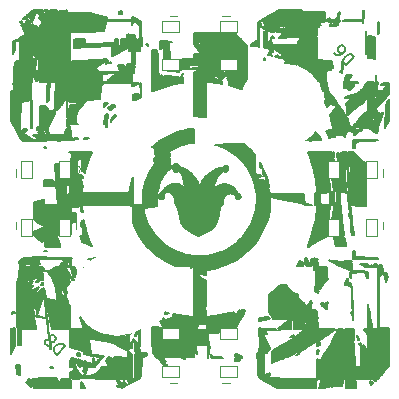
<source format=gto>
%TF.GenerationSoftware,KiCad,Pcbnew,(6.0.7)*%
%TF.CreationDate,2022-09-30T15:53:46-07:00*%
%TF.ProjectId,companion,636f6d70-616e-4696-9f6e-2e6b69636164,rev?*%
%TF.SameCoordinates,Original*%
%TF.FileFunction,Legend,Top*%
%TF.FilePolarity,Positive*%
%FSLAX46Y46*%
G04 Gerber Fmt 4.6, Leading zero omitted, Abs format (unit mm)*
G04 Created by KiCad (PCBNEW (6.0.7)) date 2022-09-30 15:53:46*
%MOMM*%
%LPD*%
G01*
G04 APERTURE LIST*
G04 Aperture macros list*
%AMRoundRect*
0 Rectangle with rounded corners*
0 $1 Rounding radius*
0 $2 $3 $4 $5 $6 $7 $8 $9 X,Y pos of 4 corners*
0 Add a 4 corners polygon primitive as box body*
4,1,4,$2,$3,$4,$5,$6,$7,$8,$9,$2,$3,0*
0 Add four circle primitives for the rounded corners*
1,1,$1+$1,$2,$3*
1,1,$1+$1,$4,$5*
1,1,$1+$1,$6,$7*
1,1,$1+$1,$8,$9*
0 Add four rect primitives between the rounded corners*
20,1,$1+$1,$2,$3,$4,$5,0*
20,1,$1+$1,$4,$5,$6,$7,0*
20,1,$1+$1,$6,$7,$8,$9,0*
20,1,$1+$1,$8,$9,$2,$3,0*%
G04 Aperture macros list end*
%ADD10C,0.200000*%
%ADD11C,0.150000*%
%ADD12C,0.120000*%
%ADD13C,7.100000*%
%ADD14C,4.800000*%
%ADD15RoundRect,0.050000X-0.750000X-0.500000X0.750000X-0.500000X0.750000X0.500000X-0.750000X0.500000X0*%
%ADD16RoundRect,0.050000X-0.500000X0.750000X-0.500000X-0.750000X0.500000X-0.750000X0.500000X0.750000X0*%
%ADD17RoundRect,0.050000X0.750000X0.500000X-0.750000X0.500000X-0.750000X-0.500000X0.750000X-0.500000X0*%
%ADD18RoundRect,0.050000X0.500000X-0.750000X0.500000X0.750000X-0.500000X0.750000X-0.500000X-0.750000X0*%
G04 APERTURE END LIST*
D10*
G36*
X10722225Y-1444520D02*
G01*
X10798455Y-1449860D01*
X10858015Y-1467020D01*
X10858015Y-1544140D01*
X10838645Y-1640578D01*
X10819286Y-1737015D01*
X10783346Y-1735235D01*
X10747396Y-1733455D01*
X10685045Y-1713938D01*
X10622614Y-1694450D01*
X10603014Y-1674870D01*
X10624504Y-1557030D01*
X10645995Y-1439190D01*
X10722225Y-1444520D01*
G37*
X10722225Y-1444520D02*
X10798455Y-1449860D01*
X10858015Y-1467020D01*
X10858015Y-1544140D01*
X10838645Y-1640578D01*
X10819286Y-1737015D01*
X10783346Y-1735235D01*
X10747396Y-1733455D01*
X10685045Y-1713938D01*
X10622614Y-1694450D01*
X10603014Y-1674870D01*
X10624504Y-1557030D01*
X10645995Y-1439190D01*
X10722225Y-1444520D01*
G36*
X3863011Y-1599899D02*
G01*
X3875665Y-1620378D01*
X3813645Y-1742028D01*
X3831565Y-1771030D01*
X3793381Y-1771030D01*
X3798331Y-1741250D01*
X3803211Y-1711468D01*
X3776527Y-1668922D01*
X3690607Y-1668922D01*
X3697488Y-1647649D01*
X3704368Y-1626376D01*
X3850356Y-1579420D01*
X3863011Y-1599899D01*
G37*
X3863011Y-1599899D02*
X3875665Y-1620378D01*
X3813645Y-1742028D01*
X3831565Y-1771030D01*
X3793381Y-1771030D01*
X3798331Y-1741250D01*
X3803211Y-1711468D01*
X3776527Y-1668922D01*
X3690607Y-1668922D01*
X3697488Y-1647649D01*
X3704368Y-1626376D01*
X3850356Y-1579420D01*
X3863011Y-1599899D01*
G36*
X3257709Y-2362408D02*
G01*
X3246759Y-2409208D01*
X3226363Y-2431109D01*
X3205967Y-2453009D01*
X3185938Y-2409036D01*
X3165902Y-2365061D01*
X3165902Y-2315608D01*
X3268651Y-2315608D01*
X3257709Y-2362408D01*
G37*
X3257709Y-2362408D02*
X3246759Y-2409208D01*
X3226363Y-2431109D01*
X3205967Y-2453009D01*
X3185938Y-2409036D01*
X3165902Y-2365061D01*
X3165902Y-2315608D01*
X3268651Y-2315608D01*
X3257709Y-2362408D01*
G36*
X2400358Y-2399885D02*
G01*
X2264688Y-2469095D01*
X2254286Y-2427738D01*
X2243904Y-2386379D01*
X2255744Y-2324123D01*
X2343984Y-2313843D01*
X2400358Y-2399885D01*
G37*
X2400358Y-2399885D02*
X2264688Y-2469095D01*
X2254286Y-2427738D01*
X2243904Y-2386379D01*
X2255744Y-2324123D01*
X2343984Y-2313843D01*
X2400358Y-2399885D01*
G36*
X31327702Y-1439180D02*
G01*
X31298321Y-1966739D01*
X31288422Y-2220393D01*
X31278523Y-2474046D01*
X31269623Y-2488426D01*
X31260724Y-2502807D01*
X31234402Y-2502807D01*
X31242236Y-2409214D01*
X31250035Y-2315615D01*
X29578049Y-2315615D01*
X29578049Y-2288381D01*
X29618889Y-2247537D01*
X31245819Y-2247537D01*
X31248021Y-2222011D01*
X31268721Y-1835745D01*
X31289421Y-1449480D01*
X31301661Y-1437240D01*
X31313900Y-1425000D01*
X31327702Y-1439180D01*
G37*
X31327702Y-1439180D02*
X31298321Y-1966739D01*
X31288422Y-2220393D01*
X31278523Y-2474046D01*
X31269623Y-2488426D01*
X31260724Y-2502807D01*
X31234402Y-2502807D01*
X31242236Y-2409214D01*
X31250035Y-2315615D01*
X29578049Y-2315615D01*
X29578049Y-2288381D01*
X29618889Y-2247537D01*
X31245819Y-2247537D01*
X31248021Y-2222011D01*
X31268721Y-1835745D01*
X31289421Y-1449480D01*
X31301661Y-1437240D01*
X31313900Y-1425000D01*
X31327702Y-1439180D01*
G36*
X28659037Y-2741065D02*
G01*
X28456828Y-2741065D01*
X28445706Y-2723080D01*
X28434586Y-2705095D01*
X28455468Y-2621939D01*
X28659037Y-2621939D01*
X28659037Y-2741065D01*
G37*
X28659037Y-2741065D02*
X28456828Y-2741065D01*
X28445706Y-2723080D01*
X28434586Y-2705095D01*
X28455468Y-2621939D01*
X28659037Y-2621939D01*
X28659037Y-2741065D01*
G36*
X29227333Y-1594081D02*
G01*
X29263203Y-1605085D01*
X29265603Y-1609365D01*
X29243882Y-1923936D01*
X29222161Y-2238508D01*
X29246951Y-2252379D01*
X29271740Y-2266250D01*
X29271740Y-2315614D01*
X29222950Y-2315614D01*
X29217551Y-2362414D01*
X29212151Y-2409214D01*
X29118550Y-2419974D01*
X29118550Y-2600658D01*
X29108361Y-2651629D01*
X29098160Y-2702600D01*
X28904282Y-2792110D01*
X28871022Y-2790050D01*
X28837752Y-2787990D01*
X28783152Y-2736719D01*
X28783110Y-2736745D01*
X28728501Y-2685474D01*
X28809021Y-2596412D01*
X28886851Y-2506885D01*
X28964680Y-2417358D01*
X29019440Y-2311456D01*
X28911385Y-2318336D01*
X28803332Y-2325216D01*
X28699175Y-2388486D01*
X28595021Y-2451756D01*
X28571721Y-2451059D01*
X28548420Y-2450361D01*
X28622931Y-2382987D01*
X28697441Y-2315613D01*
X28454810Y-2315613D01*
X28454810Y-2268529D01*
X28531390Y-2248007D01*
X28660689Y-2247774D01*
X28789992Y-2247542D01*
X28958506Y-2118919D01*
X29127022Y-1990296D01*
X29148302Y-1962504D01*
X29169583Y-1934712D01*
X29169752Y-1848620D01*
X29169922Y-1762528D01*
X29191464Y-1583078D01*
X29227333Y-1594081D01*
G37*
X29227333Y-1594081D02*
X29263203Y-1605085D01*
X29265603Y-1609365D01*
X29243882Y-1923936D01*
X29222161Y-2238508D01*
X29246951Y-2252379D01*
X29271740Y-2266250D01*
X29271740Y-2315614D01*
X29222950Y-2315614D01*
X29217551Y-2362414D01*
X29212151Y-2409214D01*
X29118550Y-2419974D01*
X29118550Y-2600658D01*
X29108361Y-2651629D01*
X29098160Y-2702600D01*
X28904282Y-2792110D01*
X28871022Y-2790050D01*
X28837752Y-2787990D01*
X28783152Y-2736719D01*
X28783110Y-2736745D01*
X28728501Y-2685474D01*
X28809021Y-2596412D01*
X28886851Y-2506885D01*
X28964680Y-2417358D01*
X29019440Y-2311456D01*
X28911385Y-2318336D01*
X28803332Y-2325216D01*
X28699175Y-2388486D01*
X28595021Y-2451756D01*
X28571721Y-2451059D01*
X28548420Y-2450361D01*
X28622931Y-2382987D01*
X28697441Y-2315613D01*
X28454810Y-2315613D01*
X28454810Y-2268529D01*
X28531390Y-2248007D01*
X28660689Y-2247774D01*
X28789992Y-2247542D01*
X28958506Y-2118919D01*
X29127022Y-1990296D01*
X29148302Y-1962504D01*
X29169583Y-1934712D01*
X29169752Y-1848620D01*
X29169922Y-1762528D01*
X29191464Y-1583078D01*
X29227333Y-1594081D01*
G36*
X22807305Y-2805866D02*
G01*
X22796505Y-2912980D01*
X22740267Y-2871481D01*
X22684246Y-2829982D01*
X22793305Y-2791966D01*
X22807305Y-2805866D01*
G37*
X22807305Y-2805866D02*
X22796505Y-2912980D01*
X22740267Y-2871481D01*
X22684246Y-2829982D01*
X22793305Y-2791966D01*
X22807305Y-2805866D01*
G36*
X32581053Y-2433698D02*
G01*
X32593172Y-2453305D01*
X32604571Y-3243098D01*
X32581591Y-3376446D01*
X32560381Y-3383516D01*
X32539172Y-3390586D01*
X32539427Y-2925426D01*
X32539420Y-2925427D01*
X32539675Y-2460267D01*
X32554305Y-2437179D01*
X32568934Y-2414090D01*
X32581053Y-2433698D01*
G37*
X32581053Y-2433698D02*
X32593172Y-2453305D01*
X32604571Y-3243098D01*
X32581591Y-3376446D01*
X32560381Y-3383516D01*
X32539172Y-3390586D01*
X32539427Y-2925426D01*
X32539420Y-2925427D01*
X32539675Y-2460267D01*
X32554305Y-2437179D01*
X32568934Y-2414090D01*
X32581053Y-2433698D01*
G36*
X23648486Y-3619780D02*
G01*
X23673415Y-3651530D01*
X23726275Y-3748292D01*
X23708674Y-3765912D01*
X23485533Y-3783832D01*
X23485772Y-3760229D01*
X23485758Y-3760223D01*
X23485995Y-3736620D01*
X23496214Y-3698522D01*
X23506424Y-3660424D01*
X23564995Y-3624227D01*
X23623555Y-3588030D01*
X23648486Y-3619780D01*
G37*
X23648486Y-3619780D02*
X23673415Y-3651530D01*
X23726275Y-3748292D01*
X23708674Y-3765912D01*
X23485533Y-3783832D01*
X23485772Y-3760229D01*
X23485758Y-3760223D01*
X23485995Y-3736620D01*
X23496214Y-3698522D01*
X23506424Y-3660424D01*
X23564995Y-3624227D01*
X23623555Y-3588030D01*
X23648486Y-3619780D01*
G36*
X13059616Y-4328567D02*
G01*
X13087447Y-4401463D01*
X13087447Y-4459889D01*
X13019387Y-4459889D01*
X13019388Y-4427231D01*
X13019388Y-4394578D01*
X12959817Y-4338397D01*
X12900257Y-4282216D01*
X12900257Y-4255671D01*
X13031777Y-4255671D01*
X13059616Y-4328567D01*
G37*
X13059616Y-4328567D02*
X13087447Y-4401463D01*
X13087447Y-4459889D01*
X13019387Y-4459889D01*
X13019388Y-4427231D01*
X13019388Y-4394578D01*
X12959817Y-4338397D01*
X12900257Y-4282216D01*
X12900257Y-4255671D01*
X13031777Y-4255671D01*
X13059616Y-4328567D01*
G36*
X22341526Y-4208869D02*
G01*
X22336827Y-4451376D01*
X22051773Y-4456036D01*
X21766720Y-4460696D01*
X21766695Y-4432491D01*
X21766695Y-4404272D01*
X21807036Y-4269606D01*
X21911337Y-4191773D01*
X22116482Y-4079068D01*
X22321625Y-3966362D01*
X22346226Y-3966362D01*
X22341526Y-4208869D01*
G37*
X22341526Y-4208869D02*
X22336827Y-4451376D01*
X22051773Y-4456036D01*
X21766720Y-4460696D01*
X21766695Y-4432491D01*
X21766695Y-4404272D01*
X21807036Y-4269606D01*
X21911337Y-4191773D01*
X22116482Y-4079068D01*
X22321625Y-3966362D01*
X22346226Y-3966362D01*
X22341526Y-4208869D01*
G36*
X23114523Y-3277132D02*
G01*
X23118023Y-3723775D01*
X23121523Y-4170417D01*
X23110213Y-4152114D01*
X23098902Y-4133811D01*
X23068612Y-4224522D01*
X23038321Y-4315234D01*
X23028323Y-4484938D01*
X23007483Y-4596032D01*
X22946223Y-4596032D01*
X22918063Y-4564911D01*
X22918057Y-4564907D01*
X22889897Y-4533787D01*
X22889897Y-3222738D01*
X22976937Y-3194626D01*
X23063986Y-3166514D01*
X23111124Y-3166514D01*
X23114523Y-3277132D01*
G37*
X23114523Y-3277132D02*
X23118023Y-3723775D01*
X23121523Y-4170417D01*
X23110213Y-4152114D01*
X23098902Y-4133811D01*
X23068612Y-4224522D01*
X23038321Y-4315234D01*
X23028323Y-4484938D01*
X23007483Y-4596032D01*
X22946223Y-4596032D01*
X22918063Y-4564911D01*
X22918057Y-4564907D01*
X22889897Y-4533787D01*
X22889897Y-3222738D01*
X22976937Y-3194626D01*
X23063986Y-3166514D01*
X23111124Y-3166514D01*
X23114523Y-3277132D01*
G36*
X23248972Y-4138498D02*
G01*
X23263892Y-4162070D01*
X23264147Y-4197151D01*
X23264403Y-4232233D01*
X23231163Y-4267914D01*
X23197924Y-4303596D01*
X23177843Y-4485412D01*
X23169043Y-4557739D01*
X23160242Y-4630066D01*
X23130301Y-4630066D01*
X23116980Y-4608793D01*
X23116835Y-4608793D01*
X23103514Y-4587520D01*
X23102290Y-4536466D01*
X23123730Y-4502898D01*
X23145171Y-4469330D01*
X23145510Y-4349268D01*
X23170941Y-4300523D01*
X23196360Y-4251778D01*
X23196360Y-4185358D01*
X23234042Y-4114926D01*
X23248972Y-4138498D01*
G37*
X23248972Y-4138498D02*
X23263892Y-4162070D01*
X23264147Y-4197151D01*
X23264403Y-4232233D01*
X23231163Y-4267914D01*
X23197924Y-4303596D01*
X23177843Y-4485412D01*
X23169043Y-4557739D01*
X23160242Y-4630066D01*
X23130301Y-4630066D01*
X23116980Y-4608793D01*
X23116835Y-4608793D01*
X23103514Y-4587520D01*
X23102290Y-4536466D01*
X23123730Y-4502898D01*
X23145171Y-4469330D01*
X23145510Y-4349268D01*
X23170941Y-4300523D01*
X23196360Y-4251778D01*
X23196360Y-4185358D01*
X23234042Y-4114926D01*
X23248972Y-4138498D01*
G36*
X31510432Y-3221252D02*
G01*
X31519732Y-3230602D01*
X31565752Y-5098074D01*
X31538851Y-5146660D01*
X31528531Y-4935155D01*
X31518200Y-4723664D01*
X31501360Y-3976043D01*
X31484530Y-3228422D01*
X31492831Y-3220162D01*
X31501131Y-3211902D01*
X31510432Y-3221252D01*
G37*
X31510432Y-3221252D02*
X31519732Y-3230602D01*
X31565752Y-5098074D01*
X31538851Y-5146660D01*
X31528531Y-4935155D01*
X31518200Y-4723664D01*
X31501360Y-3976043D01*
X31484530Y-3228422D01*
X31492831Y-3220162D01*
X31501131Y-3211902D01*
X31510432Y-3221252D01*
G36*
X24068379Y-5268244D02*
G01*
X24127697Y-5336316D01*
X24157437Y-5383116D01*
X24187176Y-5429916D01*
X24163947Y-5428696D01*
X24140717Y-5427476D01*
X23998766Y-5387431D01*
X23998774Y-5387441D01*
X23856823Y-5347396D01*
X23837822Y-5328416D01*
X23912682Y-5260737D01*
X23987542Y-5193059D01*
X24008221Y-5192361D01*
X24028901Y-5191664D01*
X24068379Y-5268244D01*
G37*
X24068379Y-5268244D02*
X24127697Y-5336316D01*
X24157437Y-5383116D01*
X24187176Y-5429916D01*
X24163947Y-5428696D01*
X24140717Y-5427476D01*
X23998766Y-5387431D01*
X23998774Y-5387441D01*
X23856823Y-5347396D01*
X23837822Y-5328416D01*
X23912682Y-5260737D01*
X23987542Y-5193059D01*
X24008221Y-5192361D01*
X24028901Y-5191664D01*
X24068379Y-5268244D01*
G36*
X32262293Y-3714720D02*
G01*
X32274874Y-4624428D01*
X32287455Y-5534135D01*
X32275454Y-5543035D01*
X31960619Y-5490302D01*
X31960547Y-5490293D01*
X31645712Y-5437560D01*
X31641312Y-4531781D01*
X31636912Y-3626001D01*
X31666842Y-3625745D01*
X31696772Y-3625490D01*
X32262293Y-3714720D01*
G37*
X32262293Y-3714720D02*
X32274874Y-4624428D01*
X32287455Y-5534135D01*
X32275454Y-5543035D01*
X31960619Y-5490302D01*
X31960547Y-5490293D01*
X31645712Y-5437560D01*
X31641312Y-4531781D01*
X31636912Y-3626001D01*
X31666842Y-3625745D01*
X31696772Y-3625490D01*
X32262293Y-3714720D01*
G36*
X14380839Y-4544987D02*
G01*
X14414879Y-4544987D01*
X14414879Y-3995771D01*
X14576559Y-4017467D01*
X14848850Y-4064240D01*
X15121140Y-4111014D01*
X14980740Y-4115954D01*
X14840341Y-4120894D01*
X14841083Y-4485406D01*
X14890823Y-5404380D01*
X14890960Y-5497979D01*
X14891096Y-5591577D01*
X14652990Y-5596197D01*
X14414884Y-5600818D01*
X14414884Y-5106934D01*
X14414873Y-5106934D01*
X14414873Y-4613047D01*
X14374973Y-4613047D01*
X14086837Y-4667039D01*
X14072427Y-4644298D01*
X14058017Y-4621558D01*
X14057687Y-4536467D01*
X14057357Y-4451377D01*
X14035417Y-4021233D01*
X14134077Y-4002193D01*
X14380839Y-3979937D01*
X14380839Y-4544987D01*
G37*
X14380839Y-4544987D02*
X14414879Y-4544987D01*
X14414879Y-3995771D01*
X14576559Y-4017467D01*
X14848850Y-4064240D01*
X15121140Y-4111014D01*
X14980740Y-4115954D01*
X14840341Y-4120894D01*
X14841083Y-4485406D01*
X14890823Y-5404380D01*
X14890960Y-5497979D01*
X14891096Y-5591577D01*
X14652990Y-5596197D01*
X14414884Y-5600818D01*
X14414884Y-5106934D01*
X14414873Y-5106934D01*
X14414873Y-4613047D01*
X14374973Y-4613047D01*
X14086837Y-4667039D01*
X14072427Y-4644298D01*
X14058017Y-4621558D01*
X14057687Y-4536467D01*
X14057357Y-4451377D01*
X14035417Y-4021233D01*
X14134077Y-4002193D01*
X14380839Y-3979937D01*
X14380839Y-4544987D01*
G36*
X24647017Y-5560735D02*
G01*
X24736357Y-5570826D01*
X24752158Y-5584706D01*
X24733908Y-5613671D01*
X24715668Y-5642637D01*
X24691967Y-5646847D01*
X24668257Y-5651057D01*
X24612976Y-5615394D01*
X24557667Y-5579734D01*
X24557667Y-5550643D01*
X24647017Y-5560735D01*
G37*
X24647017Y-5560735D02*
X24736357Y-5570826D01*
X24752158Y-5584706D01*
X24733908Y-5613671D01*
X24715668Y-5642637D01*
X24691967Y-5646847D01*
X24668257Y-5651057D01*
X24612976Y-5615394D01*
X24557667Y-5579734D01*
X24557667Y-5550643D01*
X24647017Y-5560735D01*
G36*
X22966473Y-5502572D02*
G01*
X22991475Y-5540531D01*
X22988675Y-5591585D01*
X22977604Y-5625621D01*
X22966534Y-5659657D01*
X22928244Y-5654217D01*
X22928183Y-5654219D01*
X22889893Y-5648778D01*
X22889893Y-5478672D01*
X22966473Y-5502572D01*
G37*
X22966473Y-5502572D02*
X22991475Y-5540531D01*
X22988675Y-5591585D01*
X22977604Y-5625621D01*
X22966534Y-5659657D01*
X22928244Y-5654217D01*
X22928183Y-5654219D01*
X22889893Y-5648778D01*
X22889893Y-5478672D01*
X22966473Y-5502572D01*
G36*
X29543969Y-5965981D02*
G01*
X29566029Y-6348887D01*
X29513409Y-6348887D01*
X29503079Y-6321964D01*
X29503249Y-6321968D01*
X29492918Y-6295053D01*
X29492918Y-5685183D01*
X29543969Y-5685183D01*
X29543969Y-5965981D01*
G37*
X29543969Y-5965981D02*
X29566029Y-6348887D01*
X29513409Y-6348887D01*
X29503079Y-6321964D01*
X29503249Y-6321968D01*
X29492918Y-6295053D01*
X29492918Y-5685183D01*
X29543969Y-5685183D01*
X29543969Y-5965981D01*
G36*
X29509947Y-6706245D02*
G01*
X29480168Y-6704725D01*
X29450388Y-6703205D01*
X29394278Y-6687032D01*
X29394267Y-6687019D01*
X29338156Y-6670838D01*
X29327446Y-6642931D01*
X29316737Y-6615024D01*
X29392067Y-6550068D01*
X29467387Y-6485112D01*
X29488667Y-6485061D01*
X29509947Y-6485011D01*
X29509947Y-6706245D01*
G37*
X29509947Y-6706245D02*
X29480168Y-6704725D01*
X29450388Y-6703205D01*
X29394278Y-6687032D01*
X29394267Y-6687019D01*
X29338156Y-6670838D01*
X29327446Y-6642931D01*
X29316737Y-6615024D01*
X29392067Y-6550068D01*
X29467387Y-6485112D01*
X29488667Y-6485061D01*
X29509947Y-6485011D01*
X29509947Y-6706245D01*
G36*
X15974699Y-6818428D02*
G01*
X15967200Y-6922032D01*
X15915800Y-7021422D01*
X15904000Y-7088114D01*
X16006100Y-7106454D01*
X16020620Y-7324408D01*
X16035139Y-7542363D01*
X16020339Y-7557083D01*
X15942689Y-7567728D01*
X15865039Y-7578374D01*
X15855339Y-7512429D01*
X15845539Y-7446554D01*
X15834360Y-7262916D01*
X15823180Y-7079279D01*
X15838029Y-7081999D01*
X15852869Y-7084719D01*
X15867719Y-7082719D01*
X15882559Y-7080719D01*
X15842419Y-7032345D01*
X15982199Y-6714825D01*
X15974699Y-6818428D01*
G37*
X15974699Y-6818428D02*
X15967200Y-6922032D01*
X15915800Y-7021422D01*
X15904000Y-7088114D01*
X16006100Y-7106454D01*
X16020620Y-7324408D01*
X16035139Y-7542363D01*
X16020339Y-7557083D01*
X15942689Y-7567728D01*
X15865039Y-7578374D01*
X15855339Y-7512429D01*
X15845539Y-7446554D01*
X15834360Y-7262916D01*
X15823180Y-7079279D01*
X15838029Y-7081999D01*
X15852869Y-7084719D01*
X15867719Y-7082719D01*
X15882559Y-7080719D01*
X15842419Y-7032345D01*
X15982199Y-6714825D01*
X15974699Y-6818428D01*
G36*
X30360911Y-6896516D02*
G01*
X30173712Y-7176543D01*
X29986512Y-7456570D01*
X29986512Y-7492739D01*
X30046070Y-7468631D01*
X30415314Y-7463191D01*
X30784554Y-7457751D01*
X30820174Y-7467060D01*
X30855793Y-7476380D01*
X30825323Y-7510062D01*
X30794854Y-7543744D01*
X30675732Y-7602548D01*
X30501553Y-7666975D01*
X30327374Y-7731403D01*
X30336073Y-7745400D01*
X30344674Y-7759397D01*
X30497452Y-7782306D01*
X30505553Y-7795440D01*
X30513653Y-7808574D01*
X30364930Y-7942387D01*
X30216204Y-8076201D01*
X30194054Y-8105851D01*
X30171904Y-8135500D01*
X30142994Y-8150961D01*
X30114085Y-8166422D01*
X30054503Y-8135858D01*
X29994923Y-8105280D01*
X29930123Y-8033678D01*
X29899554Y-8033678D01*
X29774332Y-7948591D01*
X29699152Y-7948591D01*
X29688631Y-7965612D01*
X29678111Y-7982633D01*
X29624689Y-7982633D01*
X29632389Y-7742482D01*
X29640089Y-7502330D01*
X29708071Y-7446564D01*
X29755480Y-7228641D01*
X29802889Y-7010720D01*
X29791550Y-6935078D01*
X29780211Y-6859435D01*
X30360911Y-6859435D01*
X30360911Y-6896516D01*
G37*
X30360911Y-6896516D02*
X30173712Y-7176543D01*
X29986512Y-7456570D01*
X29986512Y-7492739D01*
X30046070Y-7468631D01*
X30415314Y-7463191D01*
X30784554Y-7457751D01*
X30820174Y-7467060D01*
X30855793Y-7476380D01*
X30825323Y-7510062D01*
X30794854Y-7543744D01*
X30675732Y-7602548D01*
X30501553Y-7666975D01*
X30327374Y-7731403D01*
X30336073Y-7745400D01*
X30344674Y-7759397D01*
X30497452Y-7782306D01*
X30505553Y-7795440D01*
X30513653Y-7808574D01*
X30364930Y-7942387D01*
X30216204Y-8076201D01*
X30194054Y-8105851D01*
X30171904Y-8135500D01*
X30142994Y-8150961D01*
X30114085Y-8166422D01*
X30054503Y-8135858D01*
X29994923Y-8105280D01*
X29930123Y-8033678D01*
X29899554Y-8033678D01*
X29774332Y-7948591D01*
X29699152Y-7948591D01*
X29688631Y-7965612D01*
X29678111Y-7982633D01*
X29624689Y-7982633D01*
X29632389Y-7742482D01*
X29640089Y-7502330D01*
X29708071Y-7446564D01*
X29755480Y-7228641D01*
X29802889Y-7010720D01*
X29791550Y-6935078D01*
X29780211Y-6859435D01*
X30360911Y-6859435D01*
X30360911Y-6896516D01*
G36*
X13849026Y-4782677D02*
G01*
X13872746Y-5285260D01*
X13921196Y-6252550D01*
X13969656Y-7219838D01*
X13977557Y-7227758D01*
X13985457Y-7235678D01*
X14073087Y-7073118D01*
X14160717Y-6910556D01*
X14195298Y-6910556D01*
X14220178Y-6970121D01*
X14245068Y-7029686D01*
X14376730Y-7028934D01*
X14508393Y-7028181D01*
X14440313Y-6990644D01*
X14372242Y-6953107D01*
X14658827Y-6948467D01*
X14945411Y-6943827D01*
X15004032Y-6995296D01*
X15062652Y-7046766D01*
X15554992Y-7046766D01*
X15554992Y-7080809D01*
X15620773Y-7080809D01*
X15637973Y-7140365D01*
X15651264Y-7353090D01*
X15664554Y-7565816D01*
X15665034Y-7581917D01*
X15665512Y-7598018D01*
X15503842Y-7644464D01*
X15342170Y-7690911D01*
X14525300Y-7885555D01*
X14006249Y-8077234D01*
X13487196Y-8268913D01*
X13457416Y-8280815D01*
X13427636Y-8292716D01*
X13427636Y-6555058D01*
X13427823Y-6554924D01*
X13427823Y-4817264D01*
X13436223Y-4816991D01*
X13629145Y-4791504D01*
X13822066Y-4766017D01*
X13849026Y-4782677D01*
G37*
X13849026Y-4782677D02*
X13872746Y-5285260D01*
X13921196Y-6252550D01*
X13969656Y-7219838D01*
X13977557Y-7227758D01*
X13985457Y-7235678D01*
X14073087Y-7073118D01*
X14160717Y-6910556D01*
X14195298Y-6910556D01*
X14220178Y-6970121D01*
X14245068Y-7029686D01*
X14376730Y-7028934D01*
X14508393Y-7028181D01*
X14440313Y-6990644D01*
X14372242Y-6953107D01*
X14658827Y-6948467D01*
X14945411Y-6943827D01*
X15004032Y-6995296D01*
X15062652Y-7046766D01*
X15554992Y-7046766D01*
X15554992Y-7080809D01*
X15620773Y-7080809D01*
X15637973Y-7140365D01*
X15651264Y-7353090D01*
X15664554Y-7565816D01*
X15665034Y-7581917D01*
X15665512Y-7598018D01*
X15503842Y-7644464D01*
X15342170Y-7690911D01*
X14525300Y-7885555D01*
X14006249Y-8077234D01*
X13487196Y-8268913D01*
X13457416Y-8280815D01*
X13427636Y-8292716D01*
X13427636Y-6555058D01*
X13427823Y-6554924D01*
X13427823Y-4817264D01*
X13436223Y-4816991D01*
X13629145Y-4791504D01*
X13822066Y-4766017D01*
X13849026Y-4782677D01*
G36*
X27076489Y-8303197D02*
G01*
X27086819Y-8330112D01*
X27097149Y-8357026D01*
X26863762Y-8351907D01*
X26818898Y-8345027D01*
X26774168Y-8338148D01*
X26754370Y-8215564D01*
X26763270Y-8201208D01*
X26772169Y-8186851D01*
X27076489Y-8186851D01*
X27076489Y-8303197D01*
G37*
X27076489Y-8303197D02*
X27086819Y-8330112D01*
X27097149Y-8357026D01*
X26863762Y-8351907D01*
X26818898Y-8345027D01*
X26774168Y-8338148D01*
X26754370Y-8215564D01*
X26763270Y-8201208D01*
X26772169Y-8186851D01*
X27076489Y-8186851D01*
X27076489Y-8303197D01*
G36*
X1544258Y-8226404D02*
G01*
X1570637Y-8216278D01*
X1597016Y-8206151D01*
X1553888Y-8289272D01*
X1558528Y-8331712D01*
X1563168Y-8374153D01*
X1526367Y-8367512D01*
X1489566Y-8360872D01*
X1487006Y-8402671D01*
X1484446Y-8444471D01*
X1506570Y-8435981D01*
X1528694Y-8427492D01*
X1521654Y-8475210D01*
X1512244Y-8484620D01*
X1502834Y-8494029D01*
X1481630Y-8468261D01*
X1460282Y-8442539D01*
X1469971Y-8417287D01*
X1479661Y-8392036D01*
X1452330Y-8364705D01*
X1425000Y-8337374D01*
X1452779Y-8279121D01*
X1480558Y-8220869D01*
X1514072Y-8220869D01*
X1503810Y-8191090D01*
X1493548Y-8161312D01*
X1544258Y-8226404D01*
G37*
X1544258Y-8226404D02*
X1570637Y-8216278D01*
X1597016Y-8206151D01*
X1553888Y-8289272D01*
X1558528Y-8331712D01*
X1563168Y-8374153D01*
X1526367Y-8367512D01*
X1489566Y-8360872D01*
X1487006Y-8402671D01*
X1484446Y-8444471D01*
X1506570Y-8435981D01*
X1528694Y-8427492D01*
X1521654Y-8475210D01*
X1512244Y-8484620D01*
X1502834Y-8494029D01*
X1481630Y-8468261D01*
X1460282Y-8442539D01*
X1469971Y-8417287D01*
X1479661Y-8392036D01*
X1452330Y-8364705D01*
X1425000Y-8337374D01*
X1452779Y-8279121D01*
X1480558Y-8220869D01*
X1514072Y-8220869D01*
X1503810Y-8191090D01*
X1493548Y-8161312D01*
X1544258Y-8226404D01*
G36*
X12421883Y-7617869D02*
G01*
X12441363Y-7636025D01*
X12436563Y-8094377D01*
X12431763Y-8552730D01*
X12427662Y-8348506D01*
X12423663Y-8144289D01*
X12413033Y-7872001D01*
X12402403Y-7599712D01*
X12421883Y-7617869D01*
G37*
X12421883Y-7617869D02*
X12441363Y-7636025D01*
X12436563Y-8094377D01*
X12431763Y-8552730D01*
X12427662Y-8348506D01*
X12423663Y-8144289D01*
X12413033Y-7872001D01*
X12402403Y-7599712D01*
X12421883Y-7617869D01*
G36*
X32354529Y-6962957D02*
G01*
X32357130Y-7004085D01*
X32361830Y-7123211D01*
X32366530Y-7242338D01*
X32367690Y-7378488D01*
X32360690Y-7433327D01*
X32353690Y-7488165D01*
X32374091Y-7500803D01*
X32394492Y-7513440D01*
X32462340Y-7522550D01*
X32530188Y-7531650D01*
X32536288Y-7563412D01*
X32542387Y-7595174D01*
X32499606Y-7674031D01*
X32456835Y-7752888D01*
X32429446Y-7863505D01*
X32402056Y-7974122D01*
X32336878Y-8243808D01*
X32370158Y-8305972D01*
X32411517Y-8305972D01*
X32508936Y-8183867D01*
X32524508Y-8199432D01*
X32540079Y-8214997D01*
X32535380Y-8469499D01*
X32530680Y-8724001D01*
X32386027Y-8679283D01*
X32386000Y-8679263D01*
X32241347Y-8634544D01*
X32252150Y-8433599D01*
X32287840Y-8229382D01*
X32323531Y-8025166D01*
X32332327Y-6941409D01*
X32351927Y-6921829D01*
X32354529Y-6962957D01*
G37*
X32354529Y-6962957D02*
X32357130Y-7004085D01*
X32361830Y-7123211D01*
X32366530Y-7242338D01*
X32367690Y-7378488D01*
X32360690Y-7433327D01*
X32353690Y-7488165D01*
X32374091Y-7500803D01*
X32394492Y-7513440D01*
X32462340Y-7522550D01*
X32530188Y-7531650D01*
X32536288Y-7563412D01*
X32542387Y-7595174D01*
X32499606Y-7674031D01*
X32456835Y-7752888D01*
X32429446Y-7863505D01*
X32402056Y-7974122D01*
X32336878Y-8243808D01*
X32370158Y-8305972D01*
X32411517Y-8305972D01*
X32508936Y-8183867D01*
X32524508Y-8199432D01*
X32540079Y-8214997D01*
X32535380Y-8469499D01*
X32530680Y-8724001D01*
X32386027Y-8679283D01*
X32386000Y-8679263D01*
X32241347Y-8634544D01*
X32252150Y-8433599D01*
X32287840Y-8229382D01*
X32323531Y-8025166D01*
X32332327Y-6941409D01*
X32351927Y-6921829D01*
X32354529Y-6962957D01*
G36*
X12318409Y-8610759D02*
G01*
X12382339Y-8600385D01*
X12446268Y-8590011D01*
X12419049Y-8671914D01*
X12422049Y-8791044D01*
X12236077Y-8900154D01*
X12050104Y-9009262D01*
X11951933Y-9011822D01*
X11853763Y-9014382D01*
X11806963Y-9027914D01*
X11760164Y-9041447D01*
X11760164Y-9024402D01*
X11760048Y-9024383D01*
X11760048Y-9007338D01*
X11864609Y-8988918D01*
X11969169Y-8970498D01*
X12000759Y-8941910D01*
X12032350Y-8913324D01*
X12032350Y-8888208D01*
X12008070Y-8878888D01*
X11983791Y-8869567D01*
X11803090Y-8935619D01*
X11764770Y-8935619D01*
X11746971Y-8622022D01*
X11764371Y-8576782D01*
X11826091Y-8545996D01*
X11887811Y-8515211D01*
X12056330Y-8511771D01*
X12224850Y-8508331D01*
X12318409Y-8610759D01*
G37*
X12318409Y-8610759D02*
X12382339Y-8600385D01*
X12446268Y-8590011D01*
X12419049Y-8671914D01*
X12422049Y-8791044D01*
X12236077Y-8900154D01*
X12050104Y-9009262D01*
X11951933Y-9011822D01*
X11853763Y-9014382D01*
X11806963Y-9027914D01*
X11760164Y-9041447D01*
X11760164Y-9024402D01*
X11760048Y-9024383D01*
X11760048Y-9007338D01*
X11864609Y-8988918D01*
X11969169Y-8970498D01*
X12000759Y-8941910D01*
X12032350Y-8913324D01*
X12032350Y-8888208D01*
X12008070Y-8878888D01*
X11983791Y-8869567D01*
X11803090Y-8935619D01*
X11764770Y-8935619D01*
X11746971Y-8622022D01*
X11764371Y-8576782D01*
X11826091Y-8545996D01*
X11887811Y-8515211D01*
X12056330Y-8511771D01*
X12224850Y-8508331D01*
X12318409Y-8610759D01*
G36*
X33092215Y-7557348D02*
G01*
X33255816Y-7568186D01*
X33419413Y-7579024D01*
X33422213Y-7841672D01*
X33425013Y-8104319D01*
X33405253Y-8092105D01*
X33385493Y-8079892D01*
X33400553Y-8163149D01*
X33415614Y-8246408D01*
X33415614Y-8501679D01*
X33296496Y-8663401D01*
X33085020Y-8914392D01*
X32873541Y-9165383D01*
X32755083Y-9301527D01*
X32636626Y-9437672D01*
X32623866Y-9451917D01*
X32611094Y-9466162D01*
X32601992Y-9451421D01*
X32601965Y-9451418D01*
X32592863Y-9436677D01*
X32589564Y-9190407D01*
X32586264Y-8944136D01*
X32599345Y-8582504D01*
X32612425Y-8220869D01*
X32632689Y-8221237D01*
X32712611Y-8245488D01*
X32792521Y-8269739D01*
X32859759Y-8305717D01*
X32927378Y-8228892D01*
X32995009Y-8152067D01*
X33068900Y-8054575D01*
X33142790Y-7957086D01*
X33234019Y-7841039D01*
X33325247Y-7724993D01*
X33313445Y-7713953D01*
X33095656Y-7759241D01*
X32942278Y-7771239D01*
X32788901Y-7783237D01*
X32798979Y-7756978D01*
X32809058Y-7730719D01*
X32871397Y-7643948D01*
X32933737Y-7557178D01*
X33092215Y-7557348D01*
G37*
X33092215Y-7557348D02*
X33255816Y-7568186D01*
X33419413Y-7579024D01*
X33422213Y-7841672D01*
X33425013Y-8104319D01*
X33405253Y-8092105D01*
X33385493Y-8079892D01*
X33400553Y-8163149D01*
X33415614Y-8246408D01*
X33415614Y-8501679D01*
X33296496Y-8663401D01*
X33085020Y-8914392D01*
X32873541Y-9165383D01*
X32755083Y-9301527D01*
X32636626Y-9437672D01*
X32623866Y-9451917D01*
X32611094Y-9466162D01*
X32601992Y-9451421D01*
X32601965Y-9451418D01*
X32592863Y-9436677D01*
X32589564Y-9190407D01*
X32586264Y-8944136D01*
X32599345Y-8582504D01*
X32612425Y-8220869D01*
X32632689Y-8221237D01*
X32712611Y-8245488D01*
X32792521Y-8269739D01*
X32859759Y-8305717D01*
X32927378Y-8228892D01*
X32995009Y-8152067D01*
X33068900Y-8054575D01*
X33142790Y-7957086D01*
X33234019Y-7841039D01*
X33325247Y-7724993D01*
X33313445Y-7713953D01*
X33095656Y-7759241D01*
X32942278Y-7771239D01*
X32788901Y-7783237D01*
X32798979Y-7756978D01*
X32809058Y-7730719D01*
X32871397Y-7643948D01*
X32933737Y-7557178D01*
X33092215Y-7557348D01*
G36*
X9683830Y-9296016D02*
G01*
X9519542Y-9473179D01*
X9355256Y-9650343D01*
X9334427Y-9650343D01*
X9345217Y-9509944D01*
X9345223Y-9509991D01*
X9356013Y-9369592D01*
X9338807Y-9347908D01*
X9321602Y-9326225D01*
X9345551Y-9302276D01*
X9514707Y-9293386D01*
X9683864Y-9284496D01*
X9683830Y-9296016D01*
G37*
X9683830Y-9296016D02*
X9519542Y-9473179D01*
X9355256Y-9650343D01*
X9334427Y-9650343D01*
X9345217Y-9509944D01*
X9345223Y-9509991D01*
X9356013Y-9369592D01*
X9338807Y-9347908D01*
X9321602Y-9326225D01*
X9345551Y-9302276D01*
X9514707Y-9293386D01*
X9683864Y-9284496D01*
X9683830Y-9296016D01*
G36*
X10267542Y-9556794D02*
G01*
X10276042Y-9579981D01*
X10284542Y-9603169D01*
X10185662Y-9581444D01*
X10095131Y-9684290D01*
X10004602Y-9787136D01*
X9938478Y-9820874D01*
X9872354Y-9854611D01*
X9861314Y-9854611D01*
X9768298Y-9759940D01*
X9768347Y-9759932D01*
X9675330Y-9665257D01*
X9768929Y-9581784D01*
X9862528Y-9498310D01*
X9873982Y-9497768D01*
X9885435Y-9497227D01*
X9936865Y-9453955D01*
X9988287Y-9410683D01*
X10020465Y-9430783D01*
X10052643Y-9450882D01*
X10129623Y-9405772D01*
X10206602Y-9360660D01*
X10267542Y-9556794D01*
G37*
X10267542Y-9556794D02*
X10276042Y-9579981D01*
X10284542Y-9603169D01*
X10185662Y-9581444D01*
X10095131Y-9684290D01*
X10004602Y-9787136D01*
X9938478Y-9820874D01*
X9872354Y-9854611D01*
X9861314Y-9854611D01*
X9768298Y-9759940D01*
X9768347Y-9759932D01*
X9675330Y-9665257D01*
X9768929Y-9581784D01*
X9862528Y-9498310D01*
X9873982Y-9497768D01*
X9885435Y-9497227D01*
X9936865Y-9453955D01*
X9988287Y-9410683D01*
X10020465Y-9430783D01*
X10052643Y-9450882D01*
X10129623Y-9405772D01*
X10206602Y-9360660D01*
X10267542Y-9556794D01*
G36*
X4499375Y-9680169D02*
G01*
X4556924Y-9795041D01*
X4580696Y-9871619D01*
X4542352Y-9871619D01*
X4563388Y-9837576D01*
X4508311Y-9837576D01*
X4517980Y-9853221D01*
X4527650Y-9868866D01*
X4314610Y-9887286D01*
X4125013Y-9895955D01*
X3935416Y-9904625D01*
X3923922Y-9827911D01*
X3912412Y-9751173D01*
X3935640Y-9565297D01*
X4441834Y-9565297D01*
X4499375Y-9680169D01*
G37*
X4499375Y-9680169D02*
X4556924Y-9795041D01*
X4580696Y-9871619D01*
X4542352Y-9871619D01*
X4563388Y-9837576D01*
X4508311Y-9837576D01*
X4517980Y-9853221D01*
X4527650Y-9868866D01*
X4314610Y-9887286D01*
X4125013Y-9895955D01*
X3935416Y-9904625D01*
X3923922Y-9827911D01*
X3912412Y-9751173D01*
X3935640Y-9565297D01*
X4441834Y-9565297D01*
X4499375Y-9680169D01*
G36*
X17282505Y-6588943D02*
G01*
X17520758Y-6569699D01*
X17759013Y-6550455D01*
X17895157Y-6530555D01*
X18031302Y-6510655D01*
X18036702Y-6472711D01*
X18042101Y-6434766D01*
X17483620Y-6432206D01*
X16925139Y-6429645D01*
X16788977Y-6426765D01*
X16221770Y-6430446D01*
X15654563Y-6434126D01*
X15666414Y-6544743D01*
X15678264Y-6655361D01*
X15492565Y-6655361D01*
X15474144Y-6614937D01*
X15455724Y-6574513D01*
X15169339Y-6562723D01*
X14882952Y-6550933D01*
X14475762Y-6502223D01*
X14430342Y-6456808D01*
X14648136Y-6400739D01*
X14865929Y-6344670D01*
X14980809Y-6327790D01*
X14975872Y-6102133D01*
X16528723Y-6102133D01*
X16537922Y-6228089D01*
X16547121Y-6354044D01*
X17109213Y-6331872D01*
X17224820Y-6331871D01*
X17340468Y-6331871D01*
X17355443Y-6306663D01*
X19596869Y-6306663D01*
X19801089Y-6415363D01*
X19828867Y-6416963D01*
X19823508Y-6371144D01*
X19818108Y-6325329D01*
X19761017Y-6310636D01*
X19703938Y-6295943D01*
X19650399Y-6301303D01*
X19596869Y-6306663D01*
X17355443Y-6306663D01*
X17409298Y-6216009D01*
X17478129Y-6100148D01*
X17478129Y-6073753D01*
X16544924Y-6085113D01*
X16536824Y-6093623D01*
X16528723Y-6102133D01*
X14975872Y-6102133D01*
X14973409Y-5989537D01*
X14966010Y-5651286D01*
X15213816Y-5648036D01*
X15461621Y-5644786D01*
X15836019Y-5641266D01*
X15865959Y-5655461D01*
X15895909Y-5669657D01*
X15912349Y-5626427D01*
X15928790Y-5583197D01*
X16898730Y-5583197D01*
X16903429Y-5340690D01*
X16908129Y-5098183D01*
X17235728Y-5093562D01*
X17563328Y-5088942D01*
X17563328Y-5060749D01*
X17455227Y-4910989D01*
X17319483Y-4757826D01*
X17183739Y-4604664D01*
X17123619Y-4536592D01*
X17063500Y-4468520D01*
X16916642Y-4308306D01*
X16916642Y-4146906D01*
X17190831Y-4146906D01*
X17364212Y-4327197D01*
X17537592Y-4507487D01*
X17563132Y-4491927D01*
X17563132Y-4314226D01*
X17563223Y-4314228D01*
X17563223Y-4136542D01*
X17520663Y-4134422D01*
X17364945Y-4125852D01*
X17209229Y-4117282D01*
X17190831Y-4146906D01*
X16916642Y-4146906D01*
X16916642Y-4101741D01*
X19171431Y-4101741D01*
X20144007Y-4093981D01*
X20326529Y-4258079D01*
X20356659Y-4201557D01*
X20386799Y-4145035D01*
X20387513Y-4113126D01*
X20387516Y-4113144D01*
X20388232Y-4081235D01*
X20293032Y-4100275D01*
X20259814Y-4076980D01*
X20230034Y-4030180D01*
X20200255Y-3983380D01*
X20134974Y-3983380D01*
X20113932Y-3949344D01*
X20014552Y-3949344D01*
X19610009Y-4018133D01*
X19205470Y-4086921D01*
X19188450Y-4094331D01*
X19171431Y-4101741D01*
X16916642Y-4101741D01*
X16916642Y-3913292D01*
X20320166Y-3913292D01*
X20337185Y-3923810D01*
X20354205Y-3934328D01*
X20354205Y-3998701D01*
X20383995Y-4016046D01*
X20413775Y-4033392D01*
X20417975Y-4033910D01*
X20422175Y-4034427D01*
X20422175Y-3952281D01*
X20422266Y-3952293D01*
X20422266Y-3870149D01*
X20371216Y-3877638D01*
X20320166Y-3885128D01*
X20320166Y-3913292D01*
X16916642Y-3913292D01*
X16916642Y-3485692D01*
X19928755Y-3485692D01*
X19953625Y-3506330D01*
X19978495Y-3526969D01*
X19990096Y-3563500D01*
X20001696Y-3600031D01*
X20045185Y-3668327D01*
X20088675Y-3736623D01*
X20114195Y-3767204D01*
X20139706Y-3797784D01*
X20187786Y-3706034D01*
X20160397Y-3690702D01*
X20160355Y-3690697D01*
X20132956Y-3675365D01*
X20107436Y-3626002D01*
X20089832Y-3591965D01*
X20299158Y-3591965D01*
X20348908Y-3591965D01*
X20413746Y-3663909D01*
X20418946Y-3565657D01*
X20424145Y-3467406D01*
X20400706Y-3443970D01*
X20400690Y-3443971D01*
X20377251Y-3420535D01*
X20320153Y-3442445D01*
X20319914Y-3478915D01*
X20319678Y-3515385D01*
X20299158Y-3591965D01*
X20089832Y-3591965D01*
X20081906Y-3576639D01*
X20081530Y-3546012D01*
X20081156Y-3515385D01*
X20051756Y-3478127D01*
X20022356Y-3440868D01*
X19975556Y-3429482D01*
X19928755Y-3418096D01*
X19928755Y-3485692D01*
X16916642Y-3485692D01*
X16916642Y-3370357D01*
X18392962Y-3376408D01*
X19869282Y-3382458D01*
X19886301Y-3383628D01*
X19903321Y-3384797D01*
X20168660Y-3376618D01*
X20433998Y-3368438D01*
X20705088Y-3663158D01*
X20976178Y-3957877D01*
X21043888Y-4037470D01*
X21111599Y-4117063D01*
X21269017Y-4288141D01*
X21426434Y-4459218D01*
X21426434Y-5429917D01*
X21363774Y-5429917D01*
X21229170Y-5411890D01*
X21094574Y-5393863D01*
X20971634Y-5445429D01*
X20950974Y-5572783D01*
X20959275Y-5581073D01*
X20967575Y-5589363D01*
X21065125Y-5609393D01*
X21162674Y-5629424D01*
X21188214Y-5615104D01*
X21188214Y-5494790D01*
X21277554Y-5506127D01*
X21366904Y-5517464D01*
X21396683Y-5525884D01*
X21426463Y-5534304D01*
X21426463Y-8271915D01*
X21404932Y-8271915D01*
X20892390Y-8082196D01*
X20379843Y-7892466D01*
X20158610Y-7837605D01*
X19937374Y-7782743D01*
X19900914Y-7650753D01*
X19890827Y-7625239D01*
X21082089Y-7625239D01*
X21107190Y-7663552D01*
X21132290Y-7701865D01*
X21247670Y-7923063D01*
X21258068Y-7702879D01*
X21248230Y-7664056D01*
X21238530Y-7625239D01*
X21082089Y-7625239D01*
X19890827Y-7625239D01*
X19890824Y-7625230D01*
X19880734Y-7599699D01*
X19826603Y-7267848D01*
X19772463Y-6935996D01*
X19763764Y-6897707D01*
X19755064Y-6859418D01*
X19718615Y-6859664D01*
X19682166Y-6859908D01*
X19563040Y-6961783D01*
X19443913Y-7063658D01*
X19279515Y-7199520D01*
X19247965Y-7182636D01*
X19216416Y-7165751D01*
X19048436Y-7165751D01*
X18957686Y-7093421D01*
X18866936Y-7021099D01*
X18623572Y-7012589D01*
X18380207Y-7004079D01*
X18380242Y-7014693D01*
X18380276Y-7025307D01*
X18876904Y-7352945D01*
X19228344Y-7352945D01*
X19243546Y-7310393D01*
X19254397Y-7320333D01*
X19265248Y-7330274D01*
X19284928Y-7469399D01*
X19304608Y-7608525D01*
X19282448Y-7630680D01*
X19103547Y-7591953D01*
X18065442Y-7472615D01*
X17995312Y-7463115D01*
X17925183Y-7453615D01*
X17922682Y-8820027D01*
X17920182Y-10186438D01*
X17920504Y-10326837D01*
X17920824Y-10467235D01*
X17861266Y-10463235D01*
X17478135Y-10423780D01*
X17095227Y-10384260D01*
X17016158Y-10383259D01*
X16937088Y-10382259D01*
X16916748Y-7293485D01*
X16914149Y-6953124D01*
X16911669Y-6628484D01*
X18099291Y-6628484D01*
X18133322Y-6632484D01*
X18167353Y-6636485D01*
X19324583Y-6674541D01*
X19418183Y-6687843D01*
X19511782Y-6701144D01*
X19554331Y-6692534D01*
X19596871Y-6683924D01*
X19656432Y-6662904D01*
X19656451Y-6662933D01*
X19716021Y-6641913D01*
X19701823Y-6595649D01*
X19686823Y-6459499D01*
X19670983Y-6439839D01*
X19655133Y-6420179D01*
X19626093Y-6425779D01*
X19597054Y-6431379D01*
X19507714Y-6432659D01*
X19418364Y-6433938D01*
X19418024Y-6476490D01*
X19401345Y-6536511D01*
X19384665Y-6596532D01*
X19312085Y-6596775D01*
X19239504Y-6597019D01*
X18099291Y-6628484D01*
X16911669Y-6628484D01*
X16911549Y-6612763D01*
X17282505Y-6588943D01*
G37*
X17282505Y-6588943D02*
X17520758Y-6569699D01*
X17759013Y-6550455D01*
X17895157Y-6530555D01*
X18031302Y-6510655D01*
X18036702Y-6472711D01*
X18042101Y-6434766D01*
X17483620Y-6432206D01*
X16925139Y-6429645D01*
X16788977Y-6426765D01*
X16221770Y-6430446D01*
X15654563Y-6434126D01*
X15666414Y-6544743D01*
X15678264Y-6655361D01*
X15492565Y-6655361D01*
X15474144Y-6614937D01*
X15455724Y-6574513D01*
X15169339Y-6562723D01*
X14882952Y-6550933D01*
X14475762Y-6502223D01*
X14430342Y-6456808D01*
X14648136Y-6400739D01*
X14865929Y-6344670D01*
X14980809Y-6327790D01*
X14975872Y-6102133D01*
X16528723Y-6102133D01*
X16537922Y-6228089D01*
X16547121Y-6354044D01*
X17109213Y-6331872D01*
X17224820Y-6331871D01*
X17340468Y-6331871D01*
X17355443Y-6306663D01*
X19596869Y-6306663D01*
X19801089Y-6415363D01*
X19828867Y-6416963D01*
X19823508Y-6371144D01*
X19818108Y-6325329D01*
X19761017Y-6310636D01*
X19703938Y-6295943D01*
X19650399Y-6301303D01*
X19596869Y-6306663D01*
X17355443Y-6306663D01*
X17409298Y-6216009D01*
X17478129Y-6100148D01*
X17478129Y-6073753D01*
X16544924Y-6085113D01*
X16536824Y-6093623D01*
X16528723Y-6102133D01*
X14975872Y-6102133D01*
X14973409Y-5989537D01*
X14966010Y-5651286D01*
X15213816Y-5648036D01*
X15461621Y-5644786D01*
X15836019Y-5641266D01*
X15865959Y-5655461D01*
X15895909Y-5669657D01*
X15912349Y-5626427D01*
X15928790Y-5583197D01*
X16898730Y-5583197D01*
X16903429Y-5340690D01*
X16908129Y-5098183D01*
X17235728Y-5093562D01*
X17563328Y-5088942D01*
X17563328Y-5060749D01*
X17455227Y-4910989D01*
X17319483Y-4757826D01*
X17183739Y-4604664D01*
X17123619Y-4536592D01*
X17063500Y-4468520D01*
X16916642Y-4308306D01*
X16916642Y-4146906D01*
X17190831Y-4146906D01*
X17364212Y-4327197D01*
X17537592Y-4507487D01*
X17563132Y-4491927D01*
X17563132Y-4314226D01*
X17563223Y-4314228D01*
X17563223Y-4136542D01*
X17520663Y-4134422D01*
X17364945Y-4125852D01*
X17209229Y-4117282D01*
X17190831Y-4146906D01*
X16916642Y-4146906D01*
X16916642Y-4101741D01*
X19171431Y-4101741D01*
X20144007Y-4093981D01*
X20326529Y-4258079D01*
X20356659Y-4201557D01*
X20386799Y-4145035D01*
X20387513Y-4113126D01*
X20387516Y-4113144D01*
X20388232Y-4081235D01*
X20293032Y-4100275D01*
X20259814Y-4076980D01*
X20230034Y-4030180D01*
X20200255Y-3983380D01*
X20134974Y-3983380D01*
X20113932Y-3949344D01*
X20014552Y-3949344D01*
X19610009Y-4018133D01*
X19205470Y-4086921D01*
X19188450Y-4094331D01*
X19171431Y-4101741D01*
X16916642Y-4101741D01*
X16916642Y-3913292D01*
X20320166Y-3913292D01*
X20337185Y-3923810D01*
X20354205Y-3934328D01*
X20354205Y-3998701D01*
X20383995Y-4016046D01*
X20413775Y-4033392D01*
X20417975Y-4033910D01*
X20422175Y-4034427D01*
X20422175Y-3952281D01*
X20422266Y-3952293D01*
X20422266Y-3870149D01*
X20371216Y-3877638D01*
X20320166Y-3885128D01*
X20320166Y-3913292D01*
X16916642Y-3913292D01*
X16916642Y-3485692D01*
X19928755Y-3485692D01*
X19953625Y-3506330D01*
X19978495Y-3526969D01*
X19990096Y-3563500D01*
X20001696Y-3600031D01*
X20045185Y-3668327D01*
X20088675Y-3736623D01*
X20114195Y-3767204D01*
X20139706Y-3797784D01*
X20187786Y-3706034D01*
X20160397Y-3690702D01*
X20160355Y-3690697D01*
X20132956Y-3675365D01*
X20107436Y-3626002D01*
X20089832Y-3591965D01*
X20299158Y-3591965D01*
X20348908Y-3591965D01*
X20413746Y-3663909D01*
X20418946Y-3565657D01*
X20424145Y-3467406D01*
X20400706Y-3443970D01*
X20400690Y-3443971D01*
X20377251Y-3420535D01*
X20320153Y-3442445D01*
X20319914Y-3478915D01*
X20319678Y-3515385D01*
X20299158Y-3591965D01*
X20089832Y-3591965D01*
X20081906Y-3576639D01*
X20081530Y-3546012D01*
X20081156Y-3515385D01*
X20051756Y-3478127D01*
X20022356Y-3440868D01*
X19975556Y-3429482D01*
X19928755Y-3418096D01*
X19928755Y-3485692D01*
X16916642Y-3485692D01*
X16916642Y-3370357D01*
X18392962Y-3376408D01*
X19869282Y-3382458D01*
X19886301Y-3383628D01*
X19903321Y-3384797D01*
X20168660Y-3376618D01*
X20433998Y-3368438D01*
X20705088Y-3663158D01*
X20976178Y-3957877D01*
X21043888Y-4037470D01*
X21111599Y-4117063D01*
X21269017Y-4288141D01*
X21426434Y-4459218D01*
X21426434Y-5429917D01*
X21363774Y-5429917D01*
X21229170Y-5411890D01*
X21094574Y-5393863D01*
X20971634Y-5445429D01*
X20950974Y-5572783D01*
X20959275Y-5581073D01*
X20967575Y-5589363D01*
X21065125Y-5609393D01*
X21162674Y-5629424D01*
X21188214Y-5615104D01*
X21188214Y-5494790D01*
X21277554Y-5506127D01*
X21366904Y-5517464D01*
X21396683Y-5525884D01*
X21426463Y-5534304D01*
X21426463Y-8271915D01*
X21404932Y-8271915D01*
X20892390Y-8082196D01*
X20379843Y-7892466D01*
X20158610Y-7837605D01*
X19937374Y-7782743D01*
X19900914Y-7650753D01*
X19890827Y-7625239D01*
X21082089Y-7625239D01*
X21107190Y-7663552D01*
X21132290Y-7701865D01*
X21247670Y-7923063D01*
X21258068Y-7702879D01*
X21248230Y-7664056D01*
X21238530Y-7625239D01*
X21082089Y-7625239D01*
X19890827Y-7625239D01*
X19890824Y-7625230D01*
X19880734Y-7599699D01*
X19826603Y-7267848D01*
X19772463Y-6935996D01*
X19763764Y-6897707D01*
X19755064Y-6859418D01*
X19718615Y-6859664D01*
X19682166Y-6859908D01*
X19563040Y-6961783D01*
X19443913Y-7063658D01*
X19279515Y-7199520D01*
X19247965Y-7182636D01*
X19216416Y-7165751D01*
X19048436Y-7165751D01*
X18957686Y-7093421D01*
X18866936Y-7021099D01*
X18623572Y-7012589D01*
X18380207Y-7004079D01*
X18380242Y-7014693D01*
X18380276Y-7025307D01*
X18876904Y-7352945D01*
X19228344Y-7352945D01*
X19243546Y-7310393D01*
X19254397Y-7320333D01*
X19265248Y-7330274D01*
X19284928Y-7469399D01*
X19304608Y-7608525D01*
X19282448Y-7630680D01*
X19103547Y-7591953D01*
X18065442Y-7472615D01*
X17995312Y-7463115D01*
X17925183Y-7453615D01*
X17922682Y-8820027D01*
X17920182Y-10186438D01*
X17920504Y-10326837D01*
X17920824Y-10467235D01*
X17861266Y-10463235D01*
X17478135Y-10423780D01*
X17095227Y-10384260D01*
X17016158Y-10383259D01*
X16937088Y-10382259D01*
X16916748Y-7293485D01*
X16914149Y-6953124D01*
X16911669Y-6628484D01*
X18099291Y-6628484D01*
X18133322Y-6632484D01*
X18167353Y-6636485D01*
X19324583Y-6674541D01*
X19418183Y-6687843D01*
X19511782Y-6701144D01*
X19554331Y-6692534D01*
X19596871Y-6683924D01*
X19656432Y-6662904D01*
X19656451Y-6662933D01*
X19716021Y-6641913D01*
X19701823Y-6595649D01*
X19686823Y-6459499D01*
X19670983Y-6439839D01*
X19655133Y-6420179D01*
X19626093Y-6425779D01*
X19597054Y-6431379D01*
X19507714Y-6432659D01*
X19418364Y-6433938D01*
X19418024Y-6476490D01*
X19401345Y-6536511D01*
X19384665Y-6596532D01*
X19312085Y-6596775D01*
X19239504Y-6597019D01*
X18099291Y-6628484D01*
X16911669Y-6628484D01*
X16911549Y-6612763D01*
X17282505Y-6588943D01*
G36*
X10289441Y-10298557D02*
G01*
X10347541Y-10354866D01*
X10347156Y-10372796D01*
X10346772Y-10390726D01*
X10261642Y-10484327D01*
X10176512Y-10577927D01*
X10037204Y-10735344D01*
X9897895Y-10892762D01*
X9875772Y-10892762D01*
X9892185Y-10820442D01*
X9892179Y-10820377D01*
X9908592Y-10748047D01*
X9959861Y-10560847D01*
X9970764Y-10494167D01*
X9981666Y-10427487D01*
X9999543Y-10421586D01*
X10017419Y-10415686D01*
X10087343Y-10475536D01*
X10157262Y-10535386D01*
X10191682Y-10535386D01*
X10200482Y-10488586D01*
X10209281Y-10441786D01*
X10231342Y-10242247D01*
X10289441Y-10298557D01*
G37*
X10289441Y-10298557D02*
X10347541Y-10354866D01*
X10347156Y-10372796D01*
X10346772Y-10390726D01*
X10261642Y-10484327D01*
X10176512Y-10577927D01*
X10037204Y-10735344D01*
X9897895Y-10892762D01*
X9875772Y-10892762D01*
X9892185Y-10820442D01*
X9892179Y-10820377D01*
X9908592Y-10748047D01*
X9959861Y-10560847D01*
X9970764Y-10494167D01*
X9981666Y-10427487D01*
X9999543Y-10421586D01*
X10017419Y-10415686D01*
X10087343Y-10475536D01*
X10157262Y-10535386D01*
X10191682Y-10535386D01*
X10200482Y-10488586D01*
X10209281Y-10441786D01*
X10231342Y-10242247D01*
X10289441Y-10298557D01*
G36*
X9659992Y-10271578D02*
G01*
X9661672Y-10322628D01*
X9631614Y-10501318D01*
X9601556Y-10680007D01*
X9580848Y-10765097D01*
X9560132Y-10850187D01*
X9554532Y-10935266D01*
X9571049Y-10974016D01*
X9587566Y-11012765D01*
X9568697Y-11031636D01*
X9549829Y-11050506D01*
X9574416Y-11075096D01*
X9599002Y-11099685D01*
X9589332Y-11115325D01*
X9579662Y-11130975D01*
X9485688Y-11130975D01*
X9412542Y-11068365D01*
X9412604Y-11068345D01*
X9339458Y-11005736D01*
X9361133Y-10833136D01*
X9385856Y-10593292D01*
X9410579Y-10353447D01*
X9420370Y-10327927D01*
X9430160Y-10302407D01*
X9590244Y-10231327D01*
X9624277Y-10225928D01*
X9658311Y-10220528D01*
X9659992Y-10271578D01*
G37*
X9659992Y-10271578D02*
X9661672Y-10322628D01*
X9631614Y-10501318D01*
X9601556Y-10680007D01*
X9580848Y-10765097D01*
X9560132Y-10850187D01*
X9554532Y-10935266D01*
X9571049Y-10974016D01*
X9587566Y-11012765D01*
X9568697Y-11031636D01*
X9549829Y-11050506D01*
X9574416Y-11075096D01*
X9599002Y-11099685D01*
X9589332Y-11115325D01*
X9579662Y-11130975D01*
X9485688Y-11130975D01*
X9412542Y-11068365D01*
X9412604Y-11068345D01*
X9339458Y-11005736D01*
X9361133Y-10833136D01*
X9385856Y-10593292D01*
X9410579Y-10353447D01*
X9420370Y-10327927D01*
X9430160Y-10302407D01*
X9590244Y-10231327D01*
X9624277Y-10225928D01*
X9658311Y-10220528D01*
X9659992Y-10271578D01*
G36*
X32636942Y-10079600D02*
G01*
X32626822Y-10105959D01*
X32655013Y-10146200D01*
X32683203Y-10186440D01*
X32679305Y-10190640D01*
X32675406Y-10194840D01*
X32675661Y-10207610D01*
X32675917Y-10220370D01*
X32692679Y-10194849D01*
X32709441Y-10169329D01*
X32741217Y-10218769D01*
X32730566Y-10236599D01*
X32719916Y-10254429D01*
X32752966Y-10229849D01*
X32786017Y-10205269D01*
X32858347Y-10136959D01*
X32930678Y-10068650D01*
X32930678Y-10108019D01*
X32848616Y-10373555D01*
X32743769Y-10730934D01*
X32638926Y-11088313D01*
X32626246Y-11130002D01*
X32613577Y-11171692D01*
X32602236Y-11142143D01*
X32602141Y-11142226D01*
X32590800Y-11112676D01*
X32597998Y-10743166D01*
X32605196Y-10373657D01*
X32605196Y-10226438D01*
X32605025Y-10079220D01*
X32647063Y-10053240D01*
X32636942Y-10079600D01*
G37*
X32636942Y-10079600D02*
X32626822Y-10105959D01*
X32655013Y-10146200D01*
X32683203Y-10186440D01*
X32679305Y-10190640D01*
X32675406Y-10194840D01*
X32675661Y-10207610D01*
X32675917Y-10220370D01*
X32692679Y-10194849D01*
X32709441Y-10169329D01*
X32741217Y-10218769D01*
X32730566Y-10236599D01*
X32719916Y-10254429D01*
X32752966Y-10229849D01*
X32786017Y-10205269D01*
X32858347Y-10136959D01*
X32930678Y-10068650D01*
X32930678Y-10108019D01*
X32848616Y-10373555D01*
X32743769Y-10730934D01*
X32638926Y-11088313D01*
X32626246Y-11130002D01*
X32613577Y-11171692D01*
X32602236Y-11142143D01*
X32602141Y-11142226D01*
X32590800Y-11112676D01*
X32597998Y-10743166D01*
X32605196Y-10373657D01*
X32605196Y-10226438D01*
X32605025Y-10079220D01*
X32647063Y-10053240D01*
X32636942Y-10079600D01*
G36*
X9533485Y-11182046D02*
G01*
X9615741Y-11182046D01*
X9615282Y-11194816D01*
X9614825Y-11207576D01*
X9566209Y-11266216D01*
X9517594Y-11324855D01*
X9510125Y-11240646D01*
X9502605Y-11156486D01*
X9518285Y-11139486D01*
X9533485Y-11182046D01*
G37*
X9533485Y-11182046D02*
X9615741Y-11182046D01*
X9615282Y-11194816D01*
X9614825Y-11207576D01*
X9566209Y-11266216D01*
X9517594Y-11324855D01*
X9510125Y-11240646D01*
X9502605Y-11156486D01*
X9518285Y-11139486D01*
X9533485Y-11182046D01*
G36*
X33424403Y-10784525D02*
G01*
X33269350Y-11072611D01*
X33114302Y-11360698D01*
X33081961Y-11394739D01*
X33091643Y-11284116D01*
X33101344Y-11173499D01*
X33134833Y-10679977D01*
X33168322Y-10186454D01*
X33178320Y-10024783D01*
X33188219Y-9863111D01*
X33213091Y-9651855D01*
X33237963Y-9440598D01*
X33281535Y-9320003D01*
X33325106Y-9199407D01*
X33370356Y-9071772D01*
X33415606Y-8944136D01*
X33424403Y-10784525D01*
G37*
X33424403Y-10784525D02*
X33269350Y-11072611D01*
X33114302Y-11360698D01*
X33081961Y-11394739D01*
X33091643Y-11284116D01*
X33101344Y-11173499D01*
X33134833Y-10679977D01*
X33168322Y-10186454D01*
X33178320Y-10024783D01*
X33188219Y-9863111D01*
X33213091Y-9651855D01*
X33237963Y-9440598D01*
X33281535Y-9320003D01*
X33325106Y-9199407D01*
X33370356Y-9071772D01*
X33415606Y-8944136D01*
X33424403Y-10784525D01*
G36*
X30825848Y-11338371D02*
G01*
X30414944Y-11343770D01*
X30390786Y-11319730D01*
X30590687Y-11088498D01*
X30609127Y-11071478D01*
X30627568Y-11054458D01*
X30830368Y-10800986D01*
X31033169Y-10547513D01*
X31139925Y-10406307D01*
X31206632Y-10318073D01*
X31737553Y-10318073D01*
X31747254Y-10327773D01*
X31756955Y-10337472D01*
X31880049Y-10392892D01*
X32003144Y-10448312D01*
X32022593Y-10449313D01*
X32042044Y-10450313D01*
X32052096Y-10424143D01*
X32052039Y-10424061D01*
X32062079Y-10397891D01*
X32041090Y-10390392D01*
X32020100Y-10382892D01*
X31878827Y-10350482D01*
X31737553Y-10318073D01*
X31206632Y-10318073D01*
X31246680Y-10265100D01*
X31317509Y-10204480D01*
X31388338Y-10143859D01*
X31512827Y-10063719D01*
X31637316Y-9983576D01*
X31637316Y-8848509D01*
X31594756Y-8873209D01*
X31454356Y-8981914D01*
X31313956Y-9090618D01*
X31313956Y-9173866D01*
X31284176Y-9200957D01*
X31254397Y-9228048D01*
X31132561Y-9315830D01*
X31010727Y-9403611D01*
X30834746Y-9557344D01*
X30658762Y-9711076D01*
X30590681Y-9761410D01*
X30522601Y-9811744D01*
X30343911Y-9951824D01*
X30165219Y-10091903D01*
X30056265Y-10178274D01*
X29947310Y-10264654D01*
X29911230Y-10228574D01*
X29914631Y-10156454D01*
X29918032Y-10084335D01*
X29901041Y-9956700D01*
X29884051Y-9829064D01*
X29860760Y-9582714D01*
X29837469Y-9336365D01*
X29845669Y-9314977D01*
X29853869Y-9293581D01*
X30024063Y-9144380D01*
X30194260Y-8995179D01*
X30247839Y-8949532D01*
X30301430Y-8903877D01*
X30275900Y-8895276D01*
X30250380Y-8886676D01*
X29944052Y-8849628D01*
X29854702Y-8831855D01*
X29765362Y-8814074D01*
X29765362Y-8764374D01*
X29786642Y-8756454D01*
X29807923Y-8748534D01*
X30063195Y-8689520D01*
X30318467Y-8630507D01*
X30672757Y-8543627D01*
X30777958Y-8477576D01*
X30842226Y-8420166D01*
X31024542Y-8420166D01*
X31079852Y-8437908D01*
X31135161Y-8455649D01*
X31172850Y-8457408D01*
X31210539Y-8459168D01*
X31228766Y-8425086D01*
X31246975Y-8391053D01*
X31024542Y-8391053D01*
X31024542Y-8420166D01*
X30842226Y-8420166D01*
X31040726Y-8242850D01*
X31303494Y-8008124D01*
X31316914Y-7957070D01*
X31330325Y-7906016D01*
X31420763Y-7735836D01*
X31490763Y-7670720D01*
X31560772Y-7605604D01*
X31600232Y-7578657D01*
X31639691Y-7551710D01*
X31618969Y-7469134D01*
X31870676Y-7481052D01*
X32122382Y-7492970D01*
X32147162Y-7515558D01*
X32176630Y-8258057D01*
X32206099Y-9000556D01*
X32252798Y-9028143D01*
X32299498Y-9055730D01*
X32369017Y-8965889D01*
X32438528Y-8876048D01*
X32526152Y-8762454D01*
X32543311Y-8779611D01*
X32560469Y-8796768D01*
X32556471Y-9165350D01*
X32545523Y-9358185D01*
X32534583Y-9551020D01*
X32451891Y-9649983D01*
X32369200Y-9748947D01*
X32370291Y-9812038D01*
X32392702Y-9841552D01*
X32415114Y-9871066D01*
X32424113Y-9862027D01*
X32433112Y-9852987D01*
X32443922Y-9896067D01*
X32454733Y-9939147D01*
X32420432Y-9973444D01*
X32386130Y-10007742D01*
X32366927Y-10007742D01*
X32274416Y-10050054D01*
X32181906Y-10092364D01*
X32181906Y-10160904D01*
X32201109Y-10160904D01*
X32313624Y-10106644D01*
X32426138Y-10052384D01*
X32476427Y-10051383D01*
X32526717Y-10050383D01*
X32527075Y-10208085D01*
X32527434Y-10365786D01*
X32515875Y-10377346D01*
X32504317Y-10388896D01*
X32479288Y-10392597D01*
X32454260Y-10396297D01*
X32330874Y-10441907D01*
X32207484Y-10487518D01*
X32153105Y-10513668D01*
X32098734Y-10539817D01*
X32073386Y-10530117D01*
X32048026Y-10520418D01*
X32029822Y-10697198D01*
X32019131Y-10848267D01*
X32008440Y-10999335D01*
X32074023Y-10952454D01*
X32276946Y-10742069D01*
X32479868Y-10531681D01*
X32507090Y-10484461D01*
X32539431Y-10484461D01*
X32540041Y-11411945D01*
X32484442Y-11629086D01*
X32428831Y-11846227D01*
X32403311Y-11836728D01*
X32377779Y-11827228D01*
X32182074Y-11699684D01*
X31986365Y-11572139D01*
X31811930Y-11460423D01*
X31637494Y-11348708D01*
X31637494Y-11303427D01*
X31620823Y-11293127D01*
X31604153Y-11282828D01*
X31565514Y-11303418D01*
X31526875Y-11324007D01*
X31492836Y-11368647D01*
X31332825Y-11424387D01*
X31172814Y-11480128D01*
X31139704Y-11543948D01*
X31106594Y-11607767D01*
X30931233Y-11608765D01*
X30735526Y-11778830D01*
X30539818Y-11948895D01*
X30511069Y-11965585D01*
X30482319Y-11982265D01*
X30473519Y-11968175D01*
X30473330Y-11967864D01*
X30464631Y-11953775D01*
X30516312Y-11755935D01*
X30569691Y-11674455D01*
X30562991Y-11667755D01*
X30556290Y-11661056D01*
X30456629Y-11694706D01*
X30356968Y-11728357D01*
X30339970Y-11711357D01*
X30437512Y-11624717D01*
X30474572Y-11614577D01*
X30511631Y-11604436D01*
X30540100Y-11620366D01*
X30568570Y-11636297D01*
X31220353Y-11348972D01*
X31232133Y-11337478D01*
X31398747Y-11337478D01*
X31437037Y-11325529D01*
X31475327Y-11313579D01*
X31502697Y-11294599D01*
X31502900Y-11294588D01*
X31530270Y-11275608D01*
X31575230Y-11222099D01*
X31620190Y-11168589D01*
X31618790Y-11068939D01*
X31617390Y-10969288D01*
X31607689Y-10994818D01*
X31597989Y-11020348D01*
X31524958Y-11116998D01*
X31451928Y-11213648D01*
X31425337Y-11265058D01*
X31398747Y-11316478D01*
X31398747Y-11337478D01*
X31232133Y-11337478D01*
X31236752Y-11332971D01*
X30825848Y-11338371D01*
G37*
X30825848Y-11338371D02*
X30414944Y-11343770D01*
X30390786Y-11319730D01*
X30590687Y-11088498D01*
X30609127Y-11071478D01*
X30627568Y-11054458D01*
X30830368Y-10800986D01*
X31033169Y-10547513D01*
X31139925Y-10406307D01*
X31206632Y-10318073D01*
X31737553Y-10318073D01*
X31747254Y-10327773D01*
X31756955Y-10337472D01*
X31880049Y-10392892D01*
X32003144Y-10448312D01*
X32022593Y-10449313D01*
X32042044Y-10450313D01*
X32052096Y-10424143D01*
X32052039Y-10424061D01*
X32062079Y-10397891D01*
X32041090Y-10390392D01*
X32020100Y-10382892D01*
X31878827Y-10350482D01*
X31737553Y-10318073D01*
X31206632Y-10318073D01*
X31246680Y-10265100D01*
X31317509Y-10204480D01*
X31388338Y-10143859D01*
X31512827Y-10063719D01*
X31637316Y-9983576D01*
X31637316Y-8848509D01*
X31594756Y-8873209D01*
X31454356Y-8981914D01*
X31313956Y-9090618D01*
X31313956Y-9173866D01*
X31284176Y-9200957D01*
X31254397Y-9228048D01*
X31132561Y-9315830D01*
X31010727Y-9403611D01*
X30834746Y-9557344D01*
X30658762Y-9711076D01*
X30590681Y-9761410D01*
X30522601Y-9811744D01*
X30343911Y-9951824D01*
X30165219Y-10091903D01*
X30056265Y-10178274D01*
X29947310Y-10264654D01*
X29911230Y-10228574D01*
X29914631Y-10156454D01*
X29918032Y-10084335D01*
X29901041Y-9956700D01*
X29884051Y-9829064D01*
X29860760Y-9582714D01*
X29837469Y-9336365D01*
X29845669Y-9314977D01*
X29853869Y-9293581D01*
X30024063Y-9144380D01*
X30194260Y-8995179D01*
X30247839Y-8949532D01*
X30301430Y-8903877D01*
X30275900Y-8895276D01*
X30250380Y-8886676D01*
X29944052Y-8849628D01*
X29854702Y-8831855D01*
X29765362Y-8814074D01*
X29765362Y-8764374D01*
X29786642Y-8756454D01*
X29807923Y-8748534D01*
X30063195Y-8689520D01*
X30318467Y-8630507D01*
X30672757Y-8543627D01*
X30777958Y-8477576D01*
X30842226Y-8420166D01*
X31024542Y-8420166D01*
X31079852Y-8437908D01*
X31135161Y-8455649D01*
X31172850Y-8457408D01*
X31210539Y-8459168D01*
X31228766Y-8425086D01*
X31246975Y-8391053D01*
X31024542Y-8391053D01*
X31024542Y-8420166D01*
X30842226Y-8420166D01*
X31040726Y-8242850D01*
X31303494Y-8008124D01*
X31316914Y-7957070D01*
X31330325Y-7906016D01*
X31420763Y-7735836D01*
X31490763Y-7670720D01*
X31560772Y-7605604D01*
X31600232Y-7578657D01*
X31639691Y-7551710D01*
X31618969Y-7469134D01*
X31870676Y-7481052D01*
X32122382Y-7492970D01*
X32147162Y-7515558D01*
X32176630Y-8258057D01*
X32206099Y-9000556D01*
X32252798Y-9028143D01*
X32299498Y-9055730D01*
X32369017Y-8965889D01*
X32438528Y-8876048D01*
X32526152Y-8762454D01*
X32543311Y-8779611D01*
X32560469Y-8796768D01*
X32556471Y-9165350D01*
X32545523Y-9358185D01*
X32534583Y-9551020D01*
X32451891Y-9649983D01*
X32369200Y-9748947D01*
X32370291Y-9812038D01*
X32392702Y-9841552D01*
X32415114Y-9871066D01*
X32424113Y-9862027D01*
X32433112Y-9852987D01*
X32443922Y-9896067D01*
X32454733Y-9939147D01*
X32420432Y-9973444D01*
X32386130Y-10007742D01*
X32366927Y-10007742D01*
X32274416Y-10050054D01*
X32181906Y-10092364D01*
X32181906Y-10160904D01*
X32201109Y-10160904D01*
X32313624Y-10106644D01*
X32426138Y-10052384D01*
X32476427Y-10051383D01*
X32526717Y-10050383D01*
X32527075Y-10208085D01*
X32527434Y-10365786D01*
X32515875Y-10377346D01*
X32504317Y-10388896D01*
X32479288Y-10392597D01*
X32454260Y-10396297D01*
X32330874Y-10441907D01*
X32207484Y-10487518D01*
X32153105Y-10513668D01*
X32098734Y-10539817D01*
X32073386Y-10530117D01*
X32048026Y-10520418D01*
X32029822Y-10697198D01*
X32019131Y-10848267D01*
X32008440Y-10999335D01*
X32074023Y-10952454D01*
X32276946Y-10742069D01*
X32479868Y-10531681D01*
X32507090Y-10484461D01*
X32539431Y-10484461D01*
X32540041Y-11411945D01*
X32484442Y-11629086D01*
X32428831Y-11846227D01*
X32403311Y-11836728D01*
X32377779Y-11827228D01*
X32182074Y-11699684D01*
X31986365Y-11572139D01*
X31811930Y-11460423D01*
X31637494Y-11348708D01*
X31637494Y-11303427D01*
X31620823Y-11293127D01*
X31604153Y-11282828D01*
X31565514Y-11303418D01*
X31526875Y-11324007D01*
X31492836Y-11368647D01*
X31332825Y-11424387D01*
X31172814Y-11480128D01*
X31139704Y-11543948D01*
X31106594Y-11607767D01*
X30931233Y-11608765D01*
X30735526Y-11778830D01*
X30539818Y-11948895D01*
X30511069Y-11965585D01*
X30482319Y-11982265D01*
X30473519Y-11968175D01*
X30473330Y-11967864D01*
X30464631Y-11953775D01*
X30516312Y-11755935D01*
X30569691Y-11674455D01*
X30562991Y-11667755D01*
X30556290Y-11661056D01*
X30456629Y-11694706D01*
X30356968Y-11728357D01*
X30339970Y-11711357D01*
X30437512Y-11624717D01*
X30474572Y-11614577D01*
X30511631Y-11604436D01*
X30540100Y-11620366D01*
X30568570Y-11636297D01*
X31220353Y-11348972D01*
X31232133Y-11337478D01*
X31398747Y-11337478D01*
X31437037Y-11325529D01*
X31475327Y-11313579D01*
X31502697Y-11294599D01*
X31502900Y-11294588D01*
X31530270Y-11275608D01*
X31575230Y-11222099D01*
X31620190Y-11168589D01*
X31618790Y-11068939D01*
X31617390Y-10969288D01*
X31607689Y-10994818D01*
X31597989Y-11020348D01*
X31524958Y-11116998D01*
X31451928Y-11213648D01*
X31425337Y-11265058D01*
X31398747Y-11316478D01*
X31398747Y-11337478D01*
X31232133Y-11337478D01*
X31236752Y-11332971D01*
X30825848Y-11338371D01*
G36*
X8082688Y-12260945D02*
G01*
X8075568Y-12267744D01*
X7879859Y-12287014D01*
X7684151Y-12306284D01*
X7607573Y-12322884D01*
X7607628Y-12288505D01*
X7607628Y-12254145D01*
X8089808Y-12254145D01*
X8082688Y-12260945D01*
G37*
X8082688Y-12260945D02*
X8075568Y-12267744D01*
X7879859Y-12287014D01*
X7684151Y-12306284D01*
X7607573Y-12322884D01*
X7607628Y-12288505D01*
X7607628Y-12254145D01*
X8089808Y-12254145D01*
X8082688Y-12260945D01*
G36*
X7079595Y-12253905D02*
G01*
X7145831Y-12287694D01*
X7155432Y-12303224D01*
X7165032Y-12318754D01*
X7050228Y-12338144D01*
X6935423Y-12357534D01*
X6824804Y-12377134D01*
X6824796Y-12298585D01*
X6824796Y-12220115D01*
X7013351Y-12220115D01*
X7079595Y-12253905D01*
G37*
X7079595Y-12253905D02*
X7145831Y-12287694D01*
X7155432Y-12303224D01*
X7165032Y-12318754D01*
X7050228Y-12338144D01*
X6935423Y-12357534D01*
X6824804Y-12377134D01*
X6824796Y-12298585D01*
X6824796Y-12220115D01*
X7013351Y-12220115D01*
X7079595Y-12253905D01*
G36*
X28148901Y-11673084D02*
G01*
X28148901Y-11663083D01*
X28548827Y-11525003D01*
X28612646Y-11514383D01*
X28676466Y-11503763D01*
X28676466Y-11471282D01*
X28731245Y-11471282D01*
X28715647Y-11360662D01*
X28625616Y-11028810D01*
X28535586Y-10696958D01*
X28530686Y-10598788D01*
X28525786Y-10500608D01*
X28488486Y-10388520D01*
X28451186Y-10276431D01*
X28482956Y-10236261D01*
X28514727Y-10196081D01*
X28825915Y-9873607D01*
X29137101Y-9551134D01*
X28957199Y-9485018D01*
X28769999Y-9420446D01*
X28582800Y-9355873D01*
X28553021Y-9330286D01*
X28523241Y-9304699D01*
X28523241Y-9256085D01*
X28480681Y-9269844D01*
X28353043Y-9424537D01*
X28225409Y-9579229D01*
X28209118Y-9575309D01*
X28192828Y-9571390D01*
X28085738Y-9336367D01*
X27978646Y-9101345D01*
X27978476Y-9082269D01*
X27978304Y-9063193D01*
X28085143Y-8975369D01*
X28047793Y-8644885D01*
X28010443Y-8314402D01*
X27993243Y-8254349D01*
X27977303Y-8264199D01*
X27961373Y-8274048D01*
X27946164Y-8234663D01*
X27930954Y-8195279D01*
X27963084Y-8169748D01*
X27995213Y-8144225D01*
X27984324Y-8052784D01*
X27973435Y-7961346D01*
X27933794Y-7916643D01*
X27894154Y-7871939D01*
X27912156Y-7974047D01*
X27915556Y-8067646D01*
X27918957Y-8161246D01*
X27808339Y-8193816D01*
X27808339Y-8223601D01*
X27751028Y-8294539D01*
X27693718Y-8365478D01*
X27654198Y-8441656D01*
X27569638Y-8462884D01*
X27382100Y-8308498D01*
X27347840Y-8297138D01*
X27359290Y-8174003D01*
X27370739Y-8050867D01*
X27392689Y-8080573D01*
X27414639Y-8110272D01*
X27445340Y-8076229D01*
X27575632Y-7867087D01*
X27705925Y-7657943D01*
X27589531Y-7514062D01*
X27473139Y-7370181D01*
X27323321Y-7255244D01*
X26787251Y-6777855D01*
X26251179Y-6300466D01*
X26187579Y-6371484D01*
X26123978Y-6442503D01*
X26132378Y-6476537D01*
X26140778Y-6510570D01*
X26200219Y-6876458D01*
X26259659Y-7242346D01*
X26276730Y-7334528D01*
X26293801Y-7426711D01*
X26293801Y-7506119D01*
X26125521Y-7506119D01*
X26111323Y-7531651D01*
X26188963Y-8008155D01*
X26227253Y-8212372D01*
X26265543Y-8416588D01*
X26287321Y-8442566D01*
X26341191Y-8423787D01*
X26395060Y-8405007D01*
X26415860Y-8411967D01*
X26436659Y-8418927D01*
X26338980Y-8518184D01*
X26241301Y-8617442D01*
X26261099Y-8774020D01*
X26269099Y-8826650D01*
X26277098Y-8879280D01*
X26225518Y-8944196D01*
X26173937Y-9009104D01*
X26138728Y-9066069D01*
X26103527Y-9123034D01*
X26130618Y-9297397D01*
X26157708Y-9471760D01*
X26174557Y-9606692D01*
X26191407Y-9741623D01*
X26155457Y-10023633D01*
X26119507Y-10305644D01*
X26128607Y-10416261D01*
X26137707Y-10526879D01*
X26084057Y-10582798D01*
X26030407Y-10638718D01*
X26088097Y-10919847D01*
X26145787Y-11200975D01*
X26118887Y-11227875D01*
X26091988Y-11254775D01*
X26050408Y-11209916D01*
X26008828Y-11165056D01*
X25976109Y-11165056D01*
X25936739Y-11206955D01*
X25897370Y-11248855D01*
X25877970Y-11287785D01*
X25858561Y-11326715D01*
X25808972Y-11326715D01*
X25797970Y-11258655D01*
X25787520Y-11233135D01*
X25777060Y-11207605D01*
X25764479Y-11292694D01*
X25751898Y-11377784D01*
X25750399Y-11651679D01*
X25748900Y-11925575D01*
X25910572Y-12169124D01*
X26072245Y-12412672D01*
X26072619Y-12363222D01*
X26072995Y-12313773D01*
X26105585Y-12356193D01*
X26138176Y-12398613D01*
X26186047Y-12360624D01*
X26233918Y-12322634D01*
X26308707Y-12276864D01*
X26383498Y-12231084D01*
X26481898Y-12347824D01*
X26506817Y-12374784D01*
X26531737Y-12401734D01*
X26531737Y-12424393D01*
X26297738Y-12423888D01*
X26063740Y-12423381D01*
X25431660Y-11798476D01*
X25431693Y-11798375D01*
X24799614Y-11173466D01*
X24219975Y-10589951D01*
X24396002Y-10589951D01*
X24532147Y-10620291D01*
X24668291Y-10650621D01*
X24689572Y-10652420D01*
X24710852Y-10654220D01*
X24710833Y-10640802D01*
X24710833Y-10627192D01*
X24669993Y-10586352D01*
X24532998Y-10588151D01*
X24396002Y-10589951D01*
X24219975Y-10589951D01*
X23607811Y-9973694D01*
X22416012Y-8773922D01*
X22427462Y-8186800D01*
X22438912Y-7599677D01*
X22762257Y-7588695D01*
X23085600Y-7577713D01*
X24064141Y-7558661D01*
X24581345Y-7548592D01*
X25462733Y-7548592D01*
X25737564Y-7791587D01*
X26012394Y-8034583D01*
X26016194Y-8021328D01*
X26019993Y-8008075D01*
X25973093Y-7769858D01*
X25926033Y-7531606D01*
X25706973Y-7526806D01*
X25487914Y-7522006D01*
X25475323Y-7535299D01*
X25462733Y-7548592D01*
X24581345Y-7548592D01*
X25042683Y-7539609D01*
X25227568Y-7529364D01*
X25412455Y-7519118D01*
X25314974Y-7424960D01*
X24771746Y-7044956D01*
X24228518Y-6664951D01*
X24361956Y-6605011D01*
X24436747Y-6604566D01*
X24511538Y-6604119D01*
X24500208Y-6489248D01*
X24488879Y-6374376D01*
X24478148Y-6208145D01*
X24467417Y-6041913D01*
X24499787Y-5974518D01*
X24532156Y-5907123D01*
X24555746Y-5897883D01*
X24579337Y-5888643D01*
X24640837Y-5959694D01*
X24702338Y-6030745D01*
X24715937Y-6053653D01*
X24729548Y-6076553D01*
X24489603Y-6076553D01*
X24489603Y-6144620D01*
X24558504Y-6144620D01*
X25285614Y-6204057D01*
X26012722Y-6263493D01*
X26072071Y-6267814D01*
X26131421Y-6272134D01*
X26140419Y-6221231D01*
X25605481Y-5846835D01*
X25590460Y-5840595D01*
X25575440Y-5834355D01*
X25612778Y-5904133D01*
X25612778Y-6006937D01*
X25548958Y-6016983D01*
X25485138Y-6027021D01*
X25442599Y-6035081D01*
X25400059Y-6043141D01*
X25357109Y-6051751D01*
X25314160Y-6060360D01*
X25178818Y-6078000D01*
X24990090Y-6087490D01*
X24801363Y-6096980D01*
X24759074Y-6056981D01*
X24716793Y-6016981D01*
X24693653Y-5954273D01*
X24725304Y-5945993D01*
X24756964Y-5937713D01*
X24767865Y-5790148D01*
X24778765Y-5642584D01*
X24789336Y-5580163D01*
X24799906Y-5517742D01*
X24656706Y-5489420D01*
X24659006Y-5472402D01*
X24661307Y-5455384D01*
X24729586Y-5460064D01*
X24797877Y-5464744D01*
X24885497Y-5395822D01*
X24931965Y-5395822D01*
X24931965Y-5361787D01*
X24898596Y-5361787D01*
X24805987Y-5302547D01*
X24713377Y-5243307D01*
X24673758Y-5264278D01*
X24634139Y-5285250D01*
X24553299Y-5341354D01*
X24472470Y-5397458D01*
X24472470Y-5446878D01*
X24200175Y-5446878D01*
X24200175Y-5416485D01*
X24251357Y-5396845D01*
X24412962Y-5291036D01*
X24574570Y-5185226D01*
X24574570Y-5162025D01*
X24417126Y-5083843D01*
X24259709Y-5005660D01*
X23904208Y-4809334D01*
X23548705Y-4613007D01*
X23506384Y-4613007D01*
X23489386Y-4678020D01*
X23572047Y-4777404D01*
X23654707Y-4876787D01*
X23655558Y-4919333D01*
X23612997Y-4917638D01*
X23476836Y-4749634D01*
X23455555Y-4749392D01*
X23434296Y-4749152D01*
X23434296Y-4810316D01*
X23570458Y-4943258D01*
X23570458Y-4986032D01*
X23434296Y-5111996D01*
X23434296Y-5147454D01*
X23488436Y-5203318D01*
X23542586Y-5259181D01*
X23525786Y-5275961D01*
X23377921Y-5247455D01*
X23230053Y-5218951D01*
X23230053Y-5193091D01*
X23398014Y-4825735D01*
X23409655Y-4778222D01*
X23421305Y-4730708D01*
X23368695Y-4710848D01*
X23316084Y-4690988D01*
X23324385Y-4537929D01*
X23332686Y-4384871D01*
X23366766Y-4258251D01*
X23352168Y-4109553D01*
X23392937Y-4025176D01*
X23433707Y-3940799D01*
X23492525Y-3804655D01*
X23503825Y-3991853D01*
X23515124Y-4179052D01*
X23497122Y-4327062D01*
X23519913Y-4341148D01*
X23542714Y-4355234D01*
X23892609Y-4356734D01*
X24242503Y-4358234D01*
X24625410Y-4374092D01*
X25008318Y-4389950D01*
X25464589Y-4400521D01*
X25920857Y-4411093D01*
X25910256Y-4264147D01*
X25748577Y-4253787D01*
X25748577Y-4051451D01*
X25761347Y-4051857D01*
X25774107Y-4052263D01*
X25899649Y-4081431D01*
X25906948Y-4062186D01*
X25914248Y-4042941D01*
X25905749Y-3869175D01*
X25897599Y-3702547D01*
X25962094Y-3702547D01*
X25964394Y-3979375D01*
X25966694Y-4256202D01*
X25995573Y-4300282D01*
X26024453Y-4344362D01*
X26040293Y-4328524D01*
X26056134Y-4312685D01*
X26073113Y-4211833D01*
X26090153Y-4110979D01*
X26087452Y-3949308D01*
X26084752Y-3787637D01*
X26076252Y-3739932D01*
X26067753Y-3692227D01*
X25962094Y-3702547D01*
X25897599Y-3702547D01*
X25897250Y-3695409D01*
X25554875Y-3690479D01*
X25212502Y-3685559D01*
X24927878Y-3705339D01*
X24643250Y-3725119D01*
X24379042Y-3737402D01*
X24114832Y-3749684D01*
X24114832Y-3733484D01*
X24293658Y-3583846D01*
X24472348Y-3434207D01*
X24472348Y-3389453D01*
X24408528Y-3303523D01*
X24392920Y-3282509D01*
X25286946Y-3282509D01*
X25313496Y-3330856D01*
X25340056Y-3379203D01*
X25388667Y-3434945D01*
X25437287Y-3490686D01*
X25508587Y-3464292D01*
X25769154Y-3477746D01*
X26029723Y-3491200D01*
X26063753Y-3505413D01*
X26097784Y-3519625D01*
X26104084Y-3513965D01*
X26110384Y-3508304D01*
X26101452Y-3484674D01*
X26092352Y-3461040D01*
X25958918Y-3448096D01*
X25825486Y-3435152D01*
X25706902Y-3424196D01*
X25588316Y-3413240D01*
X25655846Y-3360263D01*
X25723376Y-3307285D01*
X25833994Y-3250693D01*
X25833994Y-3217531D01*
X25345745Y-3217531D01*
X25316346Y-3250019D01*
X25286946Y-3282509D01*
X24392920Y-3282509D01*
X24344708Y-3217593D01*
X24002644Y-3217559D01*
X23963246Y-3256959D01*
X23936396Y-3234675D01*
X23909546Y-3212392D01*
X23707787Y-3223240D01*
X23506026Y-3234088D01*
X23397444Y-3072904D01*
X23411444Y-3123654D01*
X23368586Y-3166504D01*
X23315096Y-3166504D01*
X23315096Y-3132313D01*
X23213356Y-3134613D01*
X23111618Y-3136913D01*
X22920639Y-3040281D01*
X22872639Y-2971743D01*
X22872719Y-2942405D01*
X23349425Y-2942405D01*
X23391985Y-2959565D01*
X23472426Y-2960905D01*
X23552866Y-2962244D01*
X23581097Y-2919167D01*
X23581040Y-2919186D01*
X23609270Y-2876109D01*
X23599570Y-2866388D01*
X23589869Y-2856668D01*
X23349425Y-2899639D01*
X23349425Y-2942405D01*
X22872719Y-2942405D01*
X22873150Y-2783609D01*
X22886290Y-2762933D01*
X22899420Y-2742257D01*
X23076540Y-2704273D01*
X23091742Y-2679683D01*
X23033991Y-2616641D01*
X22976231Y-2553599D01*
X22953869Y-2434363D01*
X22939820Y-2425682D01*
X22925770Y-2417002D01*
X22908221Y-2447142D01*
X22890671Y-2477281D01*
X22890162Y-2407791D01*
X22889651Y-2338301D01*
X22881750Y-2330371D01*
X22873850Y-2322441D01*
X22681826Y-2348815D01*
X22489798Y-2375187D01*
X22468518Y-2388955D01*
X22447237Y-2402723D01*
X22448437Y-2559136D01*
X22449637Y-2715548D01*
X22477377Y-2783620D01*
X22489987Y-2732566D01*
X22502587Y-2681512D01*
X22547247Y-2609215D01*
X22591908Y-2536919D01*
X22604668Y-2536888D01*
X22617438Y-2536858D01*
X22617438Y-2555078D01*
X22589959Y-2597024D01*
X22562479Y-2638970D01*
X22596800Y-2638970D01*
X22608281Y-2609188D01*
X22619751Y-2579407D01*
X22636961Y-2610076D01*
X22654181Y-2640745D01*
X22609431Y-2699420D01*
X22564680Y-2758095D01*
X22532381Y-2758095D01*
X22532381Y-2824476D01*
X22489123Y-2851694D01*
X22468203Y-2899294D01*
X22447283Y-2946895D01*
X22444884Y-4502443D01*
X22432734Y-4471639D01*
X22420584Y-4440834D01*
X22415385Y-4173891D01*
X22410185Y-3906949D01*
X22396586Y-3898369D01*
X22382975Y-3889789D01*
X22376875Y-3566446D01*
X22370776Y-3243103D01*
X22383105Y-3122051D01*
X22395434Y-3000998D01*
X22406124Y-2973143D01*
X22416804Y-2945287D01*
X22387644Y-2945295D01*
X22389445Y-2735765D01*
X22391245Y-2526235D01*
X22419855Y-2440104D01*
X22448466Y-2353973D01*
X22503388Y-2316268D01*
X22889931Y-2316268D01*
X23241652Y-2311668D01*
X23593371Y-2307068D01*
X23600409Y-2285795D01*
X23607508Y-2264522D01*
X22889931Y-2264522D01*
X22889931Y-2316268D01*
X22503388Y-2316268D01*
X22622250Y-2234666D01*
X22796034Y-2115360D01*
X22872624Y-2073107D01*
X22949204Y-2030854D01*
X23868184Y-1537369D01*
X24079941Y-1430681D01*
X26104012Y-1430681D01*
X26109312Y-1494498D01*
X26114613Y-1558316D01*
X27442028Y-1578960D01*
X27738112Y-1581400D01*
X28034195Y-1583840D01*
X28012177Y-1864637D01*
X28001057Y-2056090D01*
X27989928Y-2247543D01*
X28151648Y-2247543D01*
X28264838Y-2185938D01*
X28378027Y-2124333D01*
X28407807Y-2098210D01*
X28437586Y-2072087D01*
X28437586Y-2107242D01*
X28412056Y-2168337D01*
X28386536Y-2229432D01*
X28386536Y-2247552D01*
X28436818Y-2247552D01*
X28431019Y-2375186D01*
X28444600Y-2404967D01*
X28458180Y-2434749D01*
X28353981Y-2434749D01*
X28331421Y-2314475D01*
X28159186Y-2319305D01*
X27986952Y-2324135D01*
X27974352Y-2392207D01*
X27957083Y-2413479D01*
X27939814Y-2434752D01*
X27552941Y-2434752D01*
X27552941Y-2452453D01*
X27640759Y-2591573D01*
X27650158Y-2649310D01*
X27659558Y-2707047D01*
X27627341Y-2707047D01*
X27586680Y-2634722D01*
X27546021Y-2562396D01*
X27522339Y-2647486D01*
X27520640Y-2727175D01*
X27518940Y-2806864D01*
X27485751Y-2817399D01*
X27452561Y-2827934D01*
X26630593Y-2819374D01*
X25808623Y-2810814D01*
X25051316Y-2799290D01*
X24294011Y-2787766D01*
X24055756Y-2816763D01*
X23817503Y-2845760D01*
X23803523Y-2859309D01*
X23789542Y-2872858D01*
X23831162Y-2917776D01*
X23872792Y-2962694D01*
X24164233Y-2973698D01*
X24455672Y-2984701D01*
X24455672Y-2911907D01*
X24499463Y-2900916D01*
X24543253Y-2889925D01*
X24562434Y-2909101D01*
X24581623Y-2928276D01*
X24555363Y-2928276D01*
X24581164Y-2954071D01*
X24606953Y-2979866D01*
X25390137Y-2990782D01*
X26173323Y-3001698D01*
X26206103Y-2915486D01*
X26296673Y-2905299D01*
X26387244Y-2895112D01*
X26655095Y-2874836D01*
X26922945Y-2854560D01*
X27139887Y-2875595D01*
X27356829Y-2896629D01*
X27362929Y-2902679D01*
X27369028Y-2908729D01*
X27391390Y-3175025D01*
X27374392Y-3515385D01*
X27036597Y-3509095D01*
X26698800Y-3502805D01*
X26736218Y-3572711D01*
X26736218Y-3626003D01*
X26327782Y-3626003D01*
X26327782Y-3694075D01*
X26510725Y-3694126D01*
X26693671Y-3694177D01*
X27038287Y-3705343D01*
X27382904Y-3716508D01*
X27382904Y-5629251D01*
X27514796Y-5639600D01*
X27646685Y-5649949D01*
X28137638Y-5679399D01*
X28628590Y-5708850D01*
X28641461Y-5743823D01*
X28654332Y-5778800D01*
X28675930Y-6345390D01*
X28106175Y-6328450D01*
X28143944Y-6356301D01*
X28181725Y-6384152D01*
X28305624Y-6395054D01*
X28429526Y-6405956D01*
X28501856Y-6403716D01*
X28574187Y-6401475D01*
X28574187Y-6453401D01*
X28378477Y-6441347D01*
X28182770Y-6429293D01*
X28182770Y-6536025D01*
X28155548Y-6536025D01*
X28135409Y-6515885D01*
X28115269Y-6495745D01*
X28106369Y-6504675D01*
X28097470Y-6513606D01*
X28132950Y-7378418D01*
X28136650Y-7420290D01*
X28140351Y-7462162D01*
X28182890Y-7472052D01*
X28225430Y-7481943D01*
X28236029Y-7668434D01*
X28246628Y-7854927D01*
X28248827Y-8036400D01*
X28251027Y-8217875D01*
X28314846Y-8295044D01*
X28378666Y-8372214D01*
X28498934Y-8513495D01*
X28619198Y-8654776D01*
X28658219Y-8722851D01*
X28697228Y-8790926D01*
X28936297Y-9131287D01*
X29175364Y-9471648D01*
X29215083Y-9505690D01*
X29523909Y-9948159D01*
X29691594Y-10254321D01*
X29859276Y-10560481D01*
X29910305Y-10569281D01*
X29961335Y-10578081D01*
X29970734Y-10680090D01*
X29980133Y-10782101D01*
X30019404Y-10867191D01*
X30058665Y-10952280D01*
X30080655Y-10994820D01*
X30102644Y-11037360D01*
X30175414Y-11186695D01*
X30248183Y-11336029D01*
X30293181Y-11373389D01*
X30293181Y-11417539D01*
X30204211Y-11516769D01*
X30115240Y-11615989D01*
X30211701Y-11526649D01*
X30308161Y-11437299D01*
X30369761Y-11439498D01*
X30555201Y-11500038D01*
X30566801Y-11534677D01*
X30519362Y-11553707D01*
X30471922Y-11572736D01*
X30369814Y-11599206D01*
X30267704Y-11625677D01*
X30163912Y-11635786D01*
X30060120Y-11645896D01*
X30050320Y-11596877D01*
X30040520Y-11547857D01*
X30022810Y-11501387D01*
X30005091Y-11454917D01*
X29954771Y-11474317D01*
X29912241Y-11604734D01*
X29869711Y-11735152D01*
X29851321Y-11806702D01*
X29832930Y-11878262D01*
X29789320Y-11930092D01*
X29745711Y-11981923D01*
X29697691Y-11981923D01*
X29697691Y-12051682D01*
X29749613Y-12152102D01*
X29701323Y-12152102D01*
X29690993Y-12125192D01*
X29680663Y-12098272D01*
X29680663Y-12002992D01*
X29659163Y-11985152D01*
X29637654Y-11967311D01*
X29289013Y-11966542D01*
X28940371Y-11965773D01*
X28908621Y-11989873D01*
X28876872Y-12013983D01*
X28883871Y-12074483D01*
X28890871Y-12134983D01*
X28590248Y-12134983D01*
X28506289Y-12177523D01*
X28422329Y-12220063D01*
X28407730Y-12220063D01*
X28352131Y-12105192D01*
X28296532Y-11990320D01*
X28252852Y-11896465D01*
X29162362Y-11896465D01*
X29297200Y-11888065D01*
X29314598Y-11865165D01*
X29373969Y-11879125D01*
X29433339Y-11893085D01*
X29399300Y-11901885D01*
X29569481Y-11925226D01*
X29614479Y-11930425D01*
X29602446Y-11832915D01*
X29590395Y-11735065D01*
X29579945Y-11707745D01*
X29574969Y-11694736D01*
X29680109Y-11694736D01*
X29699500Y-11730955D01*
X29718890Y-11767175D01*
X29759030Y-11717075D01*
X29799170Y-11666974D01*
X29770440Y-11645717D01*
X29741679Y-11624437D01*
X29680109Y-11624437D01*
X29680109Y-11694736D01*
X29574969Y-11694736D01*
X29569495Y-11680425D01*
X29441859Y-11744745D01*
X29314221Y-11809064D01*
X29274231Y-11827594D01*
X29234242Y-11846124D01*
X29198302Y-11871294D01*
X29162362Y-11896465D01*
X28252852Y-11896465D01*
X28222712Y-11831702D01*
X28148901Y-11673084D01*
G37*
X28148901Y-11673084D02*
X28148901Y-11663083D01*
X28548827Y-11525003D01*
X28612646Y-11514383D01*
X28676466Y-11503763D01*
X28676466Y-11471282D01*
X28731245Y-11471282D01*
X28715647Y-11360662D01*
X28625616Y-11028810D01*
X28535586Y-10696958D01*
X28530686Y-10598788D01*
X28525786Y-10500608D01*
X28488486Y-10388520D01*
X28451186Y-10276431D01*
X28482956Y-10236261D01*
X28514727Y-10196081D01*
X28825915Y-9873607D01*
X29137101Y-9551134D01*
X28957199Y-9485018D01*
X28769999Y-9420446D01*
X28582800Y-9355873D01*
X28553021Y-9330286D01*
X28523241Y-9304699D01*
X28523241Y-9256085D01*
X28480681Y-9269844D01*
X28353043Y-9424537D01*
X28225409Y-9579229D01*
X28209118Y-9575309D01*
X28192828Y-9571390D01*
X28085738Y-9336367D01*
X27978646Y-9101345D01*
X27978476Y-9082269D01*
X27978304Y-9063193D01*
X28085143Y-8975369D01*
X28047793Y-8644885D01*
X28010443Y-8314402D01*
X27993243Y-8254349D01*
X27977303Y-8264199D01*
X27961373Y-8274048D01*
X27946164Y-8234663D01*
X27930954Y-8195279D01*
X27963084Y-8169748D01*
X27995213Y-8144225D01*
X27984324Y-8052784D01*
X27973435Y-7961346D01*
X27933794Y-7916643D01*
X27894154Y-7871939D01*
X27912156Y-7974047D01*
X27915556Y-8067646D01*
X27918957Y-8161246D01*
X27808339Y-8193816D01*
X27808339Y-8223601D01*
X27751028Y-8294539D01*
X27693718Y-8365478D01*
X27654198Y-8441656D01*
X27569638Y-8462884D01*
X27382100Y-8308498D01*
X27347840Y-8297138D01*
X27359290Y-8174003D01*
X27370739Y-8050867D01*
X27392689Y-8080573D01*
X27414639Y-8110272D01*
X27445340Y-8076229D01*
X27575632Y-7867087D01*
X27705925Y-7657943D01*
X27589531Y-7514062D01*
X27473139Y-7370181D01*
X27323321Y-7255244D01*
X26787251Y-6777855D01*
X26251179Y-6300466D01*
X26187579Y-6371484D01*
X26123978Y-6442503D01*
X26132378Y-6476537D01*
X26140778Y-6510570D01*
X26200219Y-6876458D01*
X26259659Y-7242346D01*
X26276730Y-7334528D01*
X26293801Y-7426711D01*
X26293801Y-7506119D01*
X26125521Y-7506119D01*
X26111323Y-7531651D01*
X26188963Y-8008155D01*
X26227253Y-8212372D01*
X26265543Y-8416588D01*
X26287321Y-8442566D01*
X26341191Y-8423787D01*
X26395060Y-8405007D01*
X26415860Y-8411967D01*
X26436659Y-8418927D01*
X26338980Y-8518184D01*
X26241301Y-8617442D01*
X26261099Y-8774020D01*
X26269099Y-8826650D01*
X26277098Y-8879280D01*
X26225518Y-8944196D01*
X26173937Y-9009104D01*
X26138728Y-9066069D01*
X26103527Y-9123034D01*
X26130618Y-9297397D01*
X26157708Y-9471760D01*
X26174557Y-9606692D01*
X26191407Y-9741623D01*
X26155457Y-10023633D01*
X26119507Y-10305644D01*
X26128607Y-10416261D01*
X26137707Y-10526879D01*
X26084057Y-10582798D01*
X26030407Y-10638718D01*
X26088097Y-10919847D01*
X26145787Y-11200975D01*
X26118887Y-11227875D01*
X26091988Y-11254775D01*
X26050408Y-11209916D01*
X26008828Y-11165056D01*
X25976109Y-11165056D01*
X25936739Y-11206955D01*
X25897370Y-11248855D01*
X25877970Y-11287785D01*
X25858561Y-11326715D01*
X25808972Y-11326715D01*
X25797970Y-11258655D01*
X25787520Y-11233135D01*
X25777060Y-11207605D01*
X25764479Y-11292694D01*
X25751898Y-11377784D01*
X25750399Y-11651679D01*
X25748900Y-11925575D01*
X25910572Y-12169124D01*
X26072245Y-12412672D01*
X26072619Y-12363222D01*
X26072995Y-12313773D01*
X26105585Y-12356193D01*
X26138176Y-12398613D01*
X26186047Y-12360624D01*
X26233918Y-12322634D01*
X26308707Y-12276864D01*
X26383498Y-12231084D01*
X26481898Y-12347824D01*
X26506817Y-12374784D01*
X26531737Y-12401734D01*
X26531737Y-12424393D01*
X26297738Y-12423888D01*
X26063740Y-12423381D01*
X25431660Y-11798476D01*
X25431693Y-11798375D01*
X24799614Y-11173466D01*
X24219975Y-10589951D01*
X24396002Y-10589951D01*
X24532147Y-10620291D01*
X24668291Y-10650621D01*
X24689572Y-10652420D01*
X24710852Y-10654220D01*
X24710833Y-10640802D01*
X24710833Y-10627192D01*
X24669993Y-10586352D01*
X24532998Y-10588151D01*
X24396002Y-10589951D01*
X24219975Y-10589951D01*
X23607811Y-9973694D01*
X22416012Y-8773922D01*
X22427462Y-8186800D01*
X22438912Y-7599677D01*
X22762257Y-7588695D01*
X23085600Y-7577713D01*
X24064141Y-7558661D01*
X24581345Y-7548592D01*
X25462733Y-7548592D01*
X25737564Y-7791587D01*
X26012394Y-8034583D01*
X26016194Y-8021328D01*
X26019993Y-8008075D01*
X25973093Y-7769858D01*
X25926033Y-7531606D01*
X25706973Y-7526806D01*
X25487914Y-7522006D01*
X25475323Y-7535299D01*
X25462733Y-7548592D01*
X24581345Y-7548592D01*
X25042683Y-7539609D01*
X25227568Y-7529364D01*
X25412455Y-7519118D01*
X25314974Y-7424960D01*
X24771746Y-7044956D01*
X24228518Y-6664951D01*
X24361956Y-6605011D01*
X24436747Y-6604566D01*
X24511538Y-6604119D01*
X24500208Y-6489248D01*
X24488879Y-6374376D01*
X24478148Y-6208145D01*
X24467417Y-6041913D01*
X24499787Y-5974518D01*
X24532156Y-5907123D01*
X24555746Y-5897883D01*
X24579337Y-5888643D01*
X24640837Y-5959694D01*
X24702338Y-6030745D01*
X24715937Y-6053653D01*
X24729548Y-6076553D01*
X24489603Y-6076553D01*
X24489603Y-6144620D01*
X24558504Y-6144620D01*
X25285614Y-6204057D01*
X26012722Y-6263493D01*
X26072071Y-6267814D01*
X26131421Y-6272134D01*
X26140419Y-6221231D01*
X25605481Y-5846835D01*
X25590460Y-5840595D01*
X25575440Y-5834355D01*
X25612778Y-5904133D01*
X25612778Y-6006937D01*
X25548958Y-6016983D01*
X25485138Y-6027021D01*
X25442599Y-6035081D01*
X25400059Y-6043141D01*
X25357109Y-6051751D01*
X25314160Y-6060360D01*
X25178818Y-6078000D01*
X24990090Y-6087490D01*
X24801363Y-6096980D01*
X24759074Y-6056981D01*
X24716793Y-6016981D01*
X24693653Y-5954273D01*
X24725304Y-5945993D01*
X24756964Y-5937713D01*
X24767865Y-5790148D01*
X24778765Y-5642584D01*
X24789336Y-5580163D01*
X24799906Y-5517742D01*
X24656706Y-5489420D01*
X24659006Y-5472402D01*
X24661307Y-5455384D01*
X24729586Y-5460064D01*
X24797877Y-5464744D01*
X24885497Y-5395822D01*
X24931965Y-5395822D01*
X24931965Y-5361787D01*
X24898596Y-5361787D01*
X24805987Y-5302547D01*
X24713377Y-5243307D01*
X24673758Y-5264278D01*
X24634139Y-5285250D01*
X24553299Y-5341354D01*
X24472470Y-5397458D01*
X24472470Y-5446878D01*
X24200175Y-5446878D01*
X24200175Y-5416485D01*
X24251357Y-5396845D01*
X24412962Y-5291036D01*
X24574570Y-5185226D01*
X24574570Y-5162025D01*
X24417126Y-5083843D01*
X24259709Y-5005660D01*
X23904208Y-4809334D01*
X23548705Y-4613007D01*
X23506384Y-4613007D01*
X23489386Y-4678020D01*
X23572047Y-4777404D01*
X23654707Y-4876787D01*
X23655558Y-4919333D01*
X23612997Y-4917638D01*
X23476836Y-4749634D01*
X23455555Y-4749392D01*
X23434296Y-4749152D01*
X23434296Y-4810316D01*
X23570458Y-4943258D01*
X23570458Y-4986032D01*
X23434296Y-5111996D01*
X23434296Y-5147454D01*
X23488436Y-5203318D01*
X23542586Y-5259181D01*
X23525786Y-5275961D01*
X23377921Y-5247455D01*
X23230053Y-5218951D01*
X23230053Y-5193091D01*
X23398014Y-4825735D01*
X23409655Y-4778222D01*
X23421305Y-4730708D01*
X23368695Y-4710848D01*
X23316084Y-4690988D01*
X23324385Y-4537929D01*
X23332686Y-4384871D01*
X23366766Y-4258251D01*
X23352168Y-4109553D01*
X23392937Y-4025176D01*
X23433707Y-3940799D01*
X23492525Y-3804655D01*
X23503825Y-3991853D01*
X23515124Y-4179052D01*
X23497122Y-4327062D01*
X23519913Y-4341148D01*
X23542714Y-4355234D01*
X23892609Y-4356734D01*
X24242503Y-4358234D01*
X24625410Y-4374092D01*
X25008318Y-4389950D01*
X25464589Y-4400521D01*
X25920857Y-4411093D01*
X25910256Y-4264147D01*
X25748577Y-4253787D01*
X25748577Y-4051451D01*
X25761347Y-4051857D01*
X25774107Y-4052263D01*
X25899649Y-4081431D01*
X25906948Y-4062186D01*
X25914248Y-4042941D01*
X25905749Y-3869175D01*
X25897599Y-3702547D01*
X25962094Y-3702547D01*
X25964394Y-3979375D01*
X25966694Y-4256202D01*
X25995573Y-4300282D01*
X26024453Y-4344362D01*
X26040293Y-4328524D01*
X26056134Y-4312685D01*
X26073113Y-4211833D01*
X26090153Y-4110979D01*
X26087452Y-3949308D01*
X26084752Y-3787637D01*
X26076252Y-3739932D01*
X26067753Y-3692227D01*
X25962094Y-3702547D01*
X25897599Y-3702547D01*
X25897250Y-3695409D01*
X25554875Y-3690479D01*
X25212502Y-3685559D01*
X24927878Y-3705339D01*
X24643250Y-3725119D01*
X24379042Y-3737402D01*
X24114832Y-3749684D01*
X24114832Y-3733484D01*
X24293658Y-3583846D01*
X24472348Y-3434207D01*
X24472348Y-3389453D01*
X24408528Y-3303523D01*
X24392920Y-3282509D01*
X25286946Y-3282509D01*
X25313496Y-3330856D01*
X25340056Y-3379203D01*
X25388667Y-3434945D01*
X25437287Y-3490686D01*
X25508587Y-3464292D01*
X25769154Y-3477746D01*
X26029723Y-3491200D01*
X26063753Y-3505413D01*
X26097784Y-3519625D01*
X26104084Y-3513965D01*
X26110384Y-3508304D01*
X26101452Y-3484674D01*
X26092352Y-3461040D01*
X25958918Y-3448096D01*
X25825486Y-3435152D01*
X25706902Y-3424196D01*
X25588316Y-3413240D01*
X25655846Y-3360263D01*
X25723376Y-3307285D01*
X25833994Y-3250693D01*
X25833994Y-3217531D01*
X25345745Y-3217531D01*
X25316346Y-3250019D01*
X25286946Y-3282509D01*
X24392920Y-3282509D01*
X24344708Y-3217593D01*
X24002644Y-3217559D01*
X23963246Y-3256959D01*
X23936396Y-3234675D01*
X23909546Y-3212392D01*
X23707787Y-3223240D01*
X23506026Y-3234088D01*
X23397444Y-3072904D01*
X23411444Y-3123654D01*
X23368586Y-3166504D01*
X23315096Y-3166504D01*
X23315096Y-3132313D01*
X23213356Y-3134613D01*
X23111618Y-3136913D01*
X22920639Y-3040281D01*
X22872639Y-2971743D01*
X22872719Y-2942405D01*
X23349425Y-2942405D01*
X23391985Y-2959565D01*
X23472426Y-2960905D01*
X23552866Y-2962244D01*
X23581097Y-2919167D01*
X23581040Y-2919186D01*
X23609270Y-2876109D01*
X23599570Y-2866388D01*
X23589869Y-2856668D01*
X23349425Y-2899639D01*
X23349425Y-2942405D01*
X22872719Y-2942405D01*
X22873150Y-2783609D01*
X22886290Y-2762933D01*
X22899420Y-2742257D01*
X23076540Y-2704273D01*
X23091742Y-2679683D01*
X23033991Y-2616641D01*
X22976231Y-2553599D01*
X22953869Y-2434363D01*
X22939820Y-2425682D01*
X22925770Y-2417002D01*
X22908221Y-2447142D01*
X22890671Y-2477281D01*
X22890162Y-2407791D01*
X22889651Y-2338301D01*
X22881750Y-2330371D01*
X22873850Y-2322441D01*
X22681826Y-2348815D01*
X22489798Y-2375187D01*
X22468518Y-2388955D01*
X22447237Y-2402723D01*
X22448437Y-2559136D01*
X22449637Y-2715548D01*
X22477377Y-2783620D01*
X22489987Y-2732566D01*
X22502587Y-2681512D01*
X22547247Y-2609215D01*
X22591908Y-2536919D01*
X22604668Y-2536888D01*
X22617438Y-2536858D01*
X22617438Y-2555078D01*
X22589959Y-2597024D01*
X22562479Y-2638970D01*
X22596800Y-2638970D01*
X22608281Y-2609188D01*
X22619751Y-2579407D01*
X22636961Y-2610076D01*
X22654181Y-2640745D01*
X22609431Y-2699420D01*
X22564680Y-2758095D01*
X22532381Y-2758095D01*
X22532381Y-2824476D01*
X22489123Y-2851694D01*
X22468203Y-2899294D01*
X22447283Y-2946895D01*
X22444884Y-4502443D01*
X22432734Y-4471639D01*
X22420584Y-4440834D01*
X22415385Y-4173891D01*
X22410185Y-3906949D01*
X22396586Y-3898369D01*
X22382975Y-3889789D01*
X22376875Y-3566446D01*
X22370776Y-3243103D01*
X22383105Y-3122051D01*
X22395434Y-3000998D01*
X22406124Y-2973143D01*
X22416804Y-2945287D01*
X22387644Y-2945295D01*
X22389445Y-2735765D01*
X22391245Y-2526235D01*
X22419855Y-2440104D01*
X22448466Y-2353973D01*
X22503388Y-2316268D01*
X22889931Y-2316268D01*
X23241652Y-2311668D01*
X23593371Y-2307068D01*
X23600409Y-2285795D01*
X23607508Y-2264522D01*
X22889931Y-2264522D01*
X22889931Y-2316268D01*
X22503388Y-2316268D01*
X22622250Y-2234666D01*
X22796034Y-2115360D01*
X22872624Y-2073107D01*
X22949204Y-2030854D01*
X23868184Y-1537369D01*
X24079941Y-1430681D01*
X26104012Y-1430681D01*
X26109312Y-1494498D01*
X26114613Y-1558316D01*
X27442028Y-1578960D01*
X27738112Y-1581400D01*
X28034195Y-1583840D01*
X28012177Y-1864637D01*
X28001057Y-2056090D01*
X27989928Y-2247543D01*
X28151648Y-2247543D01*
X28264838Y-2185938D01*
X28378027Y-2124333D01*
X28407807Y-2098210D01*
X28437586Y-2072087D01*
X28437586Y-2107242D01*
X28412056Y-2168337D01*
X28386536Y-2229432D01*
X28386536Y-2247552D01*
X28436818Y-2247552D01*
X28431019Y-2375186D01*
X28444600Y-2404967D01*
X28458180Y-2434749D01*
X28353981Y-2434749D01*
X28331421Y-2314475D01*
X28159186Y-2319305D01*
X27986952Y-2324135D01*
X27974352Y-2392207D01*
X27957083Y-2413479D01*
X27939814Y-2434752D01*
X27552941Y-2434752D01*
X27552941Y-2452453D01*
X27640759Y-2591573D01*
X27650158Y-2649310D01*
X27659558Y-2707047D01*
X27627341Y-2707047D01*
X27586680Y-2634722D01*
X27546021Y-2562396D01*
X27522339Y-2647486D01*
X27520640Y-2727175D01*
X27518940Y-2806864D01*
X27485751Y-2817399D01*
X27452561Y-2827934D01*
X26630593Y-2819374D01*
X25808623Y-2810814D01*
X25051316Y-2799290D01*
X24294011Y-2787766D01*
X24055756Y-2816763D01*
X23817503Y-2845760D01*
X23803523Y-2859309D01*
X23789542Y-2872858D01*
X23831162Y-2917776D01*
X23872792Y-2962694D01*
X24164233Y-2973698D01*
X24455672Y-2984701D01*
X24455672Y-2911907D01*
X24499463Y-2900916D01*
X24543253Y-2889925D01*
X24562434Y-2909101D01*
X24581623Y-2928276D01*
X24555363Y-2928276D01*
X24581164Y-2954071D01*
X24606953Y-2979866D01*
X25390137Y-2990782D01*
X26173323Y-3001698D01*
X26206103Y-2915486D01*
X26296673Y-2905299D01*
X26387244Y-2895112D01*
X26655095Y-2874836D01*
X26922945Y-2854560D01*
X27139887Y-2875595D01*
X27356829Y-2896629D01*
X27362929Y-2902679D01*
X27369028Y-2908729D01*
X27391390Y-3175025D01*
X27374392Y-3515385D01*
X27036597Y-3509095D01*
X26698800Y-3502805D01*
X26736218Y-3572711D01*
X26736218Y-3626003D01*
X26327782Y-3626003D01*
X26327782Y-3694075D01*
X26510725Y-3694126D01*
X26693671Y-3694177D01*
X27038287Y-3705343D01*
X27382904Y-3716508D01*
X27382904Y-5629251D01*
X27514796Y-5639600D01*
X27646685Y-5649949D01*
X28137638Y-5679399D01*
X28628590Y-5708850D01*
X28641461Y-5743823D01*
X28654332Y-5778800D01*
X28675930Y-6345390D01*
X28106175Y-6328450D01*
X28143944Y-6356301D01*
X28181725Y-6384152D01*
X28305624Y-6395054D01*
X28429526Y-6405956D01*
X28501856Y-6403716D01*
X28574187Y-6401475D01*
X28574187Y-6453401D01*
X28378477Y-6441347D01*
X28182770Y-6429293D01*
X28182770Y-6536025D01*
X28155548Y-6536025D01*
X28135409Y-6515885D01*
X28115269Y-6495745D01*
X28106369Y-6504675D01*
X28097470Y-6513606D01*
X28132950Y-7378418D01*
X28136650Y-7420290D01*
X28140351Y-7462162D01*
X28182890Y-7472052D01*
X28225430Y-7481943D01*
X28236029Y-7668434D01*
X28246628Y-7854927D01*
X28248827Y-8036400D01*
X28251027Y-8217875D01*
X28314846Y-8295044D01*
X28378666Y-8372214D01*
X28498934Y-8513495D01*
X28619198Y-8654776D01*
X28658219Y-8722851D01*
X28697228Y-8790926D01*
X28936297Y-9131287D01*
X29175364Y-9471648D01*
X29215083Y-9505690D01*
X29523909Y-9948159D01*
X29691594Y-10254321D01*
X29859276Y-10560481D01*
X29910305Y-10569281D01*
X29961335Y-10578081D01*
X29970734Y-10680090D01*
X29980133Y-10782101D01*
X30019404Y-10867191D01*
X30058665Y-10952280D01*
X30080655Y-10994820D01*
X30102644Y-11037360D01*
X30175414Y-11186695D01*
X30248183Y-11336029D01*
X30293181Y-11373389D01*
X30293181Y-11417539D01*
X30204211Y-11516769D01*
X30115240Y-11615989D01*
X30211701Y-11526649D01*
X30308161Y-11437299D01*
X30369761Y-11439498D01*
X30555201Y-11500038D01*
X30566801Y-11534677D01*
X30519362Y-11553707D01*
X30471922Y-11572736D01*
X30369814Y-11599206D01*
X30267704Y-11625677D01*
X30163912Y-11635786D01*
X30060120Y-11645896D01*
X30050320Y-11596877D01*
X30040520Y-11547857D01*
X30022810Y-11501387D01*
X30005091Y-11454917D01*
X29954771Y-11474317D01*
X29912241Y-11604734D01*
X29869711Y-11735152D01*
X29851321Y-11806702D01*
X29832930Y-11878262D01*
X29789320Y-11930092D01*
X29745711Y-11981923D01*
X29697691Y-11981923D01*
X29697691Y-12051682D01*
X29749613Y-12152102D01*
X29701323Y-12152102D01*
X29690993Y-12125192D01*
X29680663Y-12098272D01*
X29680663Y-12002992D01*
X29659163Y-11985152D01*
X29637654Y-11967311D01*
X29289013Y-11966542D01*
X28940371Y-11965773D01*
X28908621Y-11989873D01*
X28876872Y-12013983D01*
X28883871Y-12074483D01*
X28890871Y-12134983D01*
X28590248Y-12134983D01*
X28506289Y-12177523D01*
X28422329Y-12220063D01*
X28407730Y-12220063D01*
X28352131Y-12105192D01*
X28296532Y-11990320D01*
X28252852Y-11896465D01*
X29162362Y-11896465D01*
X29297200Y-11888065D01*
X29314598Y-11865165D01*
X29373969Y-11879125D01*
X29433339Y-11893085D01*
X29399300Y-11901885D01*
X29569481Y-11925226D01*
X29614479Y-11930425D01*
X29602446Y-11832915D01*
X29590395Y-11735065D01*
X29579945Y-11707745D01*
X29574969Y-11694736D01*
X29680109Y-11694736D01*
X29699500Y-11730955D01*
X29718890Y-11767175D01*
X29759030Y-11717075D01*
X29799170Y-11666974D01*
X29770440Y-11645717D01*
X29741679Y-11624437D01*
X29680109Y-11624437D01*
X29680109Y-11694736D01*
X29574969Y-11694736D01*
X29569495Y-11680425D01*
X29441859Y-11744745D01*
X29314221Y-11809064D01*
X29274231Y-11827594D01*
X29234242Y-11846124D01*
X29198302Y-11871294D01*
X29162362Y-11896465D01*
X28252852Y-11896465D01*
X28222712Y-11831702D01*
X28148901Y-11673084D01*
G36*
X27008109Y-9057201D02*
G01*
X27151272Y-9216554D01*
X27183333Y-9253211D01*
X27215393Y-9289869D01*
X27262532Y-9642009D01*
X27224772Y-9673811D01*
X27187012Y-9705605D01*
X27108513Y-9767544D01*
X27262215Y-11122576D01*
X27284497Y-11330660D01*
X27207657Y-11384480D01*
X27218857Y-11493753D01*
X27230057Y-11603027D01*
X27178517Y-11645807D01*
X27178517Y-11719386D01*
X27232546Y-11751296D01*
X27286576Y-11783206D01*
X27378336Y-11878347D01*
X27470097Y-11973487D01*
X27577258Y-12152735D01*
X27684418Y-12331981D01*
X27695918Y-12368231D01*
X27707417Y-12404481D01*
X27506779Y-12414281D01*
X27306139Y-12424081D01*
X27022873Y-12434481D01*
X26739605Y-12444881D01*
X26721325Y-12413411D01*
X26721274Y-12413210D01*
X26702994Y-12381740D01*
X26702485Y-12403020D01*
X26701975Y-12424301D01*
X26650916Y-12424301D01*
X26650916Y-12323800D01*
X26670885Y-12279971D01*
X26690855Y-12236141D01*
X26704686Y-12257901D01*
X26718516Y-12279661D01*
X26713316Y-12132020D01*
X26730566Y-12120740D01*
X26747807Y-12109460D01*
X26771065Y-12014480D01*
X26800427Y-12032680D01*
X26808028Y-11977510D01*
X26815628Y-11922340D01*
X26822628Y-11896819D01*
X26829628Y-11871299D01*
X26663901Y-11861599D01*
X26498173Y-11851900D01*
X26486634Y-11840359D01*
X26475094Y-11828819D01*
X26686402Y-11828558D01*
X26897711Y-11828297D01*
X26921582Y-11813187D01*
X26945452Y-11798077D01*
X26934363Y-11678716D01*
X26923273Y-11559354D01*
X26965264Y-11528164D01*
X27007254Y-11496974D01*
X26964314Y-11139596D01*
X26921374Y-10782217D01*
X26871954Y-10390803D01*
X26822535Y-9999388D01*
X26898554Y-9931313D01*
X26974585Y-9863238D01*
X26974413Y-9817807D01*
X26974244Y-9772375D01*
X26913794Y-9352469D01*
X26853344Y-8932561D01*
X26859145Y-8915204D01*
X26864945Y-8897848D01*
X27008109Y-9057201D01*
G37*
X27008109Y-9057201D02*
X27151272Y-9216554D01*
X27183333Y-9253211D01*
X27215393Y-9289869D01*
X27262532Y-9642009D01*
X27224772Y-9673811D01*
X27187012Y-9705605D01*
X27108513Y-9767544D01*
X27262215Y-11122576D01*
X27284497Y-11330660D01*
X27207657Y-11384480D01*
X27218857Y-11493753D01*
X27230057Y-11603027D01*
X27178517Y-11645807D01*
X27178517Y-11719386D01*
X27232546Y-11751296D01*
X27286576Y-11783206D01*
X27378336Y-11878347D01*
X27470097Y-11973487D01*
X27577258Y-12152735D01*
X27684418Y-12331981D01*
X27695918Y-12368231D01*
X27707417Y-12404481D01*
X27506779Y-12414281D01*
X27306139Y-12424081D01*
X27022873Y-12434481D01*
X26739605Y-12444881D01*
X26721325Y-12413411D01*
X26721274Y-12413210D01*
X26702994Y-12381740D01*
X26702485Y-12403020D01*
X26701975Y-12424301D01*
X26650916Y-12424301D01*
X26650916Y-12323800D01*
X26670885Y-12279971D01*
X26690855Y-12236141D01*
X26704686Y-12257901D01*
X26718516Y-12279661D01*
X26713316Y-12132020D01*
X26730566Y-12120740D01*
X26747807Y-12109460D01*
X26771065Y-12014480D01*
X26800427Y-12032680D01*
X26808028Y-11977510D01*
X26815628Y-11922340D01*
X26822628Y-11896819D01*
X26829628Y-11871299D01*
X26663901Y-11861599D01*
X26498173Y-11851900D01*
X26486634Y-11840359D01*
X26475094Y-11828819D01*
X26686402Y-11828558D01*
X26897711Y-11828297D01*
X26921582Y-11813187D01*
X26945452Y-11798077D01*
X26934363Y-11678716D01*
X26923273Y-11559354D01*
X26965264Y-11528164D01*
X27007254Y-11496974D01*
X26964314Y-11139596D01*
X26921374Y-10782217D01*
X26871954Y-10390803D01*
X26822535Y-9999388D01*
X26898554Y-9931313D01*
X26974585Y-9863238D01*
X26974413Y-9817807D01*
X26974244Y-9772375D01*
X26913794Y-9352469D01*
X26853344Y-8932561D01*
X26859145Y-8915204D01*
X26864945Y-8897848D01*
X27008109Y-9057201D01*
G36*
X7700518Y-4019495D02*
G01*
X7687727Y-4196103D01*
X7684207Y-4298211D01*
X8165901Y-4298211D01*
X8153261Y-4277523D01*
X8437823Y-4264799D01*
X8722385Y-4252074D01*
X9113801Y-4241474D01*
X9266964Y-4231287D01*
X9420128Y-4221101D01*
X10268153Y-4187649D01*
X10275552Y-4180279D01*
X10282952Y-4172909D01*
X10287052Y-4107932D01*
X10291151Y-4042955D01*
X10293951Y-3954963D01*
X10296751Y-3866970D01*
X10347802Y-3855757D01*
X10398852Y-3844544D01*
X10450602Y-3855910D01*
X10502352Y-3867277D01*
X10477372Y-4298227D01*
X10477303Y-4362044D01*
X10477236Y-4425861D01*
X10330777Y-4425861D01*
X10330777Y-4452503D01*
X10455197Y-4686817D01*
X10482327Y-4652033D01*
X10509457Y-4617248D01*
X10557067Y-4536544D01*
X10604678Y-4455839D01*
X10611678Y-4462809D01*
X10618678Y-4469778D01*
X10580998Y-4998140D01*
X10417619Y-5086087D01*
X10254067Y-5174034D01*
X10115640Y-5250057D01*
X9977213Y-5326081D01*
X9970973Y-5319881D01*
X9970868Y-5319847D01*
X9964629Y-5313647D01*
X9978529Y-4901984D01*
X9992430Y-4490320D01*
X9983820Y-4467871D01*
X9975211Y-4445422D01*
X9658311Y-4459582D01*
X9249876Y-4477563D01*
X8841442Y-4495544D01*
X8688279Y-4502994D01*
X8535116Y-4510445D01*
X8390461Y-4519605D01*
X8245807Y-4528765D01*
X7879918Y-4546424D01*
X7514028Y-4564084D01*
X7420429Y-4569974D01*
X7326829Y-4575864D01*
X6901377Y-4597186D01*
X6773737Y-4615986D01*
X6773737Y-4552282D01*
X6833294Y-4459830D01*
X6892859Y-4367378D01*
X6892859Y-4340758D01*
X6791455Y-4340758D01*
X6812123Y-3906798D01*
X6833303Y-3884908D01*
X7165157Y-3874097D01*
X7497010Y-3863286D01*
X7713308Y-3842886D01*
X7700518Y-4019495D01*
G37*
X7700518Y-4019495D02*
X7687727Y-4196103D01*
X7684207Y-4298211D01*
X8165901Y-4298211D01*
X8153261Y-4277523D01*
X8437823Y-4264799D01*
X8722385Y-4252074D01*
X9113801Y-4241474D01*
X9266964Y-4231287D01*
X9420128Y-4221101D01*
X10268153Y-4187649D01*
X10275552Y-4180279D01*
X10282952Y-4172909D01*
X10287052Y-4107932D01*
X10291151Y-4042955D01*
X10293951Y-3954963D01*
X10296751Y-3866970D01*
X10347802Y-3855757D01*
X10398852Y-3844544D01*
X10450602Y-3855910D01*
X10502352Y-3867277D01*
X10477372Y-4298227D01*
X10477303Y-4362044D01*
X10477236Y-4425861D01*
X10330777Y-4425861D01*
X10330777Y-4452503D01*
X10455197Y-4686817D01*
X10482327Y-4652033D01*
X10509457Y-4617248D01*
X10557067Y-4536544D01*
X10604678Y-4455839D01*
X10611678Y-4462809D01*
X10618678Y-4469778D01*
X10580998Y-4998140D01*
X10417619Y-5086087D01*
X10254067Y-5174034D01*
X10115640Y-5250057D01*
X9977213Y-5326081D01*
X9970973Y-5319881D01*
X9970868Y-5319847D01*
X9964629Y-5313647D01*
X9978529Y-4901984D01*
X9992430Y-4490320D01*
X9983820Y-4467871D01*
X9975211Y-4445422D01*
X9658311Y-4459582D01*
X9249876Y-4477563D01*
X8841442Y-4495544D01*
X8688279Y-4502994D01*
X8535116Y-4510445D01*
X8390461Y-4519605D01*
X8245807Y-4528765D01*
X7879918Y-4546424D01*
X7514028Y-4564084D01*
X7420429Y-4569974D01*
X7326829Y-4575864D01*
X6901377Y-4597186D01*
X6773737Y-4615986D01*
X6773737Y-4552282D01*
X6833294Y-4459830D01*
X6892859Y-4367378D01*
X6892859Y-4340758D01*
X6791455Y-4340758D01*
X6812123Y-3906798D01*
X6833303Y-3884908D01*
X7165157Y-3874097D01*
X7497010Y-3863286D01*
X7713308Y-3842886D01*
X7700518Y-4019495D01*
G36*
X9884749Y-5860747D02*
G01*
X9879548Y-5896668D01*
X9819984Y-5909530D01*
X9760419Y-5922392D01*
X9667301Y-5885486D01*
X9573223Y-5901626D01*
X9517105Y-5925782D01*
X9505868Y-5907544D01*
X9494630Y-5889363D01*
X9546621Y-5889363D01*
X9535855Y-5861320D01*
X9525096Y-5833277D01*
X9574680Y-5845515D01*
X9624263Y-5857753D01*
X9709352Y-5867834D01*
X9734875Y-5854939D01*
X9760406Y-5842045D01*
X9825178Y-5833435D01*
X9889949Y-5824826D01*
X9884749Y-5860747D01*
G37*
X9884749Y-5860747D02*
X9879548Y-5896668D01*
X9819984Y-5909530D01*
X9760419Y-5922392D01*
X9667301Y-5885486D01*
X9573223Y-5901626D01*
X9517105Y-5925782D01*
X9505868Y-5907544D01*
X9494630Y-5889363D01*
X9546621Y-5889363D01*
X9535855Y-5861320D01*
X9525096Y-5833277D01*
X9574680Y-5845515D01*
X9624263Y-5857753D01*
X9709352Y-5867834D01*
X9734875Y-5854939D01*
X9760406Y-5842045D01*
X9825178Y-5833435D01*
X9889949Y-5824826D01*
X9884749Y-5860747D01*
G36*
X5250152Y-7841366D02*
G01*
X5275755Y-7555491D01*
X5275755Y-7472053D01*
X4735300Y-7472053D01*
X4724502Y-7620961D01*
X4713704Y-7769868D01*
X4688501Y-8271901D01*
X4663299Y-8773933D01*
X4647778Y-8987249D01*
X4614345Y-9033752D01*
X4580918Y-9080255D01*
X4530175Y-9128454D01*
X4479433Y-9176645D01*
X4468194Y-9158456D01*
X4456956Y-9140267D01*
X4475424Y-8778407D01*
X4493885Y-8416549D01*
X4518832Y-8007023D01*
X4543779Y-7597499D01*
X4543779Y-7472052D01*
X3927167Y-7472052D01*
X3937229Y-7365688D01*
X3947291Y-7259325D01*
X3969543Y-6842384D01*
X3939645Y-6842904D01*
X3917761Y-6856790D01*
X3895877Y-6870675D01*
X3867755Y-7204067D01*
X3750537Y-7311692D01*
X3633318Y-7419318D01*
X3599276Y-7409880D01*
X3491540Y-7250022D01*
X3383804Y-7090166D01*
X3394449Y-6889209D01*
X3642392Y-6889209D01*
X3687576Y-6989180D01*
X3732752Y-7089150D01*
X3745438Y-7046606D01*
X3758124Y-7004063D01*
X3759804Y-6940243D01*
X3759843Y-6940228D01*
X3761522Y-6876408D01*
X3642392Y-6876408D01*
X3642392Y-6889209D01*
X3394449Y-6889209D01*
X3396001Y-6859906D01*
X3408200Y-6629646D01*
X3408216Y-6595612D01*
X3408234Y-6561579D01*
X3395463Y-6493504D01*
X3493105Y-6493504D01*
X3507038Y-6508518D01*
X3520970Y-6523531D01*
X3753030Y-6565251D01*
X3787072Y-6558851D01*
X3792068Y-6458125D01*
X3797108Y-6357362D01*
X3828870Y-5948928D01*
X3860632Y-5540496D01*
X3848792Y-5528476D01*
X3715820Y-5552188D01*
X3582848Y-5575899D01*
X3541464Y-5999982D01*
X3517284Y-6246744D01*
X3493105Y-6493504D01*
X3395463Y-6493504D01*
X3380127Y-6411757D01*
X3352020Y-6261934D01*
X3292487Y-6143722D01*
X3232954Y-6025511D01*
X3213874Y-6025511D01*
X3234702Y-6679513D01*
X3251723Y-6690031D01*
X3268736Y-6700550D01*
X3248740Y-6750188D01*
X3228744Y-6799834D01*
X3220394Y-7135480D01*
X3212044Y-7471125D01*
X3148296Y-7491361D01*
X3145576Y-8518659D01*
X3130216Y-9037710D01*
X3216296Y-9037710D01*
X3216296Y-11330978D01*
X3190357Y-11352497D01*
X3164418Y-11374017D01*
X3149218Y-11358817D01*
X3137852Y-10211008D01*
X3126494Y-9063199D01*
X3123374Y-9059200D01*
X3120254Y-9055200D01*
X2695980Y-9139881D01*
X2271705Y-9224561D01*
X2269945Y-9224732D01*
X2268185Y-9224902D01*
X2255723Y-9790752D01*
X2243253Y-10356602D01*
X2248533Y-11326630D01*
X2212139Y-11422270D01*
X2194966Y-11411661D01*
X2177793Y-11401051D01*
X2166667Y-11430041D01*
X2155541Y-11459041D01*
X2109965Y-11396701D01*
X2109965Y-11432161D01*
X2127586Y-11482721D01*
X2145215Y-11533281D01*
X2194558Y-11525980D01*
X2243901Y-11518680D01*
X2265049Y-11632841D01*
X2259129Y-11791431D01*
X2253209Y-11950020D01*
X2275957Y-11964020D01*
X2343529Y-11915070D01*
X2411100Y-11866130D01*
X2422114Y-11749462D01*
X2433128Y-11632792D01*
X2433249Y-11570182D01*
X2433370Y-11507573D01*
X2525844Y-11488372D01*
X2618318Y-11469172D01*
X2649223Y-11466872D01*
X2680129Y-11464571D01*
X2760965Y-11511991D01*
X2841802Y-11559410D01*
X2841385Y-11570561D01*
X2840968Y-11581711D01*
X2653608Y-11705549D01*
X2466248Y-11829386D01*
X2522134Y-11896696D01*
X2578020Y-11964007D01*
X2630698Y-11964314D01*
X2683376Y-11964620D01*
X3347538Y-12390070D01*
X3950469Y-12390070D01*
X3939269Y-12332011D01*
X3803311Y-12303971D01*
X3569817Y-12147980D01*
X3336325Y-11991991D01*
X3340485Y-11987791D01*
X3344644Y-11983591D01*
X3563313Y-11980091D01*
X3781981Y-11976591D01*
X3797706Y-12004701D01*
X3813439Y-12032811D01*
X3838955Y-12032811D01*
X3824715Y-11905171D01*
X3797759Y-11871130D01*
X3785649Y-11806341D01*
X3773539Y-11741551D01*
X3813908Y-11746251D01*
X3854277Y-11750950D01*
X3976487Y-11737090D01*
X4098696Y-11723231D01*
X4198246Y-11745091D01*
X4217714Y-11810070D01*
X4237182Y-11875050D01*
X4237182Y-11964690D01*
X4245662Y-11965516D01*
X4334791Y-11975517D01*
X4423920Y-11985517D01*
X4470696Y-11967517D01*
X4380296Y-11518325D01*
X4021784Y-11521125D01*
X3663271Y-11523925D01*
X3652585Y-11459245D01*
X3641899Y-11394576D01*
X3641525Y-11336396D01*
X3780613Y-11331396D01*
X3919701Y-11326395D01*
X3915460Y-10651749D01*
X3911220Y-9977103D01*
X4010369Y-9966657D01*
X4109517Y-9956211D01*
X4517952Y-9930889D01*
X4926386Y-9905566D01*
X5039080Y-9895456D01*
X5151773Y-9885353D01*
X5168773Y-9647681D01*
X5198671Y-9619223D01*
X5381615Y-9607113D01*
X5564560Y-9595004D01*
X5564560Y-9625046D01*
X5440792Y-9811792D01*
X5371430Y-9888370D01*
X5172087Y-9888370D01*
X5164487Y-9909646D01*
X5156887Y-9930923D01*
X5142634Y-10136146D01*
X5128381Y-10341370D01*
X5016992Y-10544579D01*
X4905604Y-10747788D01*
X4740711Y-11049584D01*
X4575817Y-11351378D01*
X4594141Y-11526088D01*
X4612466Y-11700799D01*
X4639949Y-11832292D01*
X4667432Y-11963783D01*
X5947547Y-11979583D01*
X6022069Y-11981183D01*
X6096591Y-11982784D01*
X6107791Y-11971584D01*
X6083580Y-11870182D01*
X6059369Y-11768782D01*
X6058157Y-11686482D01*
X6170060Y-11480872D01*
X6281962Y-11275259D01*
X6314244Y-11242170D01*
X6346526Y-11209080D01*
X6458089Y-11264580D01*
X6391629Y-11265680D01*
X6325177Y-11266779D01*
X6351852Y-11296560D01*
X6378528Y-11326340D01*
X6465648Y-11524161D01*
X6491642Y-11650026D01*
X6517637Y-11775893D01*
X6517637Y-11986300D01*
X6542144Y-12005190D01*
X6566652Y-12024081D01*
X6603126Y-12293141D01*
X6595847Y-12300441D01*
X6588567Y-12307742D01*
X6513124Y-12267361D01*
X6537424Y-12396881D01*
X6565795Y-12418991D01*
X6594166Y-12441112D01*
X6279331Y-12432312D01*
X5964496Y-12423513D01*
X5791623Y-12414812D01*
X5618752Y-12406112D01*
X5612272Y-12425482D01*
X5605791Y-12444842D01*
X5087377Y-12429101D01*
X4568963Y-12413361D01*
X4517908Y-12423541D01*
X4466854Y-12433722D01*
X4456134Y-12526102D01*
X4146684Y-12523002D01*
X3837233Y-12519902D01*
X3744521Y-12515272D01*
X3650921Y-12510472D01*
X3106342Y-12492052D01*
X2561762Y-12473631D01*
X2476671Y-12446891D01*
X2391580Y-12420142D01*
X2375415Y-12405221D01*
X2359250Y-12390301D01*
X2434980Y-12390182D01*
X2510710Y-12390062D01*
X2459656Y-12356212D01*
X2408601Y-12322362D01*
X2289471Y-12283882D01*
X2257621Y-12256252D01*
X2225771Y-12228631D01*
X2098547Y-12041431D01*
X1928236Y-11718081D01*
X1757924Y-11394738D01*
X1429132Y-10785654D01*
X1431533Y-9703226D01*
X1433199Y-8951548D01*
X1617272Y-8951548D01*
X1668318Y-8931948D01*
X1668318Y-8983633D01*
X1719716Y-8976113D01*
X1738630Y-8957173D01*
X1757546Y-8938257D01*
X1780998Y-8947256D01*
X1804450Y-8956256D01*
X1804450Y-8933828D01*
X1752356Y-8915663D01*
X1700262Y-8897499D01*
X1717222Y-8853315D01*
X1692771Y-8843934D01*
X1668319Y-8834554D01*
X1668319Y-8869532D01*
X1634677Y-8848736D01*
X1654945Y-8901558D01*
X1617272Y-8901558D01*
X1617272Y-8951548D01*
X1433199Y-8951548D01*
X1433763Y-8697343D01*
X1838519Y-8697343D01*
X1879519Y-8688863D01*
X1882399Y-8710140D01*
X1885279Y-8731416D01*
X1887439Y-8739926D01*
X1889599Y-8748435D01*
X1949155Y-8747915D01*
X1923582Y-8731377D01*
X1898059Y-8714876D01*
X1919008Y-8714615D01*
X1939956Y-8714355D01*
X1958056Y-8637777D01*
X1926494Y-8535669D01*
X1923613Y-8600505D01*
X1892627Y-8572470D01*
X1861650Y-8544427D01*
X1867569Y-8663301D01*
X1838519Y-8663301D01*
X1838519Y-8697343D01*
X1433763Y-8697343D01*
X1433933Y-8620799D01*
X1450813Y-8493159D01*
X1480055Y-8493159D01*
X1470925Y-8516961D01*
X1461795Y-8540765D01*
X1482599Y-8553626D01*
X1503403Y-8566489D01*
X1491989Y-8548021D01*
X1480575Y-8529552D01*
X1515161Y-8508180D01*
X1519161Y-8586774D01*
X1517001Y-8600044D01*
X1514841Y-8613305D01*
X1600265Y-8557331D01*
X1600265Y-8596476D01*
X1630043Y-8580535D01*
X1659821Y-8564595D01*
X1672587Y-8562914D01*
X1685353Y-8561234D01*
X1710885Y-8560713D01*
X1685362Y-8542837D01*
X1659831Y-8524968D01*
X1744919Y-8548884D01*
X1767059Y-8557214D01*
X1789199Y-8565545D01*
X1781199Y-8516593D01*
X1773199Y-8467642D01*
X1771839Y-8428345D01*
X1770399Y-8389048D01*
X1736357Y-8410084D01*
X1736357Y-8357018D01*
X1697043Y-8357018D01*
X1758647Y-8288950D01*
X1712831Y-8288950D01*
X1745865Y-8263379D01*
X1778899Y-8237809D01*
X1722045Y-8257508D01*
X1731805Y-8168995D01*
X1702355Y-8150795D01*
X1702355Y-8107432D01*
X1754873Y-8107432D01*
X1738733Y-8149504D01*
X1786373Y-8212372D01*
X1787493Y-8246405D01*
X1788613Y-8280439D01*
X1838587Y-8346507D01*
X1839128Y-8321985D01*
X1839670Y-8297461D01*
X1866945Y-8331495D01*
X1894220Y-8365528D01*
X1883510Y-8334598D01*
X1872808Y-8303667D01*
X1835231Y-8172928D01*
X1797654Y-8042191D01*
X1767068Y-8019956D01*
X1736474Y-7997720D01*
X1737077Y-7968902D01*
X1737680Y-7940083D01*
X1763779Y-7982627D01*
X1789878Y-8025172D01*
X1773238Y-7969950D01*
X1738029Y-7852908D01*
X1702820Y-7735865D01*
X1634592Y-7633757D01*
X1634479Y-7603547D01*
X1634367Y-7573337D01*
X1685422Y-7563123D01*
X1736477Y-7552917D01*
X1739197Y-7174265D01*
X1746637Y-6485586D01*
X1754077Y-5796905D01*
X1779001Y-5772621D01*
X2008746Y-5732565D01*
X2238490Y-5692508D01*
X2239137Y-5569139D01*
X3220504Y-5569139D01*
X3327524Y-5549859D01*
X3455159Y-5530523D01*
X3455213Y-5530515D01*
X3582848Y-5511180D01*
X3607852Y-5472424D01*
X3608112Y-5410314D01*
X3608373Y-5348204D01*
X3414517Y-5171032D01*
X3379556Y-5148384D01*
X3344594Y-5125736D01*
X3225464Y-5150522D01*
X3222984Y-5359831D01*
X3220504Y-5569139D01*
X2239137Y-5569139D01*
X2242890Y-4853706D01*
X2243974Y-4647062D01*
X3926883Y-4647062D01*
X3959389Y-4647062D01*
X3996638Y-4612363D01*
X3996583Y-4612350D01*
X4033832Y-4577651D01*
X4033918Y-4548532D01*
X4034003Y-4519414D01*
X4069564Y-3958978D01*
X4079324Y-3949258D01*
X4333151Y-3932391D01*
X4586979Y-3915524D01*
X5019083Y-3890350D01*
X5451188Y-3865176D01*
X5482078Y-3884276D01*
X5442214Y-3932300D01*
X5533765Y-3932300D01*
X5522956Y-3898265D01*
X5522534Y-3896936D01*
X6144102Y-3896936D01*
X6424900Y-3906816D01*
X6433700Y-5772334D01*
X6505879Y-5762644D01*
X6578057Y-5752954D01*
X7080094Y-5719720D01*
X7582128Y-5686487D01*
X8484088Y-5633911D01*
X8986123Y-5608555D01*
X9488157Y-5583199D01*
X9544609Y-5583148D01*
X9601062Y-5583097D01*
X9590825Y-5615340D01*
X9580594Y-5647582D01*
X9635240Y-5702222D01*
X9600782Y-5702222D01*
X9592512Y-5688842D01*
X9584241Y-5675462D01*
X9544704Y-5677312D01*
X9505166Y-5679162D01*
X9428924Y-5720262D01*
X9433004Y-5738968D01*
X9437084Y-5757676D01*
X9353723Y-5765036D01*
X9347163Y-5784648D01*
X9340602Y-5804260D01*
X9294822Y-5804260D01*
X9268275Y-5830807D01*
X9241727Y-5857354D01*
X9160694Y-5911792D01*
X9079660Y-5966230D01*
X8948772Y-6043288D01*
X8779807Y-6163086D01*
X8610844Y-6282885D01*
X8649541Y-6334635D01*
X8688239Y-6386385D01*
X8722281Y-6442311D01*
X8769080Y-6504387D01*
X8815878Y-6566463D01*
X8815878Y-6604103D01*
X8739300Y-6608103D01*
X8713768Y-6604103D01*
X8713768Y-6659549D01*
X8892458Y-6629635D01*
X9317912Y-6631075D01*
X9743365Y-6632515D01*
X10066708Y-6637875D01*
X10390053Y-6643235D01*
X10492161Y-6654153D01*
X10594270Y-6665071D01*
X10658090Y-6634293D01*
X10721910Y-6603516D01*
X10721910Y-6580895D01*
X10721946Y-6580811D01*
X10721946Y-6558191D01*
X10716211Y-6549659D01*
X11094083Y-6549659D01*
X11115183Y-6687500D01*
X11136283Y-6825342D01*
X11161653Y-6825342D01*
X11188552Y-6815027D01*
X11215473Y-6804701D01*
X11215473Y-6758357D01*
X11167833Y-6776637D01*
X11132093Y-6663683D01*
X11120693Y-6599071D01*
X11109283Y-6534459D01*
X11094083Y-6549659D01*
X10716211Y-6549659D01*
X10671606Y-6483301D01*
X10621276Y-6408411D01*
X10610126Y-6319366D01*
X10598976Y-6230320D01*
X10548975Y-6151471D01*
X10498975Y-6072622D01*
X10505576Y-6066062D01*
X10512176Y-6059503D01*
X10997180Y-6033715D01*
X11011151Y-6042355D01*
X11025121Y-6050995D01*
X11031021Y-6226205D01*
X11036922Y-6401416D01*
X11062452Y-6394056D01*
X11087972Y-6386696D01*
X11117752Y-6374434D01*
X11147533Y-6362172D01*
X11149332Y-6419305D01*
X11151132Y-6476438D01*
X11170612Y-6416873D01*
X11190102Y-6357308D01*
X11206102Y-6332426D01*
X11222102Y-6307543D01*
X11213702Y-6187133D01*
X11236042Y-6023291D01*
X11309142Y-5995569D01*
X11496340Y-5986159D01*
X11683540Y-5976749D01*
X11691940Y-5974349D01*
X11691940Y-5566057D01*
X11777019Y-5566057D01*
X11777019Y-5513872D01*
X11730409Y-5425093D01*
X11683789Y-5336314D01*
X11675089Y-5098061D01*
X11666389Y-4859809D01*
X11561650Y-4854786D01*
X11456910Y-4849763D01*
X11401160Y-4722897D01*
X11345400Y-4596032D01*
X11318421Y-4596032D01*
X10991213Y-4774145D01*
X10664006Y-4952257D01*
X10651606Y-4939877D01*
X10723946Y-3889793D01*
X10731346Y-3867342D01*
X10738745Y-3844891D01*
X11172871Y-3850091D01*
X11192111Y-3848671D01*
X11211352Y-3847251D01*
X11233252Y-3650789D01*
X11255152Y-3454328D01*
X11267043Y-3446978D01*
X11278933Y-3439628D01*
X11304583Y-3613661D01*
X11330233Y-3787695D01*
X11334633Y-3451873D01*
X11372923Y-3462197D01*
X11411213Y-3472522D01*
X11700523Y-3510120D01*
X11813899Y-3526813D01*
X11927277Y-3543507D01*
X11957707Y-3565762D01*
X11988137Y-3588018D01*
X11991436Y-3713385D01*
X11994736Y-3838751D01*
X12001936Y-3889805D01*
X11989326Y-3987659D01*
X11976726Y-4085514D01*
X12015766Y-4085514D01*
X12040535Y-4055733D01*
X12065305Y-4025951D01*
X12169765Y-3879975D01*
X12232994Y-3892073D01*
X12296235Y-3904172D01*
X12321764Y-3906282D01*
X12347285Y-3908392D01*
X12351485Y-3920372D01*
X12355685Y-3932351D01*
X12355685Y-3985414D01*
X12336045Y-3973272D01*
X12316394Y-3961129D01*
X12343034Y-4004229D01*
X12328094Y-4015089D01*
X12313154Y-4025950D01*
X12245973Y-4162094D01*
X12234773Y-4184732D01*
X12296213Y-4202092D01*
X12406833Y-4224355D01*
X12406833Y-2745103D01*
X12343013Y-2697174D01*
X12279193Y-2649246D01*
X12181943Y-2565488D01*
X12084683Y-2481730D01*
X12070403Y-2411434D01*
X12056113Y-2341138D01*
X11947333Y-2346158D01*
X11947333Y-2318448D01*
X11967412Y-2311758D01*
X11987492Y-2305068D01*
X11976672Y-2276876D01*
X11965851Y-2248685D01*
X11734600Y-2267425D01*
X11713320Y-2273966D01*
X11692040Y-2280506D01*
X11692040Y-2315609D01*
X11896257Y-2315609D01*
X11896257Y-2370717D01*
X11800066Y-2522449D01*
X11703876Y-2674181D01*
X11687666Y-2684196D01*
X11671466Y-2694211D01*
X11683465Y-2324120D01*
X9556514Y-2324120D01*
X9535174Y-2409210D01*
X9513833Y-2494300D01*
X9431226Y-2851678D01*
X9348618Y-3209057D01*
X7886747Y-3217567D01*
X6424875Y-3226077D01*
X6415594Y-3813200D01*
X6348326Y-3817460D01*
X6314284Y-3825980D01*
X6144102Y-3830240D01*
X6144102Y-3896936D01*
X5522534Y-3896936D01*
X5512150Y-3864229D01*
X5568603Y-3863626D01*
X5625057Y-3863024D01*
X5698787Y-3821684D01*
X5734548Y-3776074D01*
X5770317Y-3730464D01*
X5754832Y-3720894D01*
X5739339Y-3711324D01*
X5520530Y-3727407D01*
X5301720Y-3743490D01*
X4791176Y-3778964D01*
X4408268Y-3805344D01*
X4025361Y-3831724D01*
X3988919Y-3843804D01*
X3968107Y-4130562D01*
X3947295Y-4417319D01*
X3937089Y-4532191D01*
X3926883Y-4647062D01*
X2243974Y-4647062D01*
X2247290Y-4014904D01*
X2216000Y-3906800D01*
X2212960Y-3979252D01*
X2119362Y-4014748D01*
X1932164Y-4035186D01*
X1790334Y-4054886D01*
X1771994Y-4128026D01*
X1769594Y-4434351D01*
X1767194Y-4740675D01*
X1736560Y-4910856D01*
X1696648Y-4987436D01*
X1651344Y-4987436D01*
X1650138Y-5046999D01*
X1625447Y-5089544D01*
X1600756Y-5132090D01*
X1616436Y-4196098D01*
X1627042Y-4092488D01*
X1637648Y-3988877D01*
X1938032Y-3940802D01*
X2238415Y-3892726D01*
X2252975Y-3880866D01*
X2245615Y-3719366D01*
X2289463Y-3661820D01*
X2470338Y-3635395D01*
X2651212Y-3608969D01*
X2666049Y-3608708D01*
X2680886Y-3608448D01*
X2726926Y-3579270D01*
X2582217Y-3215481D01*
X2503494Y-3017569D01*
X3795573Y-3017569D01*
X3902945Y-2996095D01*
X3923207Y-2979283D01*
X4014414Y-2979283D01*
X4065827Y-2979283D01*
X4076373Y-2962263D01*
X4086892Y-2945244D01*
X4120934Y-2945244D01*
X4100250Y-2978720D01*
X4343589Y-2969770D01*
X4586929Y-2960820D01*
X4677280Y-2951680D01*
X4767632Y-2942540D01*
X4757072Y-2872604D01*
X4399692Y-2881264D01*
X4212492Y-2891983D01*
X4025294Y-2902703D01*
X4014414Y-2979283D01*
X3923207Y-2979283D01*
X3928108Y-2975217D01*
X3953271Y-2954336D01*
X3895858Y-2942593D01*
X3838445Y-2930851D01*
X3795573Y-2966429D01*
X3795573Y-3017569D01*
X2503494Y-3017569D01*
X2437509Y-2851680D01*
X2400635Y-2716096D01*
X2323497Y-2657844D01*
X2459647Y-2600296D01*
X2629829Y-2590816D01*
X2691682Y-2459243D01*
X2753542Y-2327670D01*
X2817034Y-2293576D01*
X2833054Y-2279715D01*
X2812474Y-2266998D01*
X2791902Y-2254281D01*
X2832998Y-2145421D01*
X2872670Y-2145421D01*
X2927636Y-2229313D01*
X2927636Y-2264547D01*
X2876590Y-2264547D01*
X2876590Y-2298583D01*
X2944242Y-2298583D01*
X2984115Y-2362401D01*
X3023988Y-2426218D01*
X3072163Y-2528326D01*
X3120346Y-2630434D01*
X3218392Y-2834650D01*
X3210952Y-2730597D01*
X3203512Y-2626543D01*
X3231314Y-2581569D01*
X3283096Y-2624541D01*
X3322160Y-2812745D01*
X3412592Y-2792165D01*
X3633828Y-2742249D01*
X3694008Y-2741053D01*
X3684888Y-2881075D01*
X3804018Y-2897895D01*
X3870566Y-2902735D01*
X3895730Y-2758753D01*
X3965446Y-2601167D01*
X4047990Y-2621883D01*
X4069666Y-2468748D01*
X4091342Y-2315614D01*
X5425621Y-2315614D01*
X5445221Y-2264560D01*
X4120885Y-2264560D01*
X4102665Y-2235088D01*
X4016761Y-2251508D01*
X4017167Y-2219743D01*
X4017572Y-2187978D01*
X4047774Y-2057862D01*
X4028010Y-2065202D01*
X4008254Y-2072542D01*
X3880646Y-2118218D01*
X3848988Y-2085860D01*
X3884166Y-1915680D01*
X3927086Y-1728482D01*
X3898868Y-1652906D01*
X3943628Y-1626374D01*
X3966792Y-1477468D01*
X3889126Y-1501400D01*
X3787017Y-1530079D01*
X3684909Y-1558758D01*
X3642357Y-1585840D01*
X3638357Y-1541286D01*
X3633717Y-1493162D01*
X3591165Y-1478902D01*
X3591165Y-1511804D01*
X3529529Y-1527923D01*
X3490168Y-1679267D01*
X3450815Y-1830610D01*
X3404032Y-1958245D01*
X3357249Y-2085881D01*
X3328958Y-2164586D01*
X3300667Y-2243292D01*
X3180769Y-2262752D01*
X3157377Y-2253772D01*
X3133981Y-2244792D01*
X3075127Y-2051844D01*
X3047453Y-1996124D01*
X2940661Y-2025202D01*
X2833868Y-2054280D01*
X2748780Y-2091116D01*
X2598506Y-2136768D01*
X2448230Y-2182420D01*
X2432130Y-2166320D01*
X2699547Y-1938893D01*
X2966957Y-1711475D01*
X3136528Y-1571076D01*
X3306099Y-1430678D01*
X4106483Y-1430678D01*
X4147931Y-1487366D01*
X4289617Y-1430678D01*
X4438182Y-1432918D01*
X4586746Y-1435157D01*
X4493146Y-1452124D01*
X4399547Y-1469092D01*
X4288930Y-1498830D01*
X4178312Y-1528567D01*
X4181432Y-1597756D01*
X4184552Y-1666946D01*
X4202869Y-1701164D01*
X4221178Y-1735382D01*
X4284830Y-1711732D01*
X4348483Y-1688082D01*
X4450591Y-1645736D01*
X4552697Y-1603391D01*
X4658883Y-1517038D01*
X4765069Y-1430684D01*
X5323051Y-1430684D01*
X5343495Y-1507264D01*
X5258775Y-1569794D01*
X5275276Y-1596516D01*
X5471662Y-1531344D01*
X5675880Y-1520484D01*
X5760448Y-1500206D01*
X5845015Y-1479928D01*
X5919913Y-1498728D01*
X5999274Y-1464711D01*
X6078635Y-1430693D01*
X6197781Y-1430693D01*
X6183701Y-1473239D01*
X6102517Y-1514051D01*
X6164425Y-1537805D01*
X6143773Y-1666943D01*
X6560799Y-1677463D01*
X7369160Y-1662546D01*
X8177519Y-1647629D01*
X8705081Y-1802713D01*
X9045444Y-1879564D01*
X9385806Y-1956415D01*
X9496423Y-1979029D01*
X9607041Y-2001643D01*
X9604161Y-2085895D01*
X9577670Y-2247567D01*
X11691780Y-2247567D01*
X11691883Y-2158222D01*
X11691985Y-2068877D01*
X11708994Y-2007649D01*
X11725995Y-1946421D01*
X11908854Y-2039452D01*
X12091714Y-2132482D01*
X12244817Y-2238098D01*
X12397920Y-2343713D01*
X12429450Y-2427530D01*
X12460990Y-2511347D01*
X12470790Y-3311195D01*
X12489160Y-3557956D01*
X12507530Y-3804718D01*
X12544090Y-4298242D01*
X12555490Y-4442896D01*
X12508609Y-4442896D01*
X12508609Y-4156344D01*
X12488029Y-4102702D01*
X12475068Y-4110711D01*
X12462099Y-4118721D01*
X12488239Y-3974867D01*
X12475338Y-3830214D01*
X12462438Y-3685561D01*
X12451438Y-3940831D01*
X12457038Y-4349095D01*
X12491578Y-4360616D01*
X12491578Y-4385398D01*
X12414998Y-4467516D01*
X12406498Y-4663665D01*
X12397998Y-4859813D01*
X12189526Y-4864583D01*
X11981054Y-4869363D01*
X11981054Y-5889397D01*
X11949314Y-5889397D01*
X11928874Y-5953801D01*
X11866434Y-5970141D01*
X11852434Y-6068107D01*
X11859734Y-6153197D01*
X11867034Y-6238286D01*
X11913114Y-6136178D01*
X11905214Y-6374431D01*
X11897313Y-6612684D01*
X11875173Y-6768926D01*
X11737253Y-6774366D01*
X11727353Y-6784236D01*
X11717452Y-6794096D01*
X11723253Y-7179912D01*
X11729053Y-7565726D01*
X11736053Y-7572926D01*
X12031728Y-7586317D01*
X12327403Y-7599706D01*
X12074427Y-7724174D01*
X11821452Y-7848642D01*
X11773712Y-7858192D01*
X11725952Y-7867742D01*
X11725952Y-7594475D01*
X11551516Y-7584605D01*
X11377081Y-7574735D01*
X10407049Y-7555242D01*
X9437016Y-7535750D01*
X9419997Y-7519730D01*
X9482001Y-7466124D01*
X9544006Y-7412518D01*
X10026583Y-7076179D01*
X10509159Y-6739840D01*
X10594239Y-6670030D01*
X10475112Y-6680229D01*
X10355984Y-6690427D01*
X9930532Y-6738529D01*
X9368934Y-6774203D01*
X9037080Y-6796391D01*
X9037080Y-6829185D01*
X9179181Y-6998905D01*
X9135398Y-7455119D01*
X9132998Y-7484873D01*
X9130678Y-7514627D01*
X9273939Y-7523137D01*
X9417200Y-7531648D01*
X9130678Y-7786918D01*
X9111968Y-7810817D01*
X9093260Y-7834716D01*
X9056267Y-8227762D01*
X9019274Y-8620807D01*
X9001475Y-8859060D01*
X8984694Y-8968561D01*
X8892424Y-8950221D01*
X8007482Y-9020975D01*
X7937615Y-9030034D01*
X7867748Y-9039094D01*
X7654287Y-9280902D01*
X7440822Y-9522735D01*
X7243774Y-9799691D01*
X7046725Y-10076645D01*
X7030816Y-10106366D01*
X7014907Y-10136086D01*
X6994815Y-10475744D01*
X6985195Y-10637414D01*
X6975574Y-10799086D01*
X6960854Y-10974427D01*
X7022548Y-11010826D01*
X7084239Y-11047226D01*
X7069840Y-11061627D01*
X6664342Y-11065227D01*
X6258845Y-11068827D01*
X6209991Y-11185767D01*
X6192871Y-11168566D01*
X6228144Y-10696997D01*
X6235184Y-10500357D01*
X6200702Y-10476207D01*
X6166228Y-10452057D01*
X6171908Y-9885295D01*
X6177588Y-9318531D01*
X6194610Y-9224932D01*
X6211631Y-9131333D01*
X6225711Y-8967101D01*
X6245835Y-8946976D01*
X6245597Y-8995190D01*
X6220410Y-9301515D01*
X6195223Y-9607839D01*
X6194995Y-9671659D01*
X6194782Y-9735479D01*
X6450054Y-9735479D01*
X6450054Y-9423885D01*
X6754688Y-9433907D01*
X7059323Y-9443929D01*
X7079263Y-9369591D01*
X7079496Y-9308411D01*
X7079728Y-9247231D01*
X7008206Y-9182395D01*
X6738479Y-9173309D01*
X6468752Y-9164222D01*
X6455146Y-9150625D01*
X6441542Y-9137027D01*
X6435461Y-8806591D01*
X6429381Y-8476154D01*
X6405625Y-8476154D01*
X6298925Y-8586772D01*
X6260149Y-8688880D01*
X6260816Y-8791058D01*
X6261483Y-8893235D01*
X6245390Y-8918694D01*
X6229298Y-8944153D01*
X6229038Y-8905864D01*
X6228777Y-8867575D01*
X6171219Y-8867575D01*
X6197070Y-8846299D01*
X6222920Y-8825022D01*
X6213080Y-8775559D01*
X6203240Y-8726104D01*
X6177741Y-8775559D01*
X6152243Y-8825022D01*
X6142883Y-8833532D01*
X6133523Y-8842041D01*
X6051779Y-8961171D01*
X6014841Y-8984303D01*
X5954140Y-9074848D01*
X5893439Y-9165391D01*
X5814590Y-9284518D01*
X5735742Y-9403644D01*
X5688694Y-9457906D01*
X5641647Y-9512160D01*
X5390618Y-9517439D01*
X5139588Y-9522719D01*
X5139614Y-9264357D01*
X5182085Y-8695799D01*
X5202028Y-8428835D01*
X6462077Y-8428835D01*
X6681727Y-8417165D01*
X6901379Y-8405495D01*
X6929367Y-8397652D01*
X6957354Y-8389892D01*
X6965274Y-8326656D01*
X6973194Y-8263412D01*
X6968874Y-8258132D01*
X6964554Y-8252853D01*
X6775615Y-8264811D01*
X6586677Y-8276769D01*
X6462077Y-8428835D01*
X5202028Y-8428835D01*
X5224557Y-8127241D01*
X5250152Y-7841366D01*
G37*
X5250152Y-7841366D02*
X5275755Y-7555491D01*
X5275755Y-7472053D01*
X4735300Y-7472053D01*
X4724502Y-7620961D01*
X4713704Y-7769868D01*
X4688501Y-8271901D01*
X4663299Y-8773933D01*
X4647778Y-8987249D01*
X4614345Y-9033752D01*
X4580918Y-9080255D01*
X4530175Y-9128454D01*
X4479433Y-9176645D01*
X4468194Y-9158456D01*
X4456956Y-9140267D01*
X4475424Y-8778407D01*
X4493885Y-8416549D01*
X4518832Y-8007023D01*
X4543779Y-7597499D01*
X4543779Y-7472052D01*
X3927167Y-7472052D01*
X3937229Y-7365688D01*
X3947291Y-7259325D01*
X3969543Y-6842384D01*
X3939645Y-6842904D01*
X3917761Y-6856790D01*
X3895877Y-6870675D01*
X3867755Y-7204067D01*
X3750537Y-7311692D01*
X3633318Y-7419318D01*
X3599276Y-7409880D01*
X3491540Y-7250022D01*
X3383804Y-7090166D01*
X3394449Y-6889209D01*
X3642392Y-6889209D01*
X3687576Y-6989180D01*
X3732752Y-7089150D01*
X3745438Y-7046606D01*
X3758124Y-7004063D01*
X3759804Y-6940243D01*
X3759843Y-6940228D01*
X3761522Y-6876408D01*
X3642392Y-6876408D01*
X3642392Y-6889209D01*
X3394449Y-6889209D01*
X3396001Y-6859906D01*
X3408200Y-6629646D01*
X3408216Y-6595612D01*
X3408234Y-6561579D01*
X3395463Y-6493504D01*
X3493105Y-6493504D01*
X3507038Y-6508518D01*
X3520970Y-6523531D01*
X3753030Y-6565251D01*
X3787072Y-6558851D01*
X3792068Y-6458125D01*
X3797108Y-6357362D01*
X3828870Y-5948928D01*
X3860632Y-5540496D01*
X3848792Y-5528476D01*
X3715820Y-5552188D01*
X3582848Y-5575899D01*
X3541464Y-5999982D01*
X3517284Y-6246744D01*
X3493105Y-6493504D01*
X3395463Y-6493504D01*
X3380127Y-6411757D01*
X3352020Y-6261934D01*
X3292487Y-6143722D01*
X3232954Y-6025511D01*
X3213874Y-6025511D01*
X3234702Y-6679513D01*
X3251723Y-6690031D01*
X3268736Y-6700550D01*
X3248740Y-6750188D01*
X3228744Y-6799834D01*
X3220394Y-7135480D01*
X3212044Y-7471125D01*
X3148296Y-7491361D01*
X3145576Y-8518659D01*
X3130216Y-9037710D01*
X3216296Y-9037710D01*
X3216296Y-11330978D01*
X3190357Y-11352497D01*
X3164418Y-11374017D01*
X3149218Y-11358817D01*
X3137852Y-10211008D01*
X3126494Y-9063199D01*
X3123374Y-9059200D01*
X3120254Y-9055200D01*
X2695980Y-9139881D01*
X2271705Y-9224561D01*
X2269945Y-9224732D01*
X2268185Y-9224902D01*
X2255723Y-9790752D01*
X2243253Y-10356602D01*
X2248533Y-11326630D01*
X2212139Y-11422270D01*
X2194966Y-11411661D01*
X2177793Y-11401051D01*
X2166667Y-11430041D01*
X2155541Y-11459041D01*
X2109965Y-11396701D01*
X2109965Y-11432161D01*
X2127586Y-11482721D01*
X2145215Y-11533281D01*
X2194558Y-11525980D01*
X2243901Y-11518680D01*
X2265049Y-11632841D01*
X2259129Y-11791431D01*
X2253209Y-11950020D01*
X2275957Y-11964020D01*
X2343529Y-11915070D01*
X2411100Y-11866130D01*
X2422114Y-11749462D01*
X2433128Y-11632792D01*
X2433249Y-11570182D01*
X2433370Y-11507573D01*
X2525844Y-11488372D01*
X2618318Y-11469172D01*
X2649223Y-11466872D01*
X2680129Y-11464571D01*
X2760965Y-11511991D01*
X2841802Y-11559410D01*
X2841385Y-11570561D01*
X2840968Y-11581711D01*
X2653608Y-11705549D01*
X2466248Y-11829386D01*
X2522134Y-11896696D01*
X2578020Y-11964007D01*
X2630698Y-11964314D01*
X2683376Y-11964620D01*
X3347538Y-12390070D01*
X3950469Y-12390070D01*
X3939269Y-12332011D01*
X3803311Y-12303971D01*
X3569817Y-12147980D01*
X3336325Y-11991991D01*
X3340485Y-11987791D01*
X3344644Y-11983591D01*
X3563313Y-11980091D01*
X3781981Y-11976591D01*
X3797706Y-12004701D01*
X3813439Y-12032811D01*
X3838955Y-12032811D01*
X3824715Y-11905171D01*
X3797759Y-11871130D01*
X3785649Y-11806341D01*
X3773539Y-11741551D01*
X3813908Y-11746251D01*
X3854277Y-11750950D01*
X3976487Y-11737090D01*
X4098696Y-11723231D01*
X4198246Y-11745091D01*
X4217714Y-11810070D01*
X4237182Y-11875050D01*
X4237182Y-11964690D01*
X4245662Y-11965516D01*
X4334791Y-11975517D01*
X4423920Y-11985517D01*
X4470696Y-11967517D01*
X4380296Y-11518325D01*
X4021784Y-11521125D01*
X3663271Y-11523925D01*
X3652585Y-11459245D01*
X3641899Y-11394576D01*
X3641525Y-11336396D01*
X3780613Y-11331396D01*
X3919701Y-11326395D01*
X3915460Y-10651749D01*
X3911220Y-9977103D01*
X4010369Y-9966657D01*
X4109517Y-9956211D01*
X4517952Y-9930889D01*
X4926386Y-9905566D01*
X5039080Y-9895456D01*
X5151773Y-9885353D01*
X5168773Y-9647681D01*
X5198671Y-9619223D01*
X5381615Y-9607113D01*
X5564560Y-9595004D01*
X5564560Y-9625046D01*
X5440792Y-9811792D01*
X5371430Y-9888370D01*
X5172087Y-9888370D01*
X5164487Y-9909646D01*
X5156887Y-9930923D01*
X5142634Y-10136146D01*
X5128381Y-10341370D01*
X5016992Y-10544579D01*
X4905604Y-10747788D01*
X4740711Y-11049584D01*
X4575817Y-11351378D01*
X4594141Y-11526088D01*
X4612466Y-11700799D01*
X4639949Y-11832292D01*
X4667432Y-11963783D01*
X5947547Y-11979583D01*
X6022069Y-11981183D01*
X6096591Y-11982784D01*
X6107791Y-11971584D01*
X6083580Y-11870182D01*
X6059369Y-11768782D01*
X6058157Y-11686482D01*
X6170060Y-11480872D01*
X6281962Y-11275259D01*
X6314244Y-11242170D01*
X6346526Y-11209080D01*
X6458089Y-11264580D01*
X6391629Y-11265680D01*
X6325177Y-11266779D01*
X6351852Y-11296560D01*
X6378528Y-11326340D01*
X6465648Y-11524161D01*
X6491642Y-11650026D01*
X6517637Y-11775893D01*
X6517637Y-11986300D01*
X6542144Y-12005190D01*
X6566652Y-12024081D01*
X6603126Y-12293141D01*
X6595847Y-12300441D01*
X6588567Y-12307742D01*
X6513124Y-12267361D01*
X6537424Y-12396881D01*
X6565795Y-12418991D01*
X6594166Y-12441112D01*
X6279331Y-12432312D01*
X5964496Y-12423513D01*
X5791623Y-12414812D01*
X5618752Y-12406112D01*
X5612272Y-12425482D01*
X5605791Y-12444842D01*
X5087377Y-12429101D01*
X4568963Y-12413361D01*
X4517908Y-12423541D01*
X4466854Y-12433722D01*
X4456134Y-12526102D01*
X4146684Y-12523002D01*
X3837233Y-12519902D01*
X3744521Y-12515272D01*
X3650921Y-12510472D01*
X3106342Y-12492052D01*
X2561762Y-12473631D01*
X2476671Y-12446891D01*
X2391580Y-12420142D01*
X2375415Y-12405221D01*
X2359250Y-12390301D01*
X2434980Y-12390182D01*
X2510710Y-12390062D01*
X2459656Y-12356212D01*
X2408601Y-12322362D01*
X2289471Y-12283882D01*
X2257621Y-12256252D01*
X2225771Y-12228631D01*
X2098547Y-12041431D01*
X1928236Y-11718081D01*
X1757924Y-11394738D01*
X1429132Y-10785654D01*
X1431533Y-9703226D01*
X1433199Y-8951548D01*
X1617272Y-8951548D01*
X1668318Y-8931948D01*
X1668318Y-8983633D01*
X1719716Y-8976113D01*
X1738630Y-8957173D01*
X1757546Y-8938257D01*
X1780998Y-8947256D01*
X1804450Y-8956256D01*
X1804450Y-8933828D01*
X1752356Y-8915663D01*
X1700262Y-8897499D01*
X1717222Y-8853315D01*
X1692771Y-8843934D01*
X1668319Y-8834554D01*
X1668319Y-8869532D01*
X1634677Y-8848736D01*
X1654945Y-8901558D01*
X1617272Y-8901558D01*
X1617272Y-8951548D01*
X1433199Y-8951548D01*
X1433763Y-8697343D01*
X1838519Y-8697343D01*
X1879519Y-8688863D01*
X1882399Y-8710140D01*
X1885279Y-8731416D01*
X1887439Y-8739926D01*
X1889599Y-8748435D01*
X1949155Y-8747915D01*
X1923582Y-8731377D01*
X1898059Y-8714876D01*
X1919008Y-8714615D01*
X1939956Y-8714355D01*
X1958056Y-8637777D01*
X1926494Y-8535669D01*
X1923613Y-8600505D01*
X1892627Y-8572470D01*
X1861650Y-8544427D01*
X1867569Y-8663301D01*
X1838519Y-8663301D01*
X1838519Y-8697343D01*
X1433763Y-8697343D01*
X1433933Y-8620799D01*
X1450813Y-8493159D01*
X1480055Y-8493159D01*
X1470925Y-8516961D01*
X1461795Y-8540765D01*
X1482599Y-8553626D01*
X1503403Y-8566489D01*
X1491989Y-8548021D01*
X1480575Y-8529552D01*
X1515161Y-8508180D01*
X1519161Y-8586774D01*
X1517001Y-8600044D01*
X1514841Y-8613305D01*
X1600265Y-8557331D01*
X1600265Y-8596476D01*
X1630043Y-8580535D01*
X1659821Y-8564595D01*
X1672587Y-8562914D01*
X1685353Y-8561234D01*
X1710885Y-8560713D01*
X1685362Y-8542837D01*
X1659831Y-8524968D01*
X1744919Y-8548884D01*
X1767059Y-8557214D01*
X1789199Y-8565545D01*
X1781199Y-8516593D01*
X1773199Y-8467642D01*
X1771839Y-8428345D01*
X1770399Y-8389048D01*
X1736357Y-8410084D01*
X1736357Y-8357018D01*
X1697043Y-8357018D01*
X1758647Y-8288950D01*
X1712831Y-8288950D01*
X1745865Y-8263379D01*
X1778899Y-8237809D01*
X1722045Y-8257508D01*
X1731805Y-8168995D01*
X1702355Y-8150795D01*
X1702355Y-8107432D01*
X1754873Y-8107432D01*
X1738733Y-8149504D01*
X1786373Y-8212372D01*
X1787493Y-8246405D01*
X1788613Y-8280439D01*
X1838587Y-8346507D01*
X1839128Y-8321985D01*
X1839670Y-8297461D01*
X1866945Y-8331495D01*
X1894220Y-8365528D01*
X1883510Y-8334598D01*
X1872808Y-8303667D01*
X1835231Y-8172928D01*
X1797654Y-8042191D01*
X1767068Y-8019956D01*
X1736474Y-7997720D01*
X1737077Y-7968902D01*
X1737680Y-7940083D01*
X1763779Y-7982627D01*
X1789878Y-8025172D01*
X1773238Y-7969950D01*
X1738029Y-7852908D01*
X1702820Y-7735865D01*
X1634592Y-7633757D01*
X1634479Y-7603547D01*
X1634367Y-7573337D01*
X1685422Y-7563123D01*
X1736477Y-7552917D01*
X1739197Y-7174265D01*
X1746637Y-6485586D01*
X1754077Y-5796905D01*
X1779001Y-5772621D01*
X2008746Y-5732565D01*
X2238490Y-5692508D01*
X2239137Y-5569139D01*
X3220504Y-5569139D01*
X3327524Y-5549859D01*
X3455159Y-5530523D01*
X3455213Y-5530515D01*
X3582848Y-5511180D01*
X3607852Y-5472424D01*
X3608112Y-5410314D01*
X3608373Y-5348204D01*
X3414517Y-5171032D01*
X3379556Y-5148384D01*
X3344594Y-5125736D01*
X3225464Y-5150522D01*
X3222984Y-5359831D01*
X3220504Y-5569139D01*
X2239137Y-5569139D01*
X2242890Y-4853706D01*
X2243974Y-4647062D01*
X3926883Y-4647062D01*
X3959389Y-4647062D01*
X3996638Y-4612363D01*
X3996583Y-4612350D01*
X4033832Y-4577651D01*
X4033918Y-4548532D01*
X4034003Y-4519414D01*
X4069564Y-3958978D01*
X4079324Y-3949258D01*
X4333151Y-3932391D01*
X4586979Y-3915524D01*
X5019083Y-3890350D01*
X5451188Y-3865176D01*
X5482078Y-3884276D01*
X5442214Y-3932300D01*
X5533765Y-3932300D01*
X5522956Y-3898265D01*
X5522534Y-3896936D01*
X6144102Y-3896936D01*
X6424900Y-3906816D01*
X6433700Y-5772334D01*
X6505879Y-5762644D01*
X6578057Y-5752954D01*
X7080094Y-5719720D01*
X7582128Y-5686487D01*
X8484088Y-5633911D01*
X8986123Y-5608555D01*
X9488157Y-5583199D01*
X9544609Y-5583148D01*
X9601062Y-5583097D01*
X9590825Y-5615340D01*
X9580594Y-5647582D01*
X9635240Y-5702222D01*
X9600782Y-5702222D01*
X9592512Y-5688842D01*
X9584241Y-5675462D01*
X9544704Y-5677312D01*
X9505166Y-5679162D01*
X9428924Y-5720262D01*
X9433004Y-5738968D01*
X9437084Y-5757676D01*
X9353723Y-5765036D01*
X9347163Y-5784648D01*
X9340602Y-5804260D01*
X9294822Y-5804260D01*
X9268275Y-5830807D01*
X9241727Y-5857354D01*
X9160694Y-5911792D01*
X9079660Y-5966230D01*
X8948772Y-6043288D01*
X8779807Y-6163086D01*
X8610844Y-6282885D01*
X8649541Y-6334635D01*
X8688239Y-6386385D01*
X8722281Y-6442311D01*
X8769080Y-6504387D01*
X8815878Y-6566463D01*
X8815878Y-6604103D01*
X8739300Y-6608103D01*
X8713768Y-6604103D01*
X8713768Y-6659549D01*
X8892458Y-6629635D01*
X9317912Y-6631075D01*
X9743365Y-6632515D01*
X10066708Y-6637875D01*
X10390053Y-6643235D01*
X10492161Y-6654153D01*
X10594270Y-6665071D01*
X10658090Y-6634293D01*
X10721910Y-6603516D01*
X10721910Y-6580895D01*
X10721946Y-6580811D01*
X10721946Y-6558191D01*
X10716211Y-6549659D01*
X11094083Y-6549659D01*
X11115183Y-6687500D01*
X11136283Y-6825342D01*
X11161653Y-6825342D01*
X11188552Y-6815027D01*
X11215473Y-6804701D01*
X11215473Y-6758357D01*
X11167833Y-6776637D01*
X11132093Y-6663683D01*
X11120693Y-6599071D01*
X11109283Y-6534459D01*
X11094083Y-6549659D01*
X10716211Y-6549659D01*
X10671606Y-6483301D01*
X10621276Y-6408411D01*
X10610126Y-6319366D01*
X10598976Y-6230320D01*
X10548975Y-6151471D01*
X10498975Y-6072622D01*
X10505576Y-6066062D01*
X10512176Y-6059503D01*
X10997180Y-6033715D01*
X11011151Y-6042355D01*
X11025121Y-6050995D01*
X11031021Y-6226205D01*
X11036922Y-6401416D01*
X11062452Y-6394056D01*
X11087972Y-6386696D01*
X11117752Y-6374434D01*
X11147533Y-6362172D01*
X11149332Y-6419305D01*
X11151132Y-6476438D01*
X11170612Y-6416873D01*
X11190102Y-6357308D01*
X11206102Y-6332426D01*
X11222102Y-6307543D01*
X11213702Y-6187133D01*
X11236042Y-6023291D01*
X11309142Y-5995569D01*
X11496340Y-5986159D01*
X11683540Y-5976749D01*
X11691940Y-5974349D01*
X11691940Y-5566057D01*
X11777019Y-5566057D01*
X11777019Y-5513872D01*
X11730409Y-5425093D01*
X11683789Y-5336314D01*
X11675089Y-5098061D01*
X11666389Y-4859809D01*
X11561650Y-4854786D01*
X11456910Y-4849763D01*
X11401160Y-4722897D01*
X11345400Y-4596032D01*
X11318421Y-4596032D01*
X10991213Y-4774145D01*
X10664006Y-4952257D01*
X10651606Y-4939877D01*
X10723946Y-3889793D01*
X10731346Y-3867342D01*
X10738745Y-3844891D01*
X11172871Y-3850091D01*
X11192111Y-3848671D01*
X11211352Y-3847251D01*
X11233252Y-3650789D01*
X11255152Y-3454328D01*
X11267043Y-3446978D01*
X11278933Y-3439628D01*
X11304583Y-3613661D01*
X11330233Y-3787695D01*
X11334633Y-3451873D01*
X11372923Y-3462197D01*
X11411213Y-3472522D01*
X11700523Y-3510120D01*
X11813899Y-3526813D01*
X11927277Y-3543507D01*
X11957707Y-3565762D01*
X11988137Y-3588018D01*
X11991436Y-3713385D01*
X11994736Y-3838751D01*
X12001936Y-3889805D01*
X11989326Y-3987659D01*
X11976726Y-4085514D01*
X12015766Y-4085514D01*
X12040535Y-4055733D01*
X12065305Y-4025951D01*
X12169765Y-3879975D01*
X12232994Y-3892073D01*
X12296235Y-3904172D01*
X12321764Y-3906282D01*
X12347285Y-3908392D01*
X12351485Y-3920372D01*
X12355685Y-3932351D01*
X12355685Y-3985414D01*
X12336045Y-3973272D01*
X12316394Y-3961129D01*
X12343034Y-4004229D01*
X12328094Y-4015089D01*
X12313154Y-4025950D01*
X12245973Y-4162094D01*
X12234773Y-4184732D01*
X12296213Y-4202092D01*
X12406833Y-4224355D01*
X12406833Y-2745103D01*
X12343013Y-2697174D01*
X12279193Y-2649246D01*
X12181943Y-2565488D01*
X12084683Y-2481730D01*
X12070403Y-2411434D01*
X12056113Y-2341138D01*
X11947333Y-2346158D01*
X11947333Y-2318448D01*
X11967412Y-2311758D01*
X11987492Y-2305068D01*
X11976672Y-2276876D01*
X11965851Y-2248685D01*
X11734600Y-2267425D01*
X11713320Y-2273966D01*
X11692040Y-2280506D01*
X11692040Y-2315609D01*
X11896257Y-2315609D01*
X11896257Y-2370717D01*
X11800066Y-2522449D01*
X11703876Y-2674181D01*
X11687666Y-2684196D01*
X11671466Y-2694211D01*
X11683465Y-2324120D01*
X9556514Y-2324120D01*
X9535174Y-2409210D01*
X9513833Y-2494300D01*
X9431226Y-2851678D01*
X9348618Y-3209057D01*
X7886747Y-3217567D01*
X6424875Y-3226077D01*
X6415594Y-3813200D01*
X6348326Y-3817460D01*
X6314284Y-3825980D01*
X6144102Y-3830240D01*
X6144102Y-3896936D01*
X5522534Y-3896936D01*
X5512150Y-3864229D01*
X5568603Y-3863626D01*
X5625057Y-3863024D01*
X5698787Y-3821684D01*
X5734548Y-3776074D01*
X5770317Y-3730464D01*
X5754832Y-3720894D01*
X5739339Y-3711324D01*
X5520530Y-3727407D01*
X5301720Y-3743490D01*
X4791176Y-3778964D01*
X4408268Y-3805344D01*
X4025361Y-3831724D01*
X3988919Y-3843804D01*
X3968107Y-4130562D01*
X3947295Y-4417319D01*
X3937089Y-4532191D01*
X3926883Y-4647062D01*
X2243974Y-4647062D01*
X2247290Y-4014904D01*
X2216000Y-3906800D01*
X2212960Y-3979252D01*
X2119362Y-4014748D01*
X1932164Y-4035186D01*
X1790334Y-4054886D01*
X1771994Y-4128026D01*
X1769594Y-4434351D01*
X1767194Y-4740675D01*
X1736560Y-4910856D01*
X1696648Y-4987436D01*
X1651344Y-4987436D01*
X1650138Y-5046999D01*
X1625447Y-5089544D01*
X1600756Y-5132090D01*
X1616436Y-4196098D01*
X1627042Y-4092488D01*
X1637648Y-3988877D01*
X1938032Y-3940802D01*
X2238415Y-3892726D01*
X2252975Y-3880866D01*
X2245615Y-3719366D01*
X2289463Y-3661820D01*
X2470338Y-3635395D01*
X2651212Y-3608969D01*
X2666049Y-3608708D01*
X2680886Y-3608448D01*
X2726926Y-3579270D01*
X2582217Y-3215481D01*
X2503494Y-3017569D01*
X3795573Y-3017569D01*
X3902945Y-2996095D01*
X3923207Y-2979283D01*
X4014414Y-2979283D01*
X4065827Y-2979283D01*
X4076373Y-2962263D01*
X4086892Y-2945244D01*
X4120934Y-2945244D01*
X4100250Y-2978720D01*
X4343589Y-2969770D01*
X4586929Y-2960820D01*
X4677280Y-2951680D01*
X4767632Y-2942540D01*
X4757072Y-2872604D01*
X4399692Y-2881264D01*
X4212492Y-2891983D01*
X4025294Y-2902703D01*
X4014414Y-2979283D01*
X3923207Y-2979283D01*
X3928108Y-2975217D01*
X3953271Y-2954336D01*
X3895858Y-2942593D01*
X3838445Y-2930851D01*
X3795573Y-2966429D01*
X3795573Y-3017569D01*
X2503494Y-3017569D01*
X2437509Y-2851680D01*
X2400635Y-2716096D01*
X2323497Y-2657844D01*
X2459647Y-2600296D01*
X2629829Y-2590816D01*
X2691682Y-2459243D01*
X2753542Y-2327670D01*
X2817034Y-2293576D01*
X2833054Y-2279715D01*
X2812474Y-2266998D01*
X2791902Y-2254281D01*
X2832998Y-2145421D01*
X2872670Y-2145421D01*
X2927636Y-2229313D01*
X2927636Y-2264547D01*
X2876590Y-2264547D01*
X2876590Y-2298583D01*
X2944242Y-2298583D01*
X2984115Y-2362401D01*
X3023988Y-2426218D01*
X3072163Y-2528326D01*
X3120346Y-2630434D01*
X3218392Y-2834650D01*
X3210952Y-2730597D01*
X3203512Y-2626543D01*
X3231314Y-2581569D01*
X3283096Y-2624541D01*
X3322160Y-2812745D01*
X3412592Y-2792165D01*
X3633828Y-2742249D01*
X3694008Y-2741053D01*
X3684888Y-2881075D01*
X3804018Y-2897895D01*
X3870566Y-2902735D01*
X3895730Y-2758753D01*
X3965446Y-2601167D01*
X4047990Y-2621883D01*
X4069666Y-2468748D01*
X4091342Y-2315614D01*
X5425621Y-2315614D01*
X5445221Y-2264560D01*
X4120885Y-2264560D01*
X4102665Y-2235088D01*
X4016761Y-2251508D01*
X4017167Y-2219743D01*
X4017572Y-2187978D01*
X4047774Y-2057862D01*
X4028010Y-2065202D01*
X4008254Y-2072542D01*
X3880646Y-2118218D01*
X3848988Y-2085860D01*
X3884166Y-1915680D01*
X3927086Y-1728482D01*
X3898868Y-1652906D01*
X3943628Y-1626374D01*
X3966792Y-1477468D01*
X3889126Y-1501400D01*
X3787017Y-1530079D01*
X3684909Y-1558758D01*
X3642357Y-1585840D01*
X3638357Y-1541286D01*
X3633717Y-1493162D01*
X3591165Y-1478902D01*
X3591165Y-1511804D01*
X3529529Y-1527923D01*
X3490168Y-1679267D01*
X3450815Y-1830610D01*
X3404032Y-1958245D01*
X3357249Y-2085881D01*
X3328958Y-2164586D01*
X3300667Y-2243292D01*
X3180769Y-2262752D01*
X3157377Y-2253772D01*
X3133981Y-2244792D01*
X3075127Y-2051844D01*
X3047453Y-1996124D01*
X2940661Y-2025202D01*
X2833868Y-2054280D01*
X2748780Y-2091116D01*
X2598506Y-2136768D01*
X2448230Y-2182420D01*
X2432130Y-2166320D01*
X2699547Y-1938893D01*
X2966957Y-1711475D01*
X3136528Y-1571076D01*
X3306099Y-1430678D01*
X4106483Y-1430678D01*
X4147931Y-1487366D01*
X4289617Y-1430678D01*
X4438182Y-1432918D01*
X4586746Y-1435157D01*
X4493146Y-1452124D01*
X4399547Y-1469092D01*
X4288930Y-1498830D01*
X4178312Y-1528567D01*
X4181432Y-1597756D01*
X4184552Y-1666946D01*
X4202869Y-1701164D01*
X4221178Y-1735382D01*
X4284830Y-1711732D01*
X4348483Y-1688082D01*
X4450591Y-1645736D01*
X4552697Y-1603391D01*
X4658883Y-1517038D01*
X4765069Y-1430684D01*
X5323051Y-1430684D01*
X5343495Y-1507264D01*
X5258775Y-1569794D01*
X5275276Y-1596516D01*
X5471662Y-1531344D01*
X5675880Y-1520484D01*
X5760448Y-1500206D01*
X5845015Y-1479928D01*
X5919913Y-1498728D01*
X5999274Y-1464711D01*
X6078635Y-1430693D01*
X6197781Y-1430693D01*
X6183701Y-1473239D01*
X6102517Y-1514051D01*
X6164425Y-1537805D01*
X6143773Y-1666943D01*
X6560799Y-1677463D01*
X7369160Y-1662546D01*
X8177519Y-1647629D01*
X8705081Y-1802713D01*
X9045444Y-1879564D01*
X9385806Y-1956415D01*
X9496423Y-1979029D01*
X9607041Y-2001643D01*
X9604161Y-2085895D01*
X9577670Y-2247567D01*
X11691780Y-2247567D01*
X11691883Y-2158222D01*
X11691985Y-2068877D01*
X11708994Y-2007649D01*
X11725995Y-1946421D01*
X11908854Y-2039452D01*
X12091714Y-2132482D01*
X12244817Y-2238098D01*
X12397920Y-2343713D01*
X12429450Y-2427530D01*
X12460990Y-2511347D01*
X12470790Y-3311195D01*
X12489160Y-3557956D01*
X12507530Y-3804718D01*
X12544090Y-4298242D01*
X12555490Y-4442896D01*
X12508609Y-4442896D01*
X12508609Y-4156344D01*
X12488029Y-4102702D01*
X12475068Y-4110711D01*
X12462099Y-4118721D01*
X12488239Y-3974867D01*
X12475338Y-3830214D01*
X12462438Y-3685561D01*
X12451438Y-3940831D01*
X12457038Y-4349095D01*
X12491578Y-4360616D01*
X12491578Y-4385398D01*
X12414998Y-4467516D01*
X12406498Y-4663665D01*
X12397998Y-4859813D01*
X12189526Y-4864583D01*
X11981054Y-4869363D01*
X11981054Y-5889397D01*
X11949314Y-5889397D01*
X11928874Y-5953801D01*
X11866434Y-5970141D01*
X11852434Y-6068107D01*
X11859734Y-6153197D01*
X11867034Y-6238286D01*
X11913114Y-6136178D01*
X11905214Y-6374431D01*
X11897313Y-6612684D01*
X11875173Y-6768926D01*
X11737253Y-6774366D01*
X11727353Y-6784236D01*
X11717452Y-6794096D01*
X11723253Y-7179912D01*
X11729053Y-7565726D01*
X11736053Y-7572926D01*
X12031728Y-7586317D01*
X12327403Y-7599706D01*
X12074427Y-7724174D01*
X11821452Y-7848642D01*
X11773712Y-7858192D01*
X11725952Y-7867742D01*
X11725952Y-7594475D01*
X11551516Y-7584605D01*
X11377081Y-7574735D01*
X10407049Y-7555242D01*
X9437016Y-7535750D01*
X9419997Y-7519730D01*
X9482001Y-7466124D01*
X9544006Y-7412518D01*
X10026583Y-7076179D01*
X10509159Y-6739840D01*
X10594239Y-6670030D01*
X10475112Y-6680229D01*
X10355984Y-6690427D01*
X9930532Y-6738529D01*
X9368934Y-6774203D01*
X9037080Y-6796391D01*
X9037080Y-6829185D01*
X9179181Y-6998905D01*
X9135398Y-7455119D01*
X9132998Y-7484873D01*
X9130678Y-7514627D01*
X9273939Y-7523137D01*
X9417200Y-7531648D01*
X9130678Y-7786918D01*
X9111968Y-7810817D01*
X9093260Y-7834716D01*
X9056267Y-8227762D01*
X9019274Y-8620807D01*
X9001475Y-8859060D01*
X8984694Y-8968561D01*
X8892424Y-8950221D01*
X8007482Y-9020975D01*
X7937615Y-9030034D01*
X7867748Y-9039094D01*
X7654287Y-9280902D01*
X7440822Y-9522735D01*
X7243774Y-9799691D01*
X7046725Y-10076645D01*
X7030816Y-10106366D01*
X7014907Y-10136086D01*
X6994815Y-10475744D01*
X6985195Y-10637414D01*
X6975574Y-10799086D01*
X6960854Y-10974427D01*
X7022548Y-11010826D01*
X7084239Y-11047226D01*
X7069840Y-11061627D01*
X6664342Y-11065227D01*
X6258845Y-11068827D01*
X6209991Y-11185767D01*
X6192871Y-11168566D01*
X6228144Y-10696997D01*
X6235184Y-10500357D01*
X6200702Y-10476207D01*
X6166228Y-10452057D01*
X6171908Y-9885295D01*
X6177588Y-9318531D01*
X6194610Y-9224932D01*
X6211631Y-9131333D01*
X6225711Y-8967101D01*
X6245835Y-8946976D01*
X6245597Y-8995190D01*
X6220410Y-9301515D01*
X6195223Y-9607839D01*
X6194995Y-9671659D01*
X6194782Y-9735479D01*
X6450054Y-9735479D01*
X6450054Y-9423885D01*
X6754688Y-9433907D01*
X7059323Y-9443929D01*
X7079263Y-9369591D01*
X7079496Y-9308411D01*
X7079728Y-9247231D01*
X7008206Y-9182395D01*
X6738479Y-9173309D01*
X6468752Y-9164222D01*
X6455146Y-9150625D01*
X6441542Y-9137027D01*
X6435461Y-8806591D01*
X6429381Y-8476154D01*
X6405625Y-8476154D01*
X6298925Y-8586772D01*
X6260149Y-8688880D01*
X6260816Y-8791058D01*
X6261483Y-8893235D01*
X6245390Y-8918694D01*
X6229298Y-8944153D01*
X6229038Y-8905864D01*
X6228777Y-8867575D01*
X6171219Y-8867575D01*
X6197070Y-8846299D01*
X6222920Y-8825022D01*
X6213080Y-8775559D01*
X6203240Y-8726104D01*
X6177741Y-8775559D01*
X6152243Y-8825022D01*
X6142883Y-8833532D01*
X6133523Y-8842041D01*
X6051779Y-8961171D01*
X6014841Y-8984303D01*
X5954140Y-9074848D01*
X5893439Y-9165391D01*
X5814590Y-9284518D01*
X5735742Y-9403644D01*
X5688694Y-9457906D01*
X5641647Y-9512160D01*
X5390618Y-9517439D01*
X5139588Y-9522719D01*
X5139614Y-9264357D01*
X5182085Y-8695799D01*
X5202028Y-8428835D01*
X6462077Y-8428835D01*
X6681727Y-8417165D01*
X6901379Y-8405495D01*
X6929367Y-8397652D01*
X6957354Y-8389892D01*
X6965274Y-8326656D01*
X6973194Y-8263412D01*
X6968874Y-8258132D01*
X6964554Y-8252853D01*
X6775615Y-8264811D01*
X6586677Y-8276769D01*
X6462077Y-8428835D01*
X5202028Y-8428835D01*
X5224557Y-8127241D01*
X5250152Y-7841366D01*
G36*
X4442266Y-13087921D02*
G01*
X4399714Y-13085521D01*
X4332918Y-13061051D01*
X4332929Y-13061131D01*
X4266134Y-13036661D01*
X4249394Y-13019861D01*
X4442266Y-13019861D01*
X4442266Y-13087921D01*
G37*
X4442266Y-13087921D02*
X4399714Y-13085521D01*
X4332918Y-13061051D01*
X4332929Y-13061131D01*
X4266134Y-13036661D01*
X4249394Y-13019861D01*
X4442266Y-13019861D01*
X4442266Y-13087921D01*
G36*
X32502013Y-12401368D02*
G01*
X32507414Y-12403867D01*
X32399962Y-12438167D01*
X32292513Y-12472467D01*
X31935131Y-12482627D01*
X31577752Y-12492788D01*
X31279934Y-12502488D01*
X30982117Y-12512187D01*
X30797177Y-12543487D01*
X30621357Y-12543487D01*
X30599377Y-12875339D01*
X30599205Y-12956599D01*
X30599036Y-13037858D01*
X30552235Y-13055949D01*
X30505434Y-13074039D01*
X30394816Y-13092439D01*
X30394816Y-12828807D01*
X30394883Y-12828818D01*
X30394883Y-12565187D01*
X30416382Y-12408267D01*
X31456496Y-12403568D01*
X32496611Y-12398868D01*
X32502013Y-12401368D01*
G37*
X32502013Y-12401368D02*
X32507414Y-12403867D01*
X32399962Y-12438167D01*
X32292513Y-12472467D01*
X31935131Y-12482627D01*
X31577752Y-12492788D01*
X31279934Y-12502488D01*
X30982117Y-12512187D01*
X30797177Y-12543487D01*
X30621357Y-12543487D01*
X30599377Y-12875339D01*
X30599205Y-12956599D01*
X30599036Y-13037858D01*
X30552235Y-13055949D01*
X30505434Y-13074039D01*
X30394816Y-13092439D01*
X30394816Y-12828807D01*
X30394883Y-12828818D01*
X30394883Y-12565187D01*
X30416382Y-12408267D01*
X31456496Y-12403568D01*
X32496611Y-12398868D01*
X32502013Y-12401368D01*
G36*
X4591181Y-15777107D02*
G01*
X4978342Y-15777367D01*
X4997092Y-15789867D01*
X5015841Y-15802367D01*
X5054666Y-15919855D01*
X5093491Y-16037344D01*
X5074671Y-16286246D01*
X5052435Y-16322245D01*
X4638569Y-16320845D01*
X4224702Y-16319445D01*
X4214376Y-16309115D01*
X4214344Y-16309063D01*
X4204018Y-16298733D01*
X4204018Y-15776845D01*
X4591181Y-15777107D01*
G37*
X4591181Y-15777107D02*
X4978342Y-15777367D01*
X4997092Y-15789867D01*
X5015841Y-15802367D01*
X5054666Y-15919855D01*
X5093491Y-16037344D01*
X5074671Y-16286246D01*
X5052435Y-16322245D01*
X4638569Y-16320845D01*
X4224702Y-16319445D01*
X4214376Y-16309115D01*
X4214344Y-16309063D01*
X4204018Y-16298733D01*
X4204018Y-15776845D01*
X4591181Y-15777107D01*
G36*
X7376816Y-15874848D02*
G01*
X7460517Y-15879248D01*
X7468518Y-15887448D01*
X7495737Y-16108683D01*
X7522955Y-16329918D01*
X7492985Y-16576680D01*
X7463014Y-16823441D01*
X7400866Y-16828640D01*
X7338717Y-16833840D01*
X7294501Y-16737259D01*
X7294474Y-16737236D01*
X7250258Y-16640656D01*
X7251778Y-16493805D01*
X7253298Y-16346953D01*
X7293114Y-15870448D01*
X7376816Y-15874848D01*
G37*
X7376816Y-15874848D02*
X7460517Y-15879248D01*
X7468518Y-15887448D01*
X7495737Y-16108683D01*
X7522955Y-16329918D01*
X7492985Y-16576680D01*
X7463014Y-16823441D01*
X7400866Y-16828640D01*
X7338717Y-16833840D01*
X7294501Y-16737259D01*
X7294474Y-16737236D01*
X7250258Y-16640656D01*
X7251778Y-16493805D01*
X7253298Y-16346953D01*
X7293114Y-15870448D01*
X7376816Y-15874848D01*
G36*
X30162527Y-18024710D02*
G01*
X30187407Y-18060219D01*
X30178406Y-18530993D01*
X30169405Y-19001768D01*
X30162905Y-19008868D01*
X30156405Y-19015967D01*
X30154787Y-18898238D01*
X30152987Y-18780529D01*
X30139496Y-18678419D01*
X30126006Y-18576311D01*
X30130206Y-18784783D01*
X30134406Y-18993254D01*
X30112627Y-18993254D01*
X30083558Y-18809245D01*
X30054497Y-18625233D01*
X30054497Y-18567814D01*
X30125317Y-18567814D01*
X30100838Y-17989201D01*
X30137658Y-17989201D01*
X30162527Y-18024710D01*
G37*
X30162527Y-18024710D02*
X30187407Y-18060219D01*
X30178406Y-18530993D01*
X30169405Y-19001768D01*
X30162905Y-19008868D01*
X30156405Y-19015967D01*
X30154787Y-18898238D01*
X30152987Y-18780529D01*
X30139496Y-18678419D01*
X30126006Y-18576311D01*
X30130206Y-18784783D01*
X30134406Y-18993254D01*
X30112627Y-18993254D01*
X30083558Y-18809245D01*
X30054497Y-18625233D01*
X30054497Y-18567814D01*
X30125317Y-18567814D01*
X30100838Y-17989201D01*
X30137658Y-17989201D01*
X30162527Y-18024710D01*
G36*
X30277760Y-18099823D02*
G01*
X30306778Y-19444249D01*
X30393359Y-19908759D01*
X30479939Y-20373270D01*
X30479939Y-20439810D01*
X30295609Y-20439810D01*
X30285448Y-20316430D01*
X30285525Y-20316407D01*
X30275364Y-20193026D01*
X30258543Y-19517222D01*
X30241723Y-18841418D01*
X30241723Y-18057263D01*
X30275761Y-18057263D01*
X30277760Y-18099823D01*
G37*
X30277760Y-18099823D02*
X30306778Y-19444249D01*
X30393359Y-19908759D01*
X30479939Y-20373270D01*
X30479939Y-20439810D01*
X30295609Y-20439810D01*
X30285448Y-20316430D01*
X30285525Y-20316407D01*
X30275364Y-20193026D01*
X30258543Y-19517222D01*
X30241723Y-18841418D01*
X30241723Y-18057263D01*
X30275761Y-18057263D01*
X30277760Y-18099823D01*
G36*
X15620160Y-14533747D02*
G01*
X15655521Y-14583397D01*
X15690871Y-14633047D01*
X15704951Y-14671108D01*
X15719031Y-14709168D01*
X15845462Y-14740447D01*
X15971895Y-14771737D01*
X16176112Y-14873824D01*
X16380330Y-14975911D01*
X16516474Y-15084855D01*
X16652619Y-15193800D01*
X16772347Y-15319845D01*
X16892073Y-15445888D01*
X16995123Y-15581574D01*
X17098175Y-15717259D01*
X17176325Y-15853403D01*
X17254465Y-15989547D01*
X17296885Y-16117182D01*
X17339304Y-16244818D01*
X17361025Y-16388361D01*
X17382746Y-16531905D01*
X17421805Y-16380965D01*
X17476605Y-16244820D01*
X17531405Y-16108677D01*
X17597205Y-15989551D01*
X17663004Y-15870424D01*
X17785866Y-15692966D01*
X17908728Y-15515509D01*
X18047512Y-15378133D01*
X18186297Y-15240756D01*
X18431929Y-15076316D01*
X18640252Y-14976666D01*
X18848574Y-14877015D01*
X19150168Y-14789615D01*
X19267964Y-14778665D01*
X19385762Y-14767715D01*
X19434563Y-14673335D01*
X19533944Y-14602575D01*
X19607893Y-14602825D01*
X19681843Y-14603075D01*
X19723874Y-14624345D01*
X19765904Y-14645615D01*
X19804703Y-14703185D01*
X19843502Y-14760765D01*
X19843502Y-14864106D01*
X19807143Y-14939216D01*
X19770783Y-15014326D01*
X19717802Y-15046636D01*
X19664812Y-15078946D01*
X19545681Y-15078946D01*
X19489041Y-15044405D01*
X19432391Y-15009865D01*
X19375710Y-15044896D01*
X19319029Y-15079926D01*
X19217724Y-15188221D01*
X19116419Y-15296518D01*
X19010662Y-15454624D01*
X18904906Y-15612728D01*
X18805544Y-15809548D01*
X18705904Y-16060379D01*
X18663514Y-16220658D01*
X18621123Y-16380934D01*
X18610472Y-16444273D01*
X18599821Y-16507613D01*
X18784171Y-16383028D01*
X18968520Y-16258444D01*
X19103941Y-16214184D01*
X19239363Y-16169924D01*
X19340344Y-16152045D01*
X19441323Y-16134165D01*
X19613762Y-16134669D01*
X19822544Y-16183909D01*
X19916834Y-16225609D01*
X20011134Y-16267310D01*
X20113970Y-16337140D01*
X20216805Y-16406969D01*
X20304844Y-16494999D01*
X20392884Y-16583029D01*
X20468903Y-16686186D01*
X20544934Y-16789343D01*
X20643853Y-16985045D01*
X20730133Y-16985045D01*
X20778794Y-17010205D01*
X20827454Y-17035365D01*
X20857054Y-17112875D01*
X20886654Y-17190386D01*
X20865824Y-17259896D01*
X20844994Y-17329405D01*
X20759655Y-17408484D01*
X20722765Y-17414383D01*
X20685885Y-17420283D01*
X20636355Y-17407242D01*
X20586825Y-17394202D01*
X20547495Y-17357262D01*
X20508166Y-17320322D01*
X20488766Y-17261513D01*
X20469357Y-17202713D01*
X20479847Y-17137074D01*
X20490338Y-17071434D01*
X20243393Y-16954655D01*
X20152172Y-16933625D01*
X20060952Y-16912594D01*
X19894570Y-16932392D01*
X19817019Y-16966692D01*
X19739468Y-17001002D01*
X19561570Y-17183222D01*
X19438328Y-17419024D01*
X19411158Y-17511454D01*
X19383997Y-17603884D01*
X19383997Y-17812264D01*
X19324767Y-17869673D01*
X19265536Y-17927073D01*
X19166254Y-18167803D01*
X19131365Y-18312457D01*
X19096476Y-18457110D01*
X19027235Y-18754927D01*
X18957995Y-19052742D01*
X18920685Y-19197396D01*
X18883366Y-19342049D01*
X18802966Y-19499979D01*
X18722565Y-19657908D01*
X18645316Y-19766158D01*
X18568066Y-19874411D01*
X18486765Y-19946841D01*
X18405465Y-20019270D01*
X18243792Y-20095480D01*
X18082119Y-20171700D01*
X17802523Y-20306075D01*
X17522927Y-20440451D01*
X17448807Y-20465611D01*
X17374688Y-20490771D01*
X17311469Y-20489972D01*
X17248249Y-20489172D01*
X17171660Y-20459063D01*
X17171812Y-20459137D01*
X17095232Y-20429028D01*
X16908417Y-20321041D01*
X16721604Y-20213055D01*
X16244328Y-19901577D01*
X16138289Y-19803257D01*
X16032250Y-19704947D01*
X15914771Y-19544905D01*
X15878090Y-19452025D01*
X15841410Y-19359145D01*
X15767190Y-18915274D01*
X15692971Y-18471407D01*
X15592190Y-18201918D01*
X15517420Y-18040247D01*
X15442650Y-17878575D01*
X15413880Y-17824295D01*
X15385109Y-17770016D01*
X15348870Y-17744637D01*
X15312630Y-17719258D01*
X15324080Y-17662777D01*
X15335530Y-17606297D01*
X15344730Y-17495680D01*
X15353930Y-17385064D01*
X15281710Y-17193005D01*
X15196490Y-17080426D01*
X15111269Y-16967846D01*
X15025790Y-16900286D01*
X14940319Y-16832726D01*
X14869049Y-16812577D01*
X14797779Y-16792437D01*
X14711540Y-16792794D01*
X14625300Y-16793152D01*
X14452980Y-16850392D01*
X14388780Y-16905882D01*
X14324580Y-16961373D01*
X14412619Y-17049412D01*
X14424129Y-17110772D01*
X14435639Y-17172131D01*
X14425269Y-17213471D01*
X14414898Y-17254811D01*
X14372589Y-17305100D01*
X14330279Y-17355389D01*
X14257049Y-17373829D01*
X14183809Y-17392270D01*
X14141939Y-17381829D01*
X14100068Y-17371388D01*
X14053008Y-17338599D01*
X14005948Y-17305809D01*
X13955408Y-17208069D01*
X13955408Y-17092289D01*
X14031988Y-16979191D01*
X14078497Y-16952391D01*
X14125007Y-16925591D01*
X14194767Y-16824992D01*
X14264528Y-16724392D01*
X14378006Y-16598160D01*
X14491483Y-16471928D01*
X14614690Y-16372118D01*
X14737896Y-16272309D01*
X14950972Y-16172287D01*
X15138173Y-16126248D01*
X15546607Y-16125744D01*
X15667776Y-16163844D01*
X15788947Y-16201954D01*
X15895243Y-16272934D01*
X16001540Y-16343914D01*
X16101672Y-16436613D01*
X16201804Y-16529313D01*
X16201685Y-16514712D01*
X16201567Y-16500111D01*
X16167828Y-16278876D01*
X16134089Y-16057640D01*
X16107609Y-15947024D01*
X16081139Y-15836407D01*
X16029290Y-15658322D01*
X15977439Y-15480237D01*
X15934100Y-15394548D01*
X15890760Y-15308848D01*
X15826830Y-15215248D01*
X15762901Y-15121647D01*
X15705370Y-15055747D01*
X15647840Y-14989848D01*
X15582080Y-15034467D01*
X15516321Y-15079087D01*
X15366561Y-15079087D01*
X15299191Y-15044716D01*
X15231811Y-15010346D01*
X15140811Y-14872826D01*
X15126811Y-14696186D01*
X15207891Y-14544806D01*
X15359250Y-14467406D01*
X15423750Y-14466926D01*
X15488241Y-14466446D01*
X15620160Y-14533747D01*
G37*
X15620160Y-14533747D02*
X15655521Y-14583397D01*
X15690871Y-14633047D01*
X15704951Y-14671108D01*
X15719031Y-14709168D01*
X15845462Y-14740447D01*
X15971895Y-14771737D01*
X16176112Y-14873824D01*
X16380330Y-14975911D01*
X16516474Y-15084855D01*
X16652619Y-15193800D01*
X16772347Y-15319845D01*
X16892073Y-15445888D01*
X16995123Y-15581574D01*
X17098175Y-15717259D01*
X17176325Y-15853403D01*
X17254465Y-15989547D01*
X17296885Y-16117182D01*
X17339304Y-16244818D01*
X17361025Y-16388361D01*
X17382746Y-16531905D01*
X17421805Y-16380965D01*
X17476605Y-16244820D01*
X17531405Y-16108677D01*
X17597205Y-15989551D01*
X17663004Y-15870424D01*
X17785866Y-15692966D01*
X17908728Y-15515509D01*
X18047512Y-15378133D01*
X18186297Y-15240756D01*
X18431929Y-15076316D01*
X18640252Y-14976666D01*
X18848574Y-14877015D01*
X19150168Y-14789615D01*
X19267964Y-14778665D01*
X19385762Y-14767715D01*
X19434563Y-14673335D01*
X19533944Y-14602575D01*
X19607893Y-14602825D01*
X19681843Y-14603075D01*
X19723874Y-14624345D01*
X19765904Y-14645615D01*
X19804703Y-14703185D01*
X19843502Y-14760765D01*
X19843502Y-14864106D01*
X19807143Y-14939216D01*
X19770783Y-15014326D01*
X19717802Y-15046636D01*
X19664812Y-15078946D01*
X19545681Y-15078946D01*
X19489041Y-15044405D01*
X19432391Y-15009865D01*
X19375710Y-15044896D01*
X19319029Y-15079926D01*
X19217724Y-15188221D01*
X19116419Y-15296518D01*
X19010662Y-15454624D01*
X18904906Y-15612728D01*
X18805544Y-15809548D01*
X18705904Y-16060379D01*
X18663514Y-16220658D01*
X18621123Y-16380934D01*
X18610472Y-16444273D01*
X18599821Y-16507613D01*
X18784171Y-16383028D01*
X18968520Y-16258444D01*
X19103941Y-16214184D01*
X19239363Y-16169924D01*
X19340344Y-16152045D01*
X19441323Y-16134165D01*
X19613762Y-16134669D01*
X19822544Y-16183909D01*
X19916834Y-16225609D01*
X20011134Y-16267310D01*
X20113970Y-16337140D01*
X20216805Y-16406969D01*
X20304844Y-16494999D01*
X20392884Y-16583029D01*
X20468903Y-16686186D01*
X20544934Y-16789343D01*
X20643853Y-16985045D01*
X20730133Y-16985045D01*
X20778794Y-17010205D01*
X20827454Y-17035365D01*
X20857054Y-17112875D01*
X20886654Y-17190386D01*
X20865824Y-17259896D01*
X20844994Y-17329405D01*
X20759655Y-17408484D01*
X20722765Y-17414383D01*
X20685885Y-17420283D01*
X20636355Y-17407242D01*
X20586825Y-17394202D01*
X20547495Y-17357262D01*
X20508166Y-17320322D01*
X20488766Y-17261513D01*
X20469357Y-17202713D01*
X20479847Y-17137074D01*
X20490338Y-17071434D01*
X20243393Y-16954655D01*
X20152172Y-16933625D01*
X20060952Y-16912594D01*
X19894570Y-16932392D01*
X19817019Y-16966692D01*
X19739468Y-17001002D01*
X19561570Y-17183222D01*
X19438328Y-17419024D01*
X19411158Y-17511454D01*
X19383997Y-17603884D01*
X19383997Y-17812264D01*
X19324767Y-17869673D01*
X19265536Y-17927073D01*
X19166254Y-18167803D01*
X19131365Y-18312457D01*
X19096476Y-18457110D01*
X19027235Y-18754927D01*
X18957995Y-19052742D01*
X18920685Y-19197396D01*
X18883366Y-19342049D01*
X18802966Y-19499979D01*
X18722565Y-19657908D01*
X18645316Y-19766158D01*
X18568066Y-19874411D01*
X18486765Y-19946841D01*
X18405465Y-20019270D01*
X18243792Y-20095480D01*
X18082119Y-20171700D01*
X17802523Y-20306075D01*
X17522927Y-20440451D01*
X17448807Y-20465611D01*
X17374688Y-20490771D01*
X17311469Y-20489972D01*
X17248249Y-20489172D01*
X17171660Y-20459063D01*
X17171812Y-20459137D01*
X17095232Y-20429028D01*
X16908417Y-20321041D01*
X16721604Y-20213055D01*
X16244328Y-19901577D01*
X16138289Y-19803257D01*
X16032250Y-19704947D01*
X15914771Y-19544905D01*
X15878090Y-19452025D01*
X15841410Y-19359145D01*
X15767190Y-18915274D01*
X15692971Y-18471407D01*
X15592190Y-18201918D01*
X15517420Y-18040247D01*
X15442650Y-17878575D01*
X15413880Y-17824295D01*
X15385109Y-17770016D01*
X15348870Y-17744637D01*
X15312630Y-17719258D01*
X15324080Y-17662777D01*
X15335530Y-17606297D01*
X15344730Y-17495680D01*
X15353930Y-17385064D01*
X15281710Y-17193005D01*
X15196490Y-17080426D01*
X15111269Y-16967846D01*
X15025790Y-16900286D01*
X14940319Y-16832726D01*
X14869049Y-16812577D01*
X14797779Y-16792437D01*
X14711540Y-16792794D01*
X14625300Y-16793152D01*
X14452980Y-16850392D01*
X14388780Y-16905882D01*
X14324580Y-16961373D01*
X14412619Y-17049412D01*
X14424129Y-17110772D01*
X14435639Y-17172131D01*
X14425269Y-17213471D01*
X14414898Y-17254811D01*
X14372589Y-17305100D01*
X14330279Y-17355389D01*
X14257049Y-17373829D01*
X14183809Y-17392270D01*
X14141939Y-17381829D01*
X14100068Y-17371388D01*
X14053008Y-17338599D01*
X14005948Y-17305809D01*
X13955408Y-17208069D01*
X13955408Y-17092289D01*
X14031988Y-16979191D01*
X14078497Y-16952391D01*
X14125007Y-16925591D01*
X14194767Y-16824992D01*
X14264528Y-16724392D01*
X14378006Y-16598160D01*
X14491483Y-16471928D01*
X14614690Y-16372118D01*
X14737896Y-16272309D01*
X14950972Y-16172287D01*
X15138173Y-16126248D01*
X15546607Y-16125744D01*
X15667776Y-16163844D01*
X15788947Y-16201954D01*
X15895243Y-16272934D01*
X16001540Y-16343914D01*
X16101672Y-16436613D01*
X16201804Y-16529313D01*
X16201685Y-16514712D01*
X16201567Y-16500111D01*
X16167828Y-16278876D01*
X16134089Y-16057640D01*
X16107609Y-15947024D01*
X16081139Y-15836407D01*
X16029290Y-15658322D01*
X15977439Y-15480237D01*
X15934100Y-15394548D01*
X15890760Y-15308848D01*
X15826830Y-15215248D01*
X15762901Y-15121647D01*
X15705370Y-15055747D01*
X15647840Y-14989848D01*
X15582080Y-15034467D01*
X15516321Y-15079087D01*
X15366561Y-15079087D01*
X15299191Y-15044716D01*
X15231811Y-15010346D01*
X15140811Y-14872826D01*
X15126811Y-14696186D01*
X15207891Y-14544806D01*
X15359250Y-14467406D01*
X15423750Y-14466926D01*
X15488241Y-14466446D01*
X15620160Y-14533747D01*
G36*
X7656253Y-19414406D02*
G01*
X7708739Y-19631224D01*
X7794800Y-19987730D01*
X7880861Y-20344239D01*
X8076106Y-20870669D01*
X8271352Y-21397097D01*
X8271352Y-21409499D01*
X8245820Y-21408339D01*
X7859506Y-21202410D01*
X7859499Y-21202727D01*
X7473186Y-20996798D01*
X7463827Y-20948038D01*
X7454467Y-20899279D01*
X7444381Y-20847199D01*
X7434295Y-20795128D01*
X7357332Y-20765870D01*
X7345638Y-20651741D01*
X7333944Y-20537613D01*
X7354660Y-20516373D01*
X7582091Y-20445591D01*
X7576971Y-20414250D01*
X7531492Y-20014326D01*
X7486012Y-19614403D01*
X7460209Y-19478241D01*
X7419544Y-19559842D01*
X7378879Y-19641442D01*
X7354755Y-19580342D01*
X7352355Y-19467442D01*
X7471181Y-19342083D01*
X7471333Y-19286234D01*
X7471487Y-19230385D01*
X7492763Y-19223786D01*
X7514039Y-19217186D01*
X7603767Y-19197586D01*
X7656253Y-19414406D01*
G37*
X7656253Y-19414406D02*
X7708739Y-19631224D01*
X7794800Y-19987730D01*
X7880861Y-20344239D01*
X8076106Y-20870669D01*
X8271352Y-21397097D01*
X8271352Y-21409499D01*
X8245820Y-21408339D01*
X7859506Y-21202410D01*
X7859499Y-21202727D01*
X7473186Y-20996798D01*
X7463827Y-20948038D01*
X7454467Y-20899279D01*
X7444381Y-20847199D01*
X7434295Y-20795128D01*
X7357332Y-20765870D01*
X7345638Y-20651741D01*
X7333944Y-20537613D01*
X7354660Y-20516373D01*
X7582091Y-20445591D01*
X7576971Y-20414250D01*
X7531492Y-20014326D01*
X7486012Y-19614403D01*
X7460209Y-19478241D01*
X7419544Y-19559842D01*
X7378879Y-19641442D01*
X7354755Y-19580342D01*
X7352355Y-19467442D01*
X7471181Y-19342083D01*
X7471333Y-19286234D01*
X7471487Y-19230385D01*
X7492763Y-19223786D01*
X7514039Y-19217186D01*
X7603767Y-19197586D01*
X7656253Y-19414406D01*
G36*
X27276305Y-16920527D02*
G01*
X27382666Y-16915528D01*
X27382666Y-16837647D01*
X27245844Y-15683335D01*
X27211224Y-15521663D01*
X27176604Y-15359992D01*
X27121426Y-15132214D01*
X28335555Y-15132214D01*
X28368773Y-15445059D01*
X28395934Y-15870510D01*
X28423083Y-16295962D01*
X28435913Y-16534214D01*
X28448744Y-16772467D01*
X28420065Y-16830908D01*
X28611817Y-16835709D01*
X28803570Y-16840510D01*
X28799771Y-16890400D01*
X28795971Y-16940291D01*
X28812001Y-16959610D01*
X28828041Y-16978930D01*
X28797921Y-17095808D01*
X28803521Y-17759512D01*
X28884140Y-17757212D01*
X28964760Y-17754912D01*
X28955460Y-17769951D01*
X28946160Y-17785002D01*
X29101941Y-17785002D01*
X29092341Y-17602059D01*
X29092476Y-17602030D01*
X29082877Y-17419087D01*
X29068167Y-17117422D01*
X29053467Y-16815758D01*
X29062666Y-16780608D01*
X29071865Y-16745469D01*
X29144104Y-16755467D01*
X29147705Y-16653466D01*
X29129076Y-16623635D01*
X29110436Y-16593804D01*
X29065566Y-16593804D01*
X29083964Y-16564164D01*
X29011984Y-16554364D01*
X28940005Y-16544663D01*
X28928606Y-16576802D01*
X28877966Y-16576802D01*
X28856547Y-16598231D01*
X28835118Y-16619660D01*
X28849118Y-16661900D01*
X28910698Y-16661900D01*
X28932160Y-16717820D01*
X28915760Y-16734219D01*
X28861081Y-16713238D01*
X28884999Y-16674538D01*
X28837719Y-16691739D01*
X28841919Y-16710888D01*
X28846119Y-16730038D01*
X28818921Y-16730038D01*
X28778042Y-16616997D01*
X28778042Y-16593876D01*
X28829083Y-16593876D01*
X28829083Y-16562336D01*
X28858862Y-16554537D01*
X28888642Y-16546738D01*
X28781662Y-16542736D01*
X28760262Y-16486958D01*
X28841471Y-16498988D01*
X28922680Y-16511027D01*
X29118388Y-16535036D01*
X29314097Y-16559046D01*
X29343876Y-16559403D01*
X29373656Y-16559760D01*
X29373656Y-16525721D01*
X29336365Y-16525721D01*
X29291195Y-16494530D01*
X29246016Y-16463339D01*
X28757376Y-16400259D01*
X28743117Y-16365139D01*
X28728857Y-16330019D01*
X28694388Y-16036009D01*
X28659918Y-15742000D01*
X28556776Y-15592100D01*
X28556776Y-15569450D01*
X28521357Y-15519710D01*
X28485937Y-15469970D01*
X28411427Y-15253303D01*
X28336916Y-15036635D01*
X28336235Y-15084424D01*
X28335555Y-15132214D01*
X27121426Y-15132214D01*
X27074068Y-14936720D01*
X26971533Y-14513449D01*
X26855473Y-14196436D01*
X26840675Y-14156017D01*
X27944270Y-14156017D01*
X27991070Y-14173817D01*
X28037871Y-14191627D01*
X28582449Y-14220127D01*
X28613131Y-14206127D01*
X28585299Y-14185635D01*
X28557469Y-14165275D01*
X28275658Y-14153375D01*
X27993849Y-14141475D01*
X27969059Y-14131976D01*
X27944270Y-14122476D01*
X27944270Y-14156017D01*
X26840675Y-14156017D01*
X26828395Y-14122476D01*
X26739409Y-13879423D01*
X26661108Y-13670151D01*
X26582808Y-13460879D01*
X26582808Y-13428449D01*
X28624981Y-13428449D01*
X28624981Y-13459649D01*
X28583241Y-13473649D01*
X28587641Y-13531649D01*
X28592041Y-13589659D01*
X28608092Y-13605709D01*
X28624142Y-13621760D01*
X28709603Y-13428540D01*
X28797524Y-13428540D01*
X28788926Y-13658284D01*
X28802006Y-13751884D01*
X28815087Y-13845484D01*
X28774968Y-13880334D01*
X28734848Y-13915174D01*
X28768708Y-14165380D01*
X28802567Y-14415587D01*
X29031422Y-14415587D01*
X29040223Y-14487917D01*
X29049023Y-14560237D01*
X29058623Y-14696381D01*
X29068222Y-14832526D01*
X29109202Y-15249466D01*
X29150181Y-15666408D01*
X29180111Y-15968479D01*
X29210041Y-16270548D01*
X29229241Y-16270564D01*
X29221241Y-15496228D01*
X29253022Y-15564288D01*
X29307192Y-15887631D01*
X29361363Y-16210974D01*
X29381974Y-16321591D01*
X29402584Y-16432208D01*
X29410084Y-16304572D01*
X29417685Y-16176936D01*
X29405165Y-16139765D01*
X29392645Y-16102595D01*
X29349955Y-15527117D01*
X29307265Y-14951641D01*
X29295494Y-14723352D01*
X29283724Y-14495063D01*
X29316063Y-14507833D01*
X29348393Y-14520603D01*
X29586647Y-14583003D01*
X29654728Y-14605684D01*
X29722809Y-14628364D01*
X29744709Y-15087780D01*
X29765429Y-15663659D01*
X29786148Y-16239537D01*
X29750569Y-16275116D01*
X29774060Y-16311116D01*
X29797560Y-16347105D01*
X29816401Y-16542813D01*
X29835242Y-16738520D01*
X29842642Y-16774590D01*
X29850043Y-16810660D01*
X29937853Y-16822310D01*
X30025664Y-16833960D01*
X30053034Y-16806590D01*
X30020344Y-16057803D01*
X29987654Y-15309017D01*
X29970944Y-15181381D01*
X29954234Y-15053746D01*
X29925133Y-14744706D01*
X29896033Y-14435667D01*
X29843483Y-14429568D01*
X29790934Y-14423468D01*
X29761155Y-14429268D01*
X29731375Y-14435069D01*
X29731375Y-14515669D01*
X29718605Y-14523269D01*
X29705836Y-14530869D01*
X29586710Y-14499179D01*
X29467583Y-14467499D01*
X29405182Y-14467052D01*
X29342781Y-14466604D01*
X29336882Y-14448763D01*
X29330983Y-14430923D01*
X29235922Y-14421123D01*
X29140862Y-14411323D01*
X29121622Y-14221990D01*
X29102383Y-14032658D01*
X29091933Y-13844538D01*
X29081482Y-13656419D01*
X29121422Y-13636340D01*
X29161362Y-13616260D01*
X29127331Y-13620260D01*
X29093300Y-13624259D01*
X29085900Y-13466619D01*
X29140610Y-13471218D01*
X29195321Y-13475818D01*
X29204621Y-13477618D01*
X29213921Y-13479417D01*
X29259121Y-13607057D01*
X29276060Y-13628337D01*
X29293000Y-13649618D01*
X29320141Y-13649618D01*
X29401362Y-13539001D01*
X29482582Y-13428383D01*
X29881398Y-13428383D01*
X29890898Y-13568782D01*
X29900399Y-13709181D01*
X29910609Y-14049502D01*
X29920819Y-14389822D01*
X29942929Y-14415392D01*
X29965039Y-14440953D01*
X29984040Y-14628153D01*
X30019749Y-14951497D01*
X30055458Y-15274840D01*
X30097939Y-15666253D01*
X30140419Y-16057669D01*
X30181000Y-16457592D01*
X30221581Y-16857516D01*
X30182339Y-16882517D01*
X30216378Y-16882517D01*
X30235377Y-16870016D01*
X30254376Y-16857516D01*
X30239605Y-16168286D01*
X30224835Y-15479055D01*
X30208704Y-14951496D01*
X30192574Y-14423936D01*
X30176175Y-14372886D01*
X30159775Y-14321836D01*
X30158375Y-14368636D01*
X30156975Y-14415435D01*
X30125237Y-14415435D01*
X30103615Y-14347335D01*
X30138806Y-14297925D01*
X30173985Y-14248516D01*
X30173985Y-13904900D01*
X30146763Y-13904900D01*
X30105923Y-13945740D01*
X30103524Y-14083580D01*
X30091154Y-14115020D01*
X30078785Y-14146460D01*
X30041035Y-13825709D01*
X30003285Y-13504959D01*
X30003830Y-13428378D01*
X30404757Y-13428378D01*
X30940327Y-13918319D01*
X31475897Y-14408259D01*
X31480196Y-16183203D01*
X31484496Y-17958147D01*
X30893036Y-17952847D01*
X30301579Y-17947546D01*
X30183596Y-17938647D01*
X30065617Y-17929747D01*
X30042076Y-17841128D01*
X30012566Y-17387144D01*
X29983055Y-16933163D01*
X29983809Y-16930294D01*
X30273045Y-16930294D01*
X30297123Y-17691342D01*
X30314164Y-17712733D01*
X30331204Y-17734124D01*
X30375824Y-17757723D01*
X30420445Y-17781323D01*
X30433215Y-17783123D01*
X30445975Y-17784924D01*
X30445805Y-17397763D01*
X30445765Y-17397814D01*
X30445593Y-17010655D01*
X30301295Y-16944695D01*
X30287175Y-16937495D01*
X30273045Y-16930294D01*
X29983809Y-16930294D01*
X30000256Y-16867665D01*
X29859196Y-16851265D01*
X29663489Y-16831595D01*
X29467780Y-16811915D01*
X29365670Y-16796564D01*
X29263562Y-16781214D01*
X29082863Y-16780943D01*
X29092062Y-16795763D01*
X29101262Y-16810584D01*
X29200142Y-16830382D01*
X29213742Y-17071196D01*
X29200142Y-17177096D01*
X29186543Y-17282996D01*
X29177843Y-17551030D01*
X29169144Y-17819064D01*
X29201462Y-17819064D01*
X29224381Y-17714663D01*
X29218380Y-17265974D01*
X29229210Y-17104304D01*
X29240040Y-16942631D01*
X29259041Y-16857552D01*
X29285000Y-16925614D01*
X29287001Y-17155358D01*
X29289002Y-17385100D01*
X29300023Y-17644625D01*
X29311043Y-17904150D01*
X29387822Y-17904150D01*
X29388298Y-17959460D01*
X29388758Y-18014769D01*
X29517626Y-19219851D01*
X29646496Y-20424933D01*
X29646496Y-20439734D01*
X29219345Y-20439734D01*
X29224446Y-20537585D01*
X29229546Y-20635436D01*
X29416745Y-20646035D01*
X29603945Y-20656634D01*
X29666005Y-20658833D01*
X29728064Y-20661032D01*
X29768164Y-20958849D01*
X29800864Y-21163065D01*
X29833554Y-21367281D01*
X29833554Y-21418841D01*
X29395338Y-21412941D01*
X28957121Y-21407042D01*
X28946722Y-21396643D01*
X28896462Y-21172213D01*
X28846201Y-20947783D01*
X28778302Y-20700957D01*
X28710402Y-20454131D01*
X28710402Y-20439932D01*
X28535965Y-20439677D01*
X28361531Y-20439421D01*
X28404049Y-20412421D01*
X28455099Y-20192185D01*
X28506150Y-19971947D01*
X28565461Y-19708168D01*
X28624771Y-19444388D01*
X28641091Y-19299735D01*
X28657410Y-19155081D01*
X28718649Y-18645600D01*
X28779889Y-18136114D01*
X28774889Y-18025778D01*
X28769890Y-17915442D01*
X28642252Y-17919342D01*
X28514616Y-17923243D01*
X28438036Y-17941843D01*
X28437680Y-18054871D01*
X28437321Y-18167899D01*
X28412972Y-18533787D01*
X28388611Y-18899674D01*
X28350029Y-19495304D01*
X28316679Y-19782412D01*
X28283329Y-20069519D01*
X28301930Y-20088120D01*
X28301930Y-20050358D01*
X28338080Y-19989098D01*
X28374220Y-19927838D01*
X28379919Y-19933537D01*
X28385619Y-19939236D01*
X28361058Y-20183968D01*
X28336508Y-20428700D01*
X28326909Y-20459019D01*
X28317309Y-20489338D01*
X28118233Y-20599610D01*
X27919159Y-20709879D01*
X27604325Y-20879130D01*
X27289488Y-21048380D01*
X27051236Y-21177273D01*
X26812983Y-21306162D01*
X26752161Y-21342944D01*
X26736731Y-21383534D01*
X26721291Y-21424124D01*
X26566201Y-21424124D01*
X26566201Y-21417824D01*
X26565810Y-21417708D01*
X26565810Y-21411408D01*
X26599070Y-21333229D01*
X26784426Y-20831198D01*
X26969780Y-20329167D01*
X27062260Y-19937752D01*
X27130101Y-19656954D01*
X27197941Y-19376156D01*
X27222411Y-19299576D01*
X27246891Y-19222996D01*
X27395852Y-17963662D01*
X27380831Y-17947571D01*
X27365811Y-17931481D01*
X27221013Y-17924481D01*
X27190972Y-17922781D01*
X27160942Y-17921082D01*
X27161481Y-17861529D01*
X27595414Y-17861529D01*
X27969811Y-17873579D01*
X28344208Y-17885630D01*
X28395258Y-17890629D01*
X28446309Y-17895628D01*
X28451508Y-17665884D01*
X28456707Y-17436139D01*
X28438727Y-17248005D01*
X28420786Y-17059904D01*
X28420786Y-16852904D01*
X28327406Y-16841235D01*
X28234026Y-16829565D01*
X28102980Y-16849425D01*
X27971934Y-16869284D01*
X27783673Y-16871884D01*
X27595414Y-16874483D01*
X27595414Y-17861529D01*
X27161481Y-17861529D01*
X27169941Y-16925526D01*
X27276305Y-16920527D01*
G37*
X27276305Y-16920527D02*
X27382666Y-16915528D01*
X27382666Y-16837647D01*
X27245844Y-15683335D01*
X27211224Y-15521663D01*
X27176604Y-15359992D01*
X27121426Y-15132214D01*
X28335555Y-15132214D01*
X28368773Y-15445059D01*
X28395934Y-15870510D01*
X28423083Y-16295962D01*
X28435913Y-16534214D01*
X28448744Y-16772467D01*
X28420065Y-16830908D01*
X28611817Y-16835709D01*
X28803570Y-16840510D01*
X28799771Y-16890400D01*
X28795971Y-16940291D01*
X28812001Y-16959610D01*
X28828041Y-16978930D01*
X28797921Y-17095808D01*
X28803521Y-17759512D01*
X28884140Y-17757212D01*
X28964760Y-17754912D01*
X28955460Y-17769951D01*
X28946160Y-17785002D01*
X29101941Y-17785002D01*
X29092341Y-17602059D01*
X29092476Y-17602030D01*
X29082877Y-17419087D01*
X29068167Y-17117422D01*
X29053467Y-16815758D01*
X29062666Y-16780608D01*
X29071865Y-16745469D01*
X29144104Y-16755467D01*
X29147705Y-16653466D01*
X29129076Y-16623635D01*
X29110436Y-16593804D01*
X29065566Y-16593804D01*
X29083964Y-16564164D01*
X29011984Y-16554364D01*
X28940005Y-16544663D01*
X28928606Y-16576802D01*
X28877966Y-16576802D01*
X28856547Y-16598231D01*
X28835118Y-16619660D01*
X28849118Y-16661900D01*
X28910698Y-16661900D01*
X28932160Y-16717820D01*
X28915760Y-16734219D01*
X28861081Y-16713238D01*
X28884999Y-16674538D01*
X28837719Y-16691739D01*
X28841919Y-16710888D01*
X28846119Y-16730038D01*
X28818921Y-16730038D01*
X28778042Y-16616997D01*
X28778042Y-16593876D01*
X28829083Y-16593876D01*
X28829083Y-16562336D01*
X28858862Y-16554537D01*
X28888642Y-16546738D01*
X28781662Y-16542736D01*
X28760262Y-16486958D01*
X28841471Y-16498988D01*
X28922680Y-16511027D01*
X29118388Y-16535036D01*
X29314097Y-16559046D01*
X29343876Y-16559403D01*
X29373656Y-16559760D01*
X29373656Y-16525721D01*
X29336365Y-16525721D01*
X29291195Y-16494530D01*
X29246016Y-16463339D01*
X28757376Y-16400259D01*
X28743117Y-16365139D01*
X28728857Y-16330019D01*
X28694388Y-16036009D01*
X28659918Y-15742000D01*
X28556776Y-15592100D01*
X28556776Y-15569450D01*
X28521357Y-15519710D01*
X28485937Y-15469970D01*
X28411427Y-15253303D01*
X28336916Y-15036635D01*
X28336235Y-15084424D01*
X28335555Y-15132214D01*
X27121426Y-15132214D01*
X27074068Y-14936720D01*
X26971533Y-14513449D01*
X26855473Y-14196436D01*
X26840675Y-14156017D01*
X27944270Y-14156017D01*
X27991070Y-14173817D01*
X28037871Y-14191627D01*
X28582449Y-14220127D01*
X28613131Y-14206127D01*
X28585299Y-14185635D01*
X28557469Y-14165275D01*
X28275658Y-14153375D01*
X27993849Y-14141475D01*
X27969059Y-14131976D01*
X27944270Y-14122476D01*
X27944270Y-14156017D01*
X26840675Y-14156017D01*
X26828395Y-14122476D01*
X26739409Y-13879423D01*
X26661108Y-13670151D01*
X26582808Y-13460879D01*
X26582808Y-13428449D01*
X28624981Y-13428449D01*
X28624981Y-13459649D01*
X28583241Y-13473649D01*
X28587641Y-13531649D01*
X28592041Y-13589659D01*
X28608092Y-13605709D01*
X28624142Y-13621760D01*
X28709603Y-13428540D01*
X28797524Y-13428540D01*
X28788926Y-13658284D01*
X28802006Y-13751884D01*
X28815087Y-13845484D01*
X28774968Y-13880334D01*
X28734848Y-13915174D01*
X28768708Y-14165380D01*
X28802567Y-14415587D01*
X29031422Y-14415587D01*
X29040223Y-14487917D01*
X29049023Y-14560237D01*
X29058623Y-14696381D01*
X29068222Y-14832526D01*
X29109202Y-15249466D01*
X29150181Y-15666408D01*
X29180111Y-15968479D01*
X29210041Y-16270548D01*
X29229241Y-16270564D01*
X29221241Y-15496228D01*
X29253022Y-15564288D01*
X29307192Y-15887631D01*
X29361363Y-16210974D01*
X29381974Y-16321591D01*
X29402584Y-16432208D01*
X29410084Y-16304572D01*
X29417685Y-16176936D01*
X29405165Y-16139765D01*
X29392645Y-16102595D01*
X29349955Y-15527117D01*
X29307265Y-14951641D01*
X29295494Y-14723352D01*
X29283724Y-14495063D01*
X29316063Y-14507833D01*
X29348393Y-14520603D01*
X29586647Y-14583003D01*
X29654728Y-14605684D01*
X29722809Y-14628364D01*
X29744709Y-15087780D01*
X29765429Y-15663659D01*
X29786148Y-16239537D01*
X29750569Y-16275116D01*
X29774060Y-16311116D01*
X29797560Y-16347105D01*
X29816401Y-16542813D01*
X29835242Y-16738520D01*
X29842642Y-16774590D01*
X29850043Y-16810660D01*
X29937853Y-16822310D01*
X30025664Y-16833960D01*
X30053034Y-16806590D01*
X30020344Y-16057803D01*
X29987654Y-15309017D01*
X29970944Y-15181381D01*
X29954234Y-15053746D01*
X29925133Y-14744706D01*
X29896033Y-14435667D01*
X29843483Y-14429568D01*
X29790934Y-14423468D01*
X29761155Y-14429268D01*
X29731375Y-14435069D01*
X29731375Y-14515669D01*
X29718605Y-14523269D01*
X29705836Y-14530869D01*
X29586710Y-14499179D01*
X29467583Y-14467499D01*
X29405182Y-14467052D01*
X29342781Y-14466604D01*
X29336882Y-14448763D01*
X29330983Y-14430923D01*
X29235922Y-14421123D01*
X29140862Y-14411323D01*
X29121622Y-14221990D01*
X29102383Y-14032658D01*
X29091933Y-13844538D01*
X29081482Y-13656419D01*
X29121422Y-13636340D01*
X29161362Y-13616260D01*
X29127331Y-13620260D01*
X29093300Y-13624259D01*
X29085900Y-13466619D01*
X29140610Y-13471218D01*
X29195321Y-13475818D01*
X29204621Y-13477618D01*
X29213921Y-13479417D01*
X29259121Y-13607057D01*
X29276060Y-13628337D01*
X29293000Y-13649618D01*
X29320141Y-13649618D01*
X29401362Y-13539001D01*
X29482582Y-13428383D01*
X29881398Y-13428383D01*
X29890898Y-13568782D01*
X29900399Y-13709181D01*
X29910609Y-14049502D01*
X29920819Y-14389822D01*
X29942929Y-14415392D01*
X29965039Y-14440953D01*
X29984040Y-14628153D01*
X30019749Y-14951497D01*
X30055458Y-15274840D01*
X30097939Y-15666253D01*
X30140419Y-16057669D01*
X30181000Y-16457592D01*
X30221581Y-16857516D01*
X30182339Y-16882517D01*
X30216378Y-16882517D01*
X30235377Y-16870016D01*
X30254376Y-16857516D01*
X30239605Y-16168286D01*
X30224835Y-15479055D01*
X30208704Y-14951496D01*
X30192574Y-14423936D01*
X30176175Y-14372886D01*
X30159775Y-14321836D01*
X30158375Y-14368636D01*
X30156975Y-14415435D01*
X30125237Y-14415435D01*
X30103615Y-14347335D01*
X30138806Y-14297925D01*
X30173985Y-14248516D01*
X30173985Y-13904900D01*
X30146763Y-13904900D01*
X30105923Y-13945740D01*
X30103524Y-14083580D01*
X30091154Y-14115020D01*
X30078785Y-14146460D01*
X30041035Y-13825709D01*
X30003285Y-13504959D01*
X30003830Y-13428378D01*
X30404757Y-13428378D01*
X30940327Y-13918319D01*
X31475897Y-14408259D01*
X31480196Y-16183203D01*
X31484496Y-17958147D01*
X30893036Y-17952847D01*
X30301579Y-17947546D01*
X30183596Y-17938647D01*
X30065617Y-17929747D01*
X30042076Y-17841128D01*
X30012566Y-17387144D01*
X29983055Y-16933163D01*
X29983809Y-16930294D01*
X30273045Y-16930294D01*
X30297123Y-17691342D01*
X30314164Y-17712733D01*
X30331204Y-17734124D01*
X30375824Y-17757723D01*
X30420445Y-17781323D01*
X30433215Y-17783123D01*
X30445975Y-17784924D01*
X30445805Y-17397763D01*
X30445765Y-17397814D01*
X30445593Y-17010655D01*
X30301295Y-16944695D01*
X30287175Y-16937495D01*
X30273045Y-16930294D01*
X29983809Y-16930294D01*
X30000256Y-16867665D01*
X29859196Y-16851265D01*
X29663489Y-16831595D01*
X29467780Y-16811915D01*
X29365670Y-16796564D01*
X29263562Y-16781214D01*
X29082863Y-16780943D01*
X29092062Y-16795763D01*
X29101262Y-16810584D01*
X29200142Y-16830382D01*
X29213742Y-17071196D01*
X29200142Y-17177096D01*
X29186543Y-17282996D01*
X29177843Y-17551030D01*
X29169144Y-17819064D01*
X29201462Y-17819064D01*
X29224381Y-17714663D01*
X29218380Y-17265974D01*
X29229210Y-17104304D01*
X29240040Y-16942631D01*
X29259041Y-16857552D01*
X29285000Y-16925614D01*
X29287001Y-17155358D01*
X29289002Y-17385100D01*
X29300023Y-17644625D01*
X29311043Y-17904150D01*
X29387822Y-17904150D01*
X29388298Y-17959460D01*
X29388758Y-18014769D01*
X29517626Y-19219851D01*
X29646496Y-20424933D01*
X29646496Y-20439734D01*
X29219345Y-20439734D01*
X29224446Y-20537585D01*
X29229546Y-20635436D01*
X29416745Y-20646035D01*
X29603945Y-20656634D01*
X29666005Y-20658833D01*
X29728064Y-20661032D01*
X29768164Y-20958849D01*
X29800864Y-21163065D01*
X29833554Y-21367281D01*
X29833554Y-21418841D01*
X29395338Y-21412941D01*
X28957121Y-21407042D01*
X28946722Y-21396643D01*
X28896462Y-21172213D01*
X28846201Y-20947783D01*
X28778302Y-20700957D01*
X28710402Y-20454131D01*
X28710402Y-20439932D01*
X28535965Y-20439677D01*
X28361531Y-20439421D01*
X28404049Y-20412421D01*
X28455099Y-20192185D01*
X28506150Y-19971947D01*
X28565461Y-19708168D01*
X28624771Y-19444388D01*
X28641091Y-19299735D01*
X28657410Y-19155081D01*
X28718649Y-18645600D01*
X28779889Y-18136114D01*
X28774889Y-18025778D01*
X28769890Y-17915442D01*
X28642252Y-17919342D01*
X28514616Y-17923243D01*
X28438036Y-17941843D01*
X28437680Y-18054871D01*
X28437321Y-18167899D01*
X28412972Y-18533787D01*
X28388611Y-18899674D01*
X28350029Y-19495304D01*
X28316679Y-19782412D01*
X28283329Y-20069519D01*
X28301930Y-20088120D01*
X28301930Y-20050358D01*
X28338080Y-19989098D01*
X28374220Y-19927838D01*
X28379919Y-19933537D01*
X28385619Y-19939236D01*
X28361058Y-20183968D01*
X28336508Y-20428700D01*
X28326909Y-20459019D01*
X28317309Y-20489338D01*
X28118233Y-20599610D01*
X27919159Y-20709879D01*
X27604325Y-20879130D01*
X27289488Y-21048380D01*
X27051236Y-21177273D01*
X26812983Y-21306162D01*
X26752161Y-21342944D01*
X26736731Y-21383534D01*
X26721291Y-21424124D01*
X26566201Y-21424124D01*
X26566201Y-21417824D01*
X26565810Y-21417708D01*
X26565810Y-21411408D01*
X26599070Y-21333229D01*
X26784426Y-20831198D01*
X26969780Y-20329167D01*
X27062260Y-19937752D01*
X27130101Y-19656954D01*
X27197941Y-19376156D01*
X27222411Y-19299576D01*
X27246891Y-19222996D01*
X27395852Y-17963662D01*
X27380831Y-17947571D01*
X27365811Y-17931481D01*
X27221013Y-17924481D01*
X27190972Y-17922781D01*
X27160942Y-17921082D01*
X27161481Y-17861529D01*
X27595414Y-17861529D01*
X27969811Y-17873579D01*
X28344208Y-17885630D01*
X28395258Y-17890629D01*
X28446309Y-17895628D01*
X28451508Y-17665884D01*
X28456707Y-17436139D01*
X28438727Y-17248005D01*
X28420786Y-17059904D01*
X28420786Y-16852904D01*
X28327406Y-16841235D01*
X28234026Y-16829565D01*
X28102980Y-16849425D01*
X27971934Y-16869284D01*
X27783673Y-16871884D01*
X27595414Y-16874483D01*
X27595414Y-17861529D01*
X27161481Y-17861529D01*
X27169941Y-16925526D01*
X27276305Y-16920527D01*
G36*
X5312138Y-16653117D02*
G01*
X5295197Y-16491444D01*
X5278256Y-16329773D01*
X5268286Y-16142575D01*
X5258315Y-15955377D01*
X5253575Y-15850015D01*
X6821594Y-15850015D01*
X6841750Y-15950815D01*
X6842128Y-15986975D01*
X6842505Y-16023136D01*
X6909069Y-15938056D01*
X6909447Y-15962166D01*
X6909514Y-15962626D01*
X6909892Y-15986736D01*
X6920825Y-15975806D01*
X6931759Y-15964876D01*
X6888711Y-15912996D01*
X6899301Y-15910796D01*
X6909892Y-15908595D01*
X6986470Y-15902795D01*
X6981590Y-15880385D01*
X6976710Y-15857974D01*
X7034060Y-15816034D01*
X7010768Y-15649074D01*
X7008528Y-15627794D01*
X7006288Y-15606513D01*
X6970831Y-15604514D01*
X6935374Y-15602514D01*
X6907316Y-15607314D01*
X6918090Y-15589875D01*
X6928872Y-15572435D01*
X6910850Y-15570235D01*
X6892829Y-15568035D01*
X6863051Y-15565834D01*
X6833273Y-15563634D01*
X6822713Y-15728914D01*
X6851212Y-15760404D01*
X6879712Y-15791894D01*
X6850653Y-15820955D01*
X6821594Y-15850015D01*
X5253575Y-15850015D01*
X5233433Y-15402290D01*
X5208550Y-14849204D01*
X5208094Y-14415244D01*
X6458926Y-14415074D01*
X6504726Y-14376864D01*
X6550525Y-14338654D01*
X6602579Y-13489142D01*
X6561035Y-13462742D01*
X6518491Y-13460843D01*
X6475947Y-13458943D01*
X6390860Y-13431702D01*
X7339085Y-13430002D01*
X8287311Y-13428301D01*
X8280111Y-13449582D01*
X8272911Y-13470862D01*
X8084687Y-13978173D01*
X7896463Y-14485485D01*
X7821725Y-14786531D01*
X7746987Y-15087574D01*
X7728126Y-15136135D01*
X7709267Y-15184695D01*
X7640551Y-15122614D01*
X7571836Y-15060534D01*
X7493882Y-15030894D01*
X7470030Y-14390366D01*
X7445243Y-14376496D01*
X7420456Y-14362616D01*
X7420456Y-14060592D01*
X7376400Y-14008233D01*
X7332344Y-13955873D01*
X7294187Y-13955873D01*
X7085596Y-14064033D01*
X7049378Y-14253692D01*
X7013688Y-14389852D01*
X7029469Y-14781267D01*
X7045250Y-15172680D01*
X7045667Y-15234580D01*
X7046084Y-15296481D01*
X7394956Y-15336401D01*
X7440579Y-15345002D01*
X7486202Y-15353602D01*
X7522596Y-15523262D01*
X7522596Y-15642252D01*
X7465399Y-15631523D01*
X7408202Y-15620793D01*
X7394708Y-15660532D01*
X7381214Y-15700272D01*
X7379614Y-15759832D01*
X7378014Y-15819402D01*
X7229106Y-15824302D01*
X7080197Y-15829202D01*
X7080197Y-15861923D01*
X7149114Y-15861923D01*
X7177396Y-15938503D01*
X7188362Y-16185265D01*
X7199327Y-16432026D01*
X7166725Y-16381268D01*
X7125709Y-16210789D01*
X7115629Y-16244828D01*
X7172179Y-16525626D01*
X7228737Y-16806424D01*
X7209197Y-16823443D01*
X7189658Y-16840462D01*
X7195817Y-16870242D01*
X7201977Y-16900021D01*
X7263389Y-16900021D01*
X7281793Y-16922190D01*
X7300198Y-16944359D01*
X7320722Y-17861531D01*
X7336242Y-17938111D01*
X7405669Y-17938111D01*
X7383081Y-17974671D01*
X7421946Y-18016041D01*
X7460812Y-18057412D01*
X7482687Y-18223256D01*
X7504563Y-18389101D01*
X7505789Y-18495760D01*
X7471963Y-18504561D01*
X7438137Y-18513361D01*
X7401999Y-18372023D01*
X7347529Y-18196412D01*
X7293059Y-18020800D01*
X7195205Y-18032160D01*
X7097350Y-18043520D01*
X7097350Y-17974940D01*
X7139902Y-17959738D01*
X7117042Y-17935057D01*
X7012262Y-18012537D01*
X7012262Y-18057177D01*
X6944195Y-18057177D01*
X6944195Y-18083247D01*
X6756996Y-18076847D01*
X6569796Y-18070448D01*
X6569796Y-18547324D01*
X6748486Y-18589342D01*
X6854850Y-18621762D01*
X6961213Y-18654181D01*
X6961213Y-18805979D01*
X6926499Y-18805979D01*
X6798283Y-18725039D01*
X6587787Y-18618781D01*
X6567846Y-18618781D01*
X6578246Y-18760661D01*
X6816500Y-18883799D01*
X6888830Y-18924609D01*
X6961161Y-18965418D01*
X6961161Y-19312926D01*
X6635423Y-19374266D01*
X6604925Y-19355215D01*
X6574427Y-19336165D01*
X6552975Y-19563277D01*
X6552737Y-20337061D01*
X6505937Y-20387162D01*
X6459138Y-20437262D01*
X5891389Y-20446062D01*
X5323641Y-20454863D01*
X5317641Y-20460864D01*
X5311641Y-20466864D01*
X5364039Y-20636237D01*
X5416438Y-20805613D01*
X5498265Y-21060885D01*
X5580092Y-21316153D01*
X5602424Y-21426772D01*
X4448411Y-21426772D01*
X4408523Y-21384312D01*
X4408310Y-21384377D01*
X4368421Y-21341917D01*
X4346441Y-21201428D01*
X4324461Y-21060940D01*
X4295035Y-20818837D01*
X4265608Y-20576731D01*
X4273128Y-20569331D01*
X4280649Y-20561930D01*
X4706101Y-20625410D01*
X4736727Y-20626192D01*
X4767353Y-20626976D01*
X4763433Y-20541886D01*
X4759513Y-20456795D01*
X4596628Y-20456557D01*
X4433742Y-20456318D01*
X4293343Y-20449019D01*
X4152944Y-20441719D01*
X4152944Y-20502900D01*
X4135714Y-20715102D01*
X4118485Y-20927302D01*
X4075645Y-21075282D01*
X3722881Y-20754780D01*
X3370119Y-20434142D01*
X3370119Y-20065512D01*
X3399985Y-20065512D01*
X3421941Y-20091973D01*
X3443897Y-20118433D01*
X3474699Y-20134913D01*
X3505501Y-20151392D01*
X3776146Y-19989325D01*
X4046791Y-19827259D01*
X4091407Y-19827259D01*
X4221015Y-19966259D01*
X4221015Y-19557661D01*
X4210689Y-19530741D01*
X4200363Y-19503830D01*
X4135927Y-19503830D01*
X4133207Y-19461270D01*
X4108140Y-19518740D01*
X4083074Y-19576210D01*
X4038753Y-19522711D01*
X3994433Y-19469212D01*
X3931773Y-19489010D01*
X3931773Y-19448712D01*
X3897939Y-19457512D01*
X3864105Y-19466313D01*
X3818242Y-19430243D01*
X3772378Y-19394173D01*
X3679260Y-19341973D01*
X3563008Y-19263163D01*
X3446757Y-19184353D01*
X3378689Y-19108693D01*
X3373169Y-18390953D01*
X3367649Y-17673216D01*
X3429061Y-17643927D01*
X3490474Y-17614647D01*
X3528187Y-17614596D01*
X3565900Y-17614544D01*
X3719063Y-17572264D01*
X3872225Y-17529984D01*
X3991353Y-17495324D01*
X4110480Y-17460673D01*
X4167205Y-17450102D01*
X4223931Y-17439532D01*
X4219931Y-17488781D01*
X4215930Y-17538031D01*
X4218491Y-17737994D01*
X4221051Y-17937971D01*
X5465822Y-17937971D01*
X5454968Y-17840121D01*
X5444114Y-17742270D01*
X5383839Y-17244841D01*
X6075976Y-17244841D01*
X6267429Y-17066060D01*
X6458883Y-16887278D01*
X6471525Y-16821291D01*
X6484138Y-16755381D01*
X6473868Y-16423529D01*
X6469923Y-16296044D01*
X6841859Y-16296044D01*
X6871837Y-16400586D01*
X6862787Y-16526970D01*
X6853737Y-16653357D01*
X6881852Y-16630026D01*
X6909966Y-16606696D01*
X6909966Y-16746996D01*
X6873924Y-16746996D01*
X6884442Y-16764016D01*
X6894960Y-16781035D01*
X6924202Y-16781035D01*
X6951125Y-16770705D01*
X6951042Y-16770581D01*
X6977957Y-16760250D01*
X6977957Y-16710831D01*
X6994978Y-16721352D01*
X7012000Y-16731873D01*
X7010000Y-16684063D01*
X7008000Y-16636254D01*
X7000240Y-16666033D01*
X6992480Y-16695813D01*
X6964134Y-16695813D01*
X6973504Y-16657523D01*
X6982873Y-16619233D01*
X6994647Y-16602213D01*
X7006421Y-16585194D01*
X7009941Y-16512635D01*
X7013462Y-16440075D01*
X6994769Y-16444575D01*
X6976076Y-16449074D01*
X6972795Y-16351223D01*
X6969515Y-16253373D01*
X6993287Y-16253373D01*
X6999768Y-16342722D01*
X7006248Y-16432063D01*
X7007848Y-16168871D01*
X6988676Y-16180352D01*
X6969502Y-16191832D01*
X6995033Y-16159771D01*
X7020556Y-16127711D01*
X6995033Y-16142762D01*
X6969502Y-16157813D01*
X6988555Y-16133273D01*
X7007607Y-16108733D01*
X7019174Y-16044543D01*
X7030747Y-15980342D01*
X7006408Y-15956003D01*
X6982069Y-15931663D01*
X6971535Y-15942193D01*
X6961001Y-15952724D01*
X6961001Y-16018764D01*
X6938565Y-16010164D01*
X6916129Y-16001563D01*
X6913009Y-16080674D01*
X6909889Y-16159783D01*
X6963751Y-16091721D01*
X6952551Y-16176800D01*
X6904048Y-16175801D01*
X6855545Y-16174801D01*
X6873485Y-16285443D01*
X6857672Y-16290743D01*
X6841859Y-16296044D01*
X6469923Y-16296044D01*
X6463598Y-16091677D01*
X6454478Y-16081679D01*
X6285663Y-16210059D01*
X6116848Y-16338438D01*
X6075976Y-16705977D01*
X6075976Y-17244841D01*
X5383839Y-17244841D01*
X5378126Y-17197693D01*
X5312138Y-16653117D01*
G37*
X5312138Y-16653117D02*
X5295197Y-16491444D01*
X5278256Y-16329773D01*
X5268286Y-16142575D01*
X5258315Y-15955377D01*
X5253575Y-15850015D01*
X6821594Y-15850015D01*
X6841750Y-15950815D01*
X6842128Y-15986975D01*
X6842505Y-16023136D01*
X6909069Y-15938056D01*
X6909447Y-15962166D01*
X6909514Y-15962626D01*
X6909892Y-15986736D01*
X6920825Y-15975806D01*
X6931759Y-15964876D01*
X6888711Y-15912996D01*
X6899301Y-15910796D01*
X6909892Y-15908595D01*
X6986470Y-15902795D01*
X6981590Y-15880385D01*
X6976710Y-15857974D01*
X7034060Y-15816034D01*
X7010768Y-15649074D01*
X7008528Y-15627794D01*
X7006288Y-15606513D01*
X6970831Y-15604514D01*
X6935374Y-15602514D01*
X6907316Y-15607314D01*
X6918090Y-15589875D01*
X6928872Y-15572435D01*
X6910850Y-15570235D01*
X6892829Y-15568035D01*
X6863051Y-15565834D01*
X6833273Y-15563634D01*
X6822713Y-15728914D01*
X6851212Y-15760404D01*
X6879712Y-15791894D01*
X6850653Y-15820955D01*
X6821594Y-15850015D01*
X5253575Y-15850015D01*
X5233433Y-15402290D01*
X5208550Y-14849204D01*
X5208094Y-14415244D01*
X6458926Y-14415074D01*
X6504726Y-14376864D01*
X6550525Y-14338654D01*
X6602579Y-13489142D01*
X6561035Y-13462742D01*
X6518491Y-13460843D01*
X6475947Y-13458943D01*
X6390860Y-13431702D01*
X7339085Y-13430002D01*
X8287311Y-13428301D01*
X8280111Y-13449582D01*
X8272911Y-13470862D01*
X8084687Y-13978173D01*
X7896463Y-14485485D01*
X7821725Y-14786531D01*
X7746987Y-15087574D01*
X7728126Y-15136135D01*
X7709267Y-15184695D01*
X7640551Y-15122614D01*
X7571836Y-15060534D01*
X7493882Y-15030894D01*
X7470030Y-14390366D01*
X7445243Y-14376496D01*
X7420456Y-14362616D01*
X7420456Y-14060592D01*
X7376400Y-14008233D01*
X7332344Y-13955873D01*
X7294187Y-13955873D01*
X7085596Y-14064033D01*
X7049378Y-14253692D01*
X7013688Y-14389852D01*
X7029469Y-14781267D01*
X7045250Y-15172680D01*
X7045667Y-15234580D01*
X7046084Y-15296481D01*
X7394956Y-15336401D01*
X7440579Y-15345002D01*
X7486202Y-15353602D01*
X7522596Y-15523262D01*
X7522596Y-15642252D01*
X7465399Y-15631523D01*
X7408202Y-15620793D01*
X7394708Y-15660532D01*
X7381214Y-15700272D01*
X7379614Y-15759832D01*
X7378014Y-15819402D01*
X7229106Y-15824302D01*
X7080197Y-15829202D01*
X7080197Y-15861923D01*
X7149114Y-15861923D01*
X7177396Y-15938503D01*
X7188362Y-16185265D01*
X7199327Y-16432026D01*
X7166725Y-16381268D01*
X7125709Y-16210789D01*
X7115629Y-16244828D01*
X7172179Y-16525626D01*
X7228737Y-16806424D01*
X7209197Y-16823443D01*
X7189658Y-16840462D01*
X7195817Y-16870242D01*
X7201977Y-16900021D01*
X7263389Y-16900021D01*
X7281793Y-16922190D01*
X7300198Y-16944359D01*
X7320722Y-17861531D01*
X7336242Y-17938111D01*
X7405669Y-17938111D01*
X7383081Y-17974671D01*
X7421946Y-18016041D01*
X7460812Y-18057412D01*
X7482687Y-18223256D01*
X7504563Y-18389101D01*
X7505789Y-18495760D01*
X7471963Y-18504561D01*
X7438137Y-18513361D01*
X7401999Y-18372023D01*
X7347529Y-18196412D01*
X7293059Y-18020800D01*
X7195205Y-18032160D01*
X7097350Y-18043520D01*
X7097350Y-17974940D01*
X7139902Y-17959738D01*
X7117042Y-17935057D01*
X7012262Y-18012537D01*
X7012262Y-18057177D01*
X6944195Y-18057177D01*
X6944195Y-18083247D01*
X6756996Y-18076847D01*
X6569796Y-18070448D01*
X6569796Y-18547324D01*
X6748486Y-18589342D01*
X6854850Y-18621762D01*
X6961213Y-18654181D01*
X6961213Y-18805979D01*
X6926499Y-18805979D01*
X6798283Y-18725039D01*
X6587787Y-18618781D01*
X6567846Y-18618781D01*
X6578246Y-18760661D01*
X6816500Y-18883799D01*
X6888830Y-18924609D01*
X6961161Y-18965418D01*
X6961161Y-19312926D01*
X6635423Y-19374266D01*
X6604925Y-19355215D01*
X6574427Y-19336165D01*
X6552975Y-19563277D01*
X6552737Y-20337061D01*
X6505937Y-20387162D01*
X6459138Y-20437262D01*
X5891389Y-20446062D01*
X5323641Y-20454863D01*
X5317641Y-20460864D01*
X5311641Y-20466864D01*
X5364039Y-20636237D01*
X5416438Y-20805613D01*
X5498265Y-21060885D01*
X5580092Y-21316153D01*
X5602424Y-21426772D01*
X4448411Y-21426772D01*
X4408523Y-21384312D01*
X4408310Y-21384377D01*
X4368421Y-21341917D01*
X4346441Y-21201428D01*
X4324461Y-21060940D01*
X4295035Y-20818837D01*
X4265608Y-20576731D01*
X4273128Y-20569331D01*
X4280649Y-20561930D01*
X4706101Y-20625410D01*
X4736727Y-20626192D01*
X4767353Y-20626976D01*
X4763433Y-20541886D01*
X4759513Y-20456795D01*
X4596628Y-20456557D01*
X4433742Y-20456318D01*
X4293343Y-20449019D01*
X4152944Y-20441719D01*
X4152944Y-20502900D01*
X4135714Y-20715102D01*
X4118485Y-20927302D01*
X4075645Y-21075282D01*
X3722881Y-20754780D01*
X3370119Y-20434142D01*
X3370119Y-20065512D01*
X3399985Y-20065512D01*
X3421941Y-20091973D01*
X3443897Y-20118433D01*
X3474699Y-20134913D01*
X3505501Y-20151392D01*
X3776146Y-19989325D01*
X4046791Y-19827259D01*
X4091407Y-19827259D01*
X4221015Y-19966259D01*
X4221015Y-19557661D01*
X4210689Y-19530741D01*
X4200363Y-19503830D01*
X4135927Y-19503830D01*
X4133207Y-19461270D01*
X4108140Y-19518740D01*
X4083074Y-19576210D01*
X4038753Y-19522711D01*
X3994433Y-19469212D01*
X3931773Y-19489010D01*
X3931773Y-19448712D01*
X3897939Y-19457512D01*
X3864105Y-19466313D01*
X3818242Y-19430243D01*
X3772378Y-19394173D01*
X3679260Y-19341973D01*
X3563008Y-19263163D01*
X3446757Y-19184353D01*
X3378689Y-19108693D01*
X3373169Y-18390953D01*
X3367649Y-17673216D01*
X3429061Y-17643927D01*
X3490474Y-17614647D01*
X3528187Y-17614596D01*
X3565900Y-17614544D01*
X3719063Y-17572264D01*
X3872225Y-17529984D01*
X3991353Y-17495324D01*
X4110480Y-17460673D01*
X4167205Y-17450102D01*
X4223931Y-17439532D01*
X4219931Y-17488781D01*
X4215930Y-17538031D01*
X4218491Y-17737994D01*
X4221051Y-17937971D01*
X5465822Y-17937971D01*
X5454968Y-17840121D01*
X5444114Y-17742270D01*
X5383839Y-17244841D01*
X6075976Y-17244841D01*
X6267429Y-17066060D01*
X6458883Y-16887278D01*
X6471525Y-16821291D01*
X6484138Y-16755381D01*
X6473868Y-16423529D01*
X6469923Y-16296044D01*
X6841859Y-16296044D01*
X6871837Y-16400586D01*
X6862787Y-16526970D01*
X6853737Y-16653357D01*
X6881852Y-16630026D01*
X6909966Y-16606696D01*
X6909966Y-16746996D01*
X6873924Y-16746996D01*
X6884442Y-16764016D01*
X6894960Y-16781035D01*
X6924202Y-16781035D01*
X6951125Y-16770705D01*
X6951042Y-16770581D01*
X6977957Y-16760250D01*
X6977957Y-16710831D01*
X6994978Y-16721352D01*
X7012000Y-16731873D01*
X7010000Y-16684063D01*
X7008000Y-16636254D01*
X7000240Y-16666033D01*
X6992480Y-16695813D01*
X6964134Y-16695813D01*
X6973504Y-16657523D01*
X6982873Y-16619233D01*
X6994647Y-16602213D01*
X7006421Y-16585194D01*
X7009941Y-16512635D01*
X7013462Y-16440075D01*
X6994769Y-16444575D01*
X6976076Y-16449074D01*
X6972795Y-16351223D01*
X6969515Y-16253373D01*
X6993287Y-16253373D01*
X6999768Y-16342722D01*
X7006248Y-16432063D01*
X7007848Y-16168871D01*
X6988676Y-16180352D01*
X6969502Y-16191832D01*
X6995033Y-16159771D01*
X7020556Y-16127711D01*
X6995033Y-16142762D01*
X6969502Y-16157813D01*
X6988555Y-16133273D01*
X7007607Y-16108733D01*
X7019174Y-16044543D01*
X7030747Y-15980342D01*
X7006408Y-15956003D01*
X6982069Y-15931663D01*
X6971535Y-15942193D01*
X6961001Y-15952724D01*
X6961001Y-16018764D01*
X6938565Y-16010164D01*
X6916129Y-16001563D01*
X6913009Y-16080674D01*
X6909889Y-16159783D01*
X6963751Y-16091721D01*
X6952551Y-16176800D01*
X6904048Y-16175801D01*
X6855545Y-16174801D01*
X6873485Y-16285443D01*
X6857672Y-16290743D01*
X6841859Y-16296044D01*
X6469923Y-16296044D01*
X6463598Y-16091677D01*
X6454478Y-16081679D01*
X6285663Y-16210059D01*
X6116848Y-16338438D01*
X6075976Y-16705977D01*
X6075976Y-17244841D01*
X5383839Y-17244841D01*
X5378126Y-17197693D01*
X5312138Y-16653117D01*
G36*
X4459284Y-21835362D02*
G01*
X4352920Y-21833962D01*
X4246558Y-21832562D01*
X4303675Y-21807631D01*
X4303673Y-21807562D01*
X4360790Y-21782643D01*
X4459284Y-21763043D01*
X4459284Y-21835362D01*
G37*
X4459284Y-21835362D02*
X4352920Y-21833962D01*
X4246558Y-21832562D01*
X4303675Y-21807631D01*
X4303673Y-21807562D01*
X4360790Y-21782643D01*
X4459284Y-21763043D01*
X4459284Y-21835362D01*
G36*
X30471478Y-21769793D02*
G01*
X30531039Y-21791253D01*
X30590609Y-21812712D01*
X30599108Y-22057938D01*
X30607607Y-22303162D01*
X30837351Y-22322352D01*
X31067097Y-22341532D01*
X31679749Y-22361733D01*
X32292403Y-22381934D01*
X32398764Y-22416323D01*
X32505129Y-22450713D01*
X32505114Y-22453612D01*
X32505103Y-22456511D01*
X31468729Y-22461911D01*
X30432358Y-22467310D01*
X30421229Y-22449311D01*
X30421229Y-22449244D01*
X30410099Y-22431235D01*
X30399498Y-21767191D01*
X30471478Y-21769793D01*
G37*
X30471478Y-21769793D02*
X30531039Y-21791253D01*
X30590609Y-21812712D01*
X30599108Y-22057938D01*
X30607607Y-22303162D01*
X30837351Y-22322352D01*
X31067097Y-22341532D01*
X31679749Y-22361733D01*
X32292403Y-22381934D01*
X32398764Y-22416323D01*
X32505129Y-22450713D01*
X32505114Y-22453612D01*
X32505103Y-22456511D01*
X31468729Y-22461911D01*
X30432358Y-22467310D01*
X30421229Y-22449311D01*
X30421229Y-22449244D01*
X30410099Y-22431235D01*
X30399498Y-21767191D01*
X30471478Y-21769793D01*
G36*
X8935086Y-22672131D02*
G01*
X8925516Y-22687611D01*
X8915945Y-22703091D01*
X8895677Y-22702132D01*
X8875409Y-22701172D01*
X8738540Y-22625903D01*
X8738612Y-22626006D01*
X8601743Y-22550736D01*
X8415990Y-22685055D01*
X8397273Y-22685601D01*
X8378557Y-22686146D01*
X8218585Y-22598896D01*
X8058614Y-22511647D01*
X7994058Y-22477667D01*
X7929502Y-22443688D01*
X7934462Y-22439389D01*
X7939422Y-22435089D01*
X8787354Y-22422291D01*
X8935086Y-22672131D01*
G37*
X8935086Y-22672131D02*
X8925516Y-22687611D01*
X8915945Y-22703091D01*
X8895677Y-22702132D01*
X8875409Y-22701172D01*
X8738540Y-22625903D01*
X8738612Y-22626006D01*
X8601743Y-22550736D01*
X8415990Y-22685055D01*
X8397273Y-22685601D01*
X8378557Y-22686146D01*
X8218585Y-22598896D01*
X8058614Y-22511647D01*
X7994058Y-22477667D01*
X7929502Y-22443688D01*
X7934462Y-22439389D01*
X7939422Y-22435089D01*
X8787354Y-22422291D01*
X8935086Y-22672131D01*
G36*
X28446360Y-22611515D02*
G01*
X28497410Y-22622656D01*
X28659083Y-22628056D01*
X28820755Y-22633456D01*
X28869145Y-22634255D01*
X28917534Y-22635054D01*
X28926134Y-22667914D01*
X28934735Y-22700774D01*
X28958584Y-22709973D01*
X28982434Y-22719073D01*
X28982434Y-22667084D01*
X28965414Y-22677605D01*
X28948395Y-22688126D01*
X28948395Y-22652245D01*
X29132195Y-22656445D01*
X29172493Y-22681343D01*
X29145533Y-22691683D01*
X29118582Y-22702023D01*
X29118582Y-22739045D01*
X29169432Y-22785494D01*
X29220282Y-22831944D01*
X28863652Y-22831944D01*
X28811772Y-22805113D01*
X28811720Y-22805056D01*
X28759850Y-22778225D01*
X28771840Y-22766236D01*
X28783829Y-22754246D01*
X28707650Y-22754246D01*
X28656289Y-22702885D01*
X28636389Y-22714054D01*
X28616490Y-22725214D01*
X28633509Y-22707034D01*
X28650528Y-22688853D01*
X28710089Y-22671543D01*
X28769650Y-22654234D01*
X28690449Y-22657435D01*
X28611248Y-22660635D01*
X28619149Y-22673405D01*
X28627049Y-22686165D01*
X28579209Y-22686165D01*
X28529799Y-22663365D01*
X28480389Y-22640564D01*
X28437849Y-22620474D01*
X28395310Y-22600375D01*
X28446360Y-22611515D01*
G37*
X28446360Y-22611515D02*
X28497410Y-22622656D01*
X28659083Y-22628056D01*
X28820755Y-22633456D01*
X28869145Y-22634255D01*
X28917534Y-22635054D01*
X28926134Y-22667914D01*
X28934735Y-22700774D01*
X28958584Y-22709973D01*
X28982434Y-22719073D01*
X28982434Y-22667084D01*
X28965414Y-22677605D01*
X28948395Y-22688126D01*
X28948395Y-22652245D01*
X29132195Y-22656445D01*
X29172493Y-22681343D01*
X29145533Y-22691683D01*
X29118582Y-22702023D01*
X29118582Y-22739045D01*
X29169432Y-22785494D01*
X29220282Y-22831944D01*
X28863652Y-22831944D01*
X28811772Y-22805113D01*
X28811720Y-22805056D01*
X28759850Y-22778225D01*
X28771840Y-22766236D01*
X28783829Y-22754246D01*
X28707650Y-22754246D01*
X28656289Y-22702885D01*
X28636389Y-22714054D01*
X28616490Y-22725214D01*
X28633509Y-22707034D01*
X28650528Y-22688853D01*
X28710089Y-22671543D01*
X28769650Y-22654234D01*
X28690449Y-22657435D01*
X28611248Y-22660635D01*
X28619149Y-22673405D01*
X28627049Y-22686165D01*
X28579209Y-22686165D01*
X28529799Y-22663365D01*
X28480389Y-22640564D01*
X28437849Y-22620474D01*
X28395310Y-22600375D01*
X28446360Y-22611515D01*
G36*
X29535653Y-22703570D02*
G01*
X29546023Y-22720351D01*
X29506722Y-22722351D01*
X29467421Y-22724352D01*
X29454651Y-22722351D01*
X29441882Y-22720351D01*
X29441882Y-22773409D01*
X29460162Y-22762120D01*
X29478442Y-22750830D01*
X29456412Y-22786110D01*
X29434372Y-22821381D01*
X29288712Y-22812981D01*
X29288712Y-22839600D01*
X29260353Y-22839600D01*
X29248995Y-22827986D01*
X29237656Y-22816647D01*
X29237656Y-22784417D01*
X29288056Y-22791817D01*
X29338465Y-22799218D01*
X29356863Y-22751458D01*
X29356863Y-22737458D01*
X29327084Y-22742058D01*
X29297305Y-22746659D01*
X29276024Y-22759940D01*
X29254744Y-22773220D01*
X29254744Y-22741341D01*
X29280264Y-22720150D01*
X29305785Y-22698960D01*
X293057
... [169347 chars truncated]
</source>
